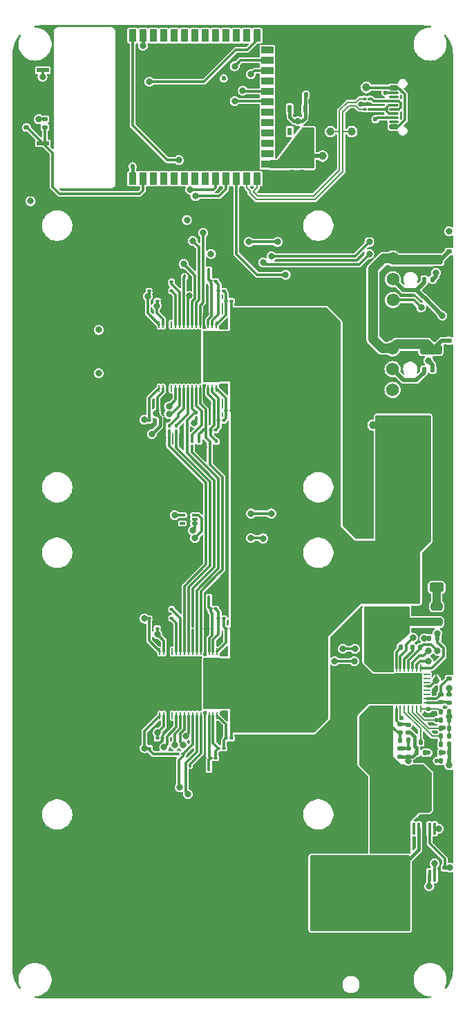
<source format=gbr>
%TF.GenerationSoftware,KiCad,Pcbnew,8.0.4*%
%TF.CreationDate,2024-11-05T20:38:05+01:00*%
%TF.ProjectId,BitForgeNano,42697446-6f72-4676-954e-616e6f2e6b69,rev?*%
%TF.SameCoordinates,Original*%
%TF.FileFunction,Copper,L1,Top*%
%TF.FilePolarity,Positive*%
%FSLAX46Y46*%
G04 Gerber Fmt 4.6, Leading zero omitted, Abs format (unit mm)*
G04 Created by KiCad (PCBNEW 8.0.4) date 2024-11-05 20:38:05*
%MOMM*%
%LPD*%
G01*
G04 APERTURE LIST*
G04 Aperture macros list*
%AMRoundRect*
0 Rectangle with rounded corners*
0 $1 Rounding radius*
0 $2 $3 $4 $5 $6 $7 $8 $9 X,Y pos of 4 corners*
0 Add a 4 corners polygon primitive as box body*
4,1,4,$2,$3,$4,$5,$6,$7,$8,$9,$2,$3,0*
0 Add four circle primitives for the rounded corners*
1,1,$1+$1,$2,$3*
1,1,$1+$1,$4,$5*
1,1,$1+$1,$6,$7*
1,1,$1+$1,$8,$9*
0 Add four rect primitives between the rounded corners*
20,1,$1+$1,$2,$3,$4,$5,0*
20,1,$1+$1,$4,$5,$6,$7,0*
20,1,$1+$1,$6,$7,$8,$9,0*
20,1,$1+$1,$8,$9,$2,$3,0*%
G04 Aperture macros list end*
%TA.AperFunction,EtchedComponent*%
%ADD10C,0.000100*%
%TD*%
%TA.AperFunction,SMDPad,CuDef*%
%ADD11RoundRect,0.140000X-0.170000X0.140000X-0.170000X-0.140000X0.170000X-0.140000X0.170000X0.140000X0*%
%TD*%
%TA.AperFunction,SMDPad,CuDef*%
%ADD12RoundRect,0.100000X-0.100000X0.637500X-0.100000X-0.637500X0.100000X-0.637500X0.100000X0.637500X0*%
%TD*%
%TA.AperFunction,SMDPad,CuDef*%
%ADD13RoundRect,0.140000X-0.140000X-0.170000X0.140000X-0.170000X0.140000X0.170000X-0.140000X0.170000X0*%
%TD*%
%TA.AperFunction,SMDPad,CuDef*%
%ADD14RoundRect,0.100000X-0.100000X0.130000X-0.100000X-0.130000X0.100000X-0.130000X0.100000X0.130000X0*%
%TD*%
%TA.AperFunction,SMDPad,CuDef*%
%ADD15RoundRect,0.100000X-0.130000X-0.100000X0.130000X-0.100000X0.130000X0.100000X-0.130000X0.100000X0*%
%TD*%
%TA.AperFunction,SMDPad,CuDef*%
%ADD16RoundRect,0.100000X0.130000X0.100000X-0.130000X0.100000X-0.130000X-0.100000X0.130000X-0.100000X0*%
%TD*%
%TA.AperFunction,SMDPad,CuDef*%
%ADD17RoundRect,0.135000X0.135000X0.185000X-0.135000X0.185000X-0.135000X-0.185000X0.135000X-0.185000X0*%
%TD*%
%TA.AperFunction,SMDPad,CuDef*%
%ADD18RoundRect,0.150000X0.425000X-0.150000X0.425000X0.150000X-0.425000X0.150000X-0.425000X-0.150000X0*%
%TD*%
%TA.AperFunction,SMDPad,CuDef*%
%ADD19RoundRect,0.075000X0.500000X-0.075000X0.500000X0.075000X-0.500000X0.075000X-0.500000X-0.075000X0*%
%TD*%
%TA.AperFunction,ComponentPad*%
%ADD20O,2.100000X1.000000*%
%TD*%
%TA.AperFunction,ComponentPad*%
%ADD21O,1.800000X1.000000*%
%TD*%
%TA.AperFunction,SMDPad,CuDef*%
%ADD22RoundRect,0.135000X0.185000X-0.135000X0.185000X0.135000X-0.185000X0.135000X-0.185000X-0.135000X0*%
%TD*%
%TA.AperFunction,SMDPad,CuDef*%
%ADD23RoundRect,0.250000X0.250000X0.475000X-0.250000X0.475000X-0.250000X-0.475000X0.250000X-0.475000X0*%
%TD*%
%TA.AperFunction,ComponentPad*%
%ADD24R,4.000000X2.000000*%
%TD*%
%TA.AperFunction,ComponentPad*%
%ADD25O,2.000000X3.500000*%
%TD*%
%TA.AperFunction,ComponentPad*%
%ADD26O,3.300000X2.000000*%
%TD*%
%TA.AperFunction,ComponentPad*%
%ADD27C,1.574800*%
%TD*%
%TA.AperFunction,SMDPad,CuDef*%
%ADD28RoundRect,0.250000X-0.325000X-0.650000X0.325000X-0.650000X0.325000X0.650000X-0.325000X0.650000X0*%
%TD*%
%TA.AperFunction,SMDPad,CuDef*%
%ADD29RoundRect,0.135000X-0.185000X0.135000X-0.185000X-0.135000X0.185000X-0.135000X0.185000X0.135000X0*%
%TD*%
%TA.AperFunction,SMDPad,CuDef*%
%ADD30RoundRect,0.135000X-0.135000X-0.185000X0.135000X-0.185000X0.135000X0.185000X-0.135000X0.185000X0*%
%TD*%
%TA.AperFunction,SMDPad,CuDef*%
%ADD31R,1.524000X0.508000*%
%TD*%
%TA.AperFunction,SMDPad,CuDef*%
%ADD32RoundRect,0.085000X-0.265000X-0.085000X0.265000X-0.085000X0.265000X0.085000X-0.265000X0.085000X0*%
%TD*%
%TA.AperFunction,SMDPad,CuDef*%
%ADD33RoundRect,0.062500X-0.062500X0.337500X-0.062500X-0.337500X0.062500X-0.337500X0.062500X0.337500X0*%
%TD*%
%TA.AperFunction,SMDPad,CuDef*%
%ADD34RoundRect,0.062500X-0.337500X0.062500X-0.337500X-0.062500X0.337500X-0.062500X0.337500X0.062500X0*%
%TD*%
%TA.AperFunction,ComponentPad*%
%ADD35C,0.400000*%
%TD*%
%TA.AperFunction,SMDPad,CuDef*%
%ADD36R,5.300000X3.300000*%
%TD*%
%TA.AperFunction,SMDPad,CuDef*%
%ADD37C,1.000000*%
%TD*%
%TA.AperFunction,SMDPad,CuDef*%
%ADD38R,0.558800X0.952500*%
%TD*%
%TA.AperFunction,SMDPad,CuDef*%
%ADD39RoundRect,0.140000X0.170000X-0.140000X0.170000X0.140000X-0.170000X0.140000X-0.170000X-0.140000X0*%
%TD*%
%TA.AperFunction,SMDPad,CuDef*%
%ADD40RoundRect,0.250000X-0.250000X-0.475000X0.250000X-0.475000X0.250000X0.475000X-0.250000X0.475000X0*%
%TD*%
%TA.AperFunction,SMDPad,CuDef*%
%ADD41RoundRect,0.250000X-0.475000X0.250000X-0.475000X-0.250000X0.475000X-0.250000X0.475000X0.250000X0*%
%TD*%
%TA.AperFunction,SMDPad,CuDef*%
%ADD42RoundRect,0.250000X0.325000X1.100000X-0.325000X1.100000X-0.325000X-1.100000X0.325000X-1.100000X0*%
%TD*%
%TA.AperFunction,SMDPad,CuDef*%
%ADD43R,0.900000X1.500000*%
%TD*%
%TA.AperFunction,SMDPad,CuDef*%
%ADD44R,1.500000X0.900000*%
%TD*%
%TA.AperFunction,SMDPad,CuDef*%
%ADD45R,0.900000X0.900000*%
%TD*%
%TA.AperFunction,SMDPad,CuDef*%
%ADD46R,0.250000X0.250000*%
%TD*%
%TA.AperFunction,SMDPad,CuDef*%
%ADD47C,1.500000*%
%TD*%
%TA.AperFunction,SMDPad,CuDef*%
%ADD48R,3.050000X2.000000*%
%TD*%
%TA.AperFunction,SMDPad,CuDef*%
%ADD49RoundRect,0.250000X0.325000X0.650000X-0.325000X0.650000X-0.325000X-0.650000X0.325000X-0.650000X0*%
%TD*%
%TA.AperFunction,SMDPad,CuDef*%
%ADD50RoundRect,0.250000X1.100000X-0.325000X1.100000X0.325000X-1.100000X0.325000X-1.100000X-0.325000X0*%
%TD*%
%TA.AperFunction,SMDPad,CuDef*%
%ADD51RoundRect,0.140000X0.140000X0.170000X-0.140000X0.170000X-0.140000X-0.170000X0.140000X-0.170000X0*%
%TD*%
%TA.AperFunction,SMDPad,CuDef*%
%ADD52RoundRect,0.055250X-0.055250X0.340750X-0.055250X-0.340750X0.055250X-0.340750X0.055250X0.340750X0*%
%TD*%
%TA.AperFunction,SMDPad,CuDef*%
%ADD53R,2.000000X6.330000*%
%TD*%
%TA.AperFunction,SMDPad,CuDef*%
%ADD54R,5.300000X6.330000*%
%TD*%
%TA.AperFunction,SMDPad,CuDef*%
%ADD55RoundRect,0.250000X-0.625000X0.312500X-0.625000X-0.312500X0.625000X-0.312500X0.625000X0.312500X0*%
%TD*%
%TA.AperFunction,ViaPad*%
%ADD56C,0.800000*%
%TD*%
%TA.AperFunction,ViaPad*%
%ADD57C,0.600000*%
%TD*%
%TA.AperFunction,Conductor*%
%ADD58C,0.300000*%
%TD*%
%TA.AperFunction,Conductor*%
%ADD59C,1.200000*%
%TD*%
%TA.AperFunction,Conductor*%
%ADD60C,0.500000*%
%TD*%
%TA.AperFunction,Conductor*%
%ADD61C,0.750000*%
%TD*%
%TA.AperFunction,Conductor*%
%ADD62C,0.400000*%
%TD*%
%TA.AperFunction,Conductor*%
%ADD63C,0.200000*%
%TD*%
%TA.AperFunction,Conductor*%
%ADD64C,1.000000*%
%TD*%
%TA.AperFunction,Conductor*%
%ADD65C,0.350000*%
%TD*%
G04 APERTURE END LIST*
%TO.C,T1*%
D10*
X97325000Y-126170500D02*
X97575000Y-126170500D01*
X97575000Y-126100500D01*
X97325000Y-126100500D01*
X97325000Y-126170500D01*
%TA.AperFunction,EtchedComponent*%
G36*
X97325000Y-126170500D02*
G01*
X97575000Y-126170500D01*
X97575000Y-126100500D01*
X97325000Y-126100500D01*
X97325000Y-126170500D01*
G37*
%TD.AperFunction*%
%TD*%
D11*
%TO.P,C48,1*%
%TO.N,3V3*%
X81000000Y-63500000D03*
%TO.P,C48,2*%
%TO.N,GND*%
X81000000Y-64460000D03*
%TD*%
D12*
%TO.P,U4,1,IN+*%
%TO.N,VIN*%
X92725000Y-150482500D03*
%TO.P,U4,2,IN+*%
X93375000Y-150482500D03*
%TO.P,U4,3,IN+*%
X94025000Y-150482500D03*
%TO.P,U4,4,A1*%
%TO.N,GND*%
X94675000Y-150482500D03*
%TO.P,U4,5,A0*%
X95325000Y-150482500D03*
%TO.P,U4,6,GND*%
X95975000Y-150482500D03*
%TO.P,U4,7,ALERT*%
%TO.N,/ESP32/INA_ALRT*%
X96625000Y-150482500D03*
%TO.P,U4,8,SDA*%
%TO.N,/SDA*%
X97275000Y-150482500D03*
%TO.P,U4,9,SCL*%
%TO.N,/SCL*%
X97275000Y-144757500D03*
%TO.P,U4,10,VS*%
%TO.N,3V3*%
X96625000Y-144757500D03*
%TO.P,U4,11,GND*%
%TO.N,GND*%
X95975000Y-144757500D03*
%TO.P,U4,12,VBUS*%
%TO.N,VIN*%
X95325000Y-144757500D03*
%TO.P,U4,13,NC*%
%TO.N,unconnected-(U4-NC-Pad13)*%
X94675000Y-144757500D03*
%TO.P,U4,14,IN-*%
%TO.N,+5V*%
X94025000Y-144757500D03*
%TO.P,U4,15,IN-*%
X93375000Y-144757500D03*
%TO.P,U4,16,IN-*%
X92725000Y-144757500D03*
%TD*%
D13*
%TO.P,C6,1*%
%TO.N,+5V*%
X96520000Y-141250000D03*
%TO.P,C6,2*%
%TO.N,GND*%
X97480000Y-141250000D03*
%TD*%
%TO.P,C7,1*%
%TO.N,+5V*%
X96520000Y-140250000D03*
%TO.P,C7,2*%
%TO.N,GND*%
X97480000Y-140250000D03*
%TD*%
D14*
%TO.P,R23,1*%
%TO.N,GND*%
X66600000Y-76592500D03*
%TO.P,R23,2*%
%TO.N,/Domain/I_BI*%
X66600000Y-77232500D03*
%TD*%
D15*
%TO.P,R38,1*%
%TO.N,/ESP32/USB_D+*%
X88680000Y-55500000D03*
%TO.P,R38,2*%
%TO.N,Net-(J5-D+-PadA6)*%
X89320000Y-55500000D03*
%TD*%
D16*
%TO.P,C36,1*%
%TO.N,VDD*%
X72320000Y-133700000D03*
%TO.P,C36,2*%
%TO.N,Net-(U3-VDD3_1)*%
X71680000Y-133700000D03*
%TD*%
D17*
%TO.P,R3,1*%
%TO.N,Net-(U12-BP1V5)*%
X99050000Y-131450000D03*
%TO.P,R3,2*%
%TO.N,Net-(U12-ADRSEL)*%
X98030000Y-131450000D03*
%TD*%
D18*
%TO.P,J5,A1,GND*%
%TO.N,GND*%
X92255000Y-59725000D03*
%TO.P,J5,A4,VBUS*%
%TO.N,Net-(J5-VBUS-PadA4)*%
X92255000Y-58925000D03*
D19*
%TO.P,J5,A5,CC1*%
%TO.N,Net-(J5-CC1)*%
X92255000Y-57775000D03*
%TO.P,J5,A6,D+*%
%TO.N,Net-(J5-D+-PadA6)*%
X92255000Y-56775000D03*
%TO.P,J5,A7,D-*%
%TO.N,Net-(J5-D--PadA7)*%
X92255000Y-56275000D03*
%TO.P,J5,A8,SBU1*%
%TO.N,unconnected-(J5-SBU1-PadA8)*%
X92255000Y-55275000D03*
D18*
%TO.P,J5,A9,VBUS*%
%TO.N,Net-(J5-VBUS-PadA4)*%
X92255000Y-54125000D03*
%TO.P,J5,A12,GND*%
%TO.N,GND*%
X92255000Y-53325000D03*
%TO.P,J5,B1,GND*%
X92255000Y-53325000D03*
%TO.P,J5,B4,VBUS*%
%TO.N,Net-(J5-VBUS-PadA4)*%
X92255000Y-54125000D03*
D19*
%TO.P,J5,B5,CC2*%
%TO.N,Net-(J5-CC2)*%
X92255000Y-54775000D03*
%TO.P,J5,B6,D+*%
%TO.N,Net-(J5-D+-PadA6)*%
X92255000Y-55775000D03*
%TO.P,J5,B7,D-*%
%TO.N,Net-(J5-D--PadA7)*%
X92255000Y-57275000D03*
%TO.P,J5,B8,SBU2*%
%TO.N,unconnected-(J5-SBU2-PadB8)*%
X92255000Y-58275000D03*
D18*
%TO.P,J5,B9,VBUS*%
%TO.N,Net-(J5-VBUS-PadA4)*%
X92255000Y-58925000D03*
%TO.P,J5,B12,GND*%
%TO.N,GND*%
X92255000Y-59725000D03*
D20*
%TO.P,J5,S1,SHIELD*%
X92830000Y-60845000D03*
D21*
X97010000Y-60845000D03*
D20*
X92830000Y-52205000D03*
D21*
X97010000Y-52205000D03*
%TD*%
D22*
%TO.P,R30,1*%
%TO.N,+5V*%
X93000000Y-133020000D03*
%TO.P,R30,2*%
%TO.N,Net-(U12-AVIN)*%
X93000000Y-132000000D03*
%TD*%
D23*
%TO.P,C77,1*%
%TO.N,VDD*%
X90950000Y-98850000D03*
%TO.P,C77,2*%
%TO.N,GND*%
X89050000Y-98850000D03*
%TD*%
D24*
%TO.P,J1,1*%
%TO.N,VIN*%
X87000000Y-154800000D03*
D25*
%TO.P,J1,2*%
%TO.N,GND*%
X82500000Y-161800000D03*
D26*
X87000000Y-160800000D03*
D25*
X91500000Y-161800000D03*
%TD*%
D14*
%TO.P,C16,1*%
%TO.N,GND*%
X69600000Y-115835000D03*
%TO.P,C16,2*%
%TO.N,Net-(U3-VDD1_0)*%
X69600000Y-116475000D03*
%TD*%
D15*
%TO.P,C18,1*%
%TO.N,Net-(U3-VDD1_0)*%
X69780000Y-117855000D03*
%TO.P,C18,2*%
%TO.N,Net-(U3-VDD2_0)*%
X70420000Y-117855000D03*
%TD*%
D27*
%TO.P,J8,1,Pin_1*%
%TO.N,GND*%
X92100000Y-83460000D03*
%TO.P,J8,2,Pin_2*%
%TO.N,+5V*%
X92100000Y-86000000D03*
%TO.P,J8,3,Pin_3*%
%TO.N,/Fan/FAN2_TACH*%
X92100000Y-88540000D03*
%TO.P,J8,4,Pin_4*%
%TO.N,/Fan/FAN2_PWM*%
X92100000Y-91080000D03*
%TD*%
D17*
%TO.P,R36,1*%
%TO.N,/Power/PGOOD*%
X97610000Y-121450000D03*
%TO.P,R36,2*%
%TO.N,3V3*%
X96590000Y-121450000D03*
%TD*%
D28*
%TO.P,C80,1*%
%TO.N,VDD*%
X95050000Y-108350000D03*
%TO.P,C80,2*%
%TO.N,GND*%
X98000000Y-108350000D03*
%TD*%
D15*
%TO.P,C62,1*%
%TO.N,Net-(U9-VDD2_0)*%
X70780000Y-79012500D03*
%TO.P,C62,2*%
%TO.N,Net-(U9-VDD3_0)*%
X71420000Y-79012500D03*
%TD*%
D16*
%TO.P,C66,1*%
%TO.N,Net-(U9-VDD3_1)*%
X71420000Y-94800000D03*
%TO.P,C66,2*%
%TO.N,Net-(U9-VDD2_1)*%
X70780000Y-94800000D03*
%TD*%
%TO.P,C51,1*%
%TO.N,Net-(U3-VDD2_1)*%
X70420000Y-136100000D03*
%TO.P,C51,2*%
%TO.N,Net-(U3-VDD1_1)*%
X69780000Y-136100000D03*
%TD*%
D14*
%TO.P,C68,1*%
%TO.N,Net-(U9-VDD1_1)*%
X70500000Y-97380000D03*
%TO.P,C68,2*%
%TO.N,GND*%
X70500000Y-98020000D03*
%TD*%
D15*
%TO.P,C63,1*%
%TO.N,Net-(U9-VDD3_0)*%
X71680000Y-80212500D03*
%TO.P,C63,2*%
%TO.N,VDD*%
X72320000Y-80212500D03*
%TD*%
D14*
%TO.P,C54,1*%
%TO.N,GND*%
X69600000Y-75792500D03*
%TO.P,C54,2*%
%TO.N,Net-(U9-VDD1_0)*%
X69600000Y-76432500D03*
%TD*%
D29*
%TO.P,R8,1*%
%TO.N,Net-(U12-EN{slash}UVLO)*%
X94000000Y-134930000D03*
%TO.P,R8,2*%
%TO.N,/Power/AGND*%
X94000000Y-135950000D03*
%TD*%
D30*
%TO.P,R7,1*%
%TO.N,Net-(U12-ADRSEL)*%
X98030000Y-136450000D03*
%TO.P,R7,2*%
%TO.N,/Power/AGND*%
X99050000Y-136450000D03*
%TD*%
D15*
%TO.P,C69,1*%
%TO.N,/Domain/0V8*%
X63260000Y-80212500D03*
%TO.P,C69,2*%
%TO.N,GND*%
X63900000Y-80212500D03*
%TD*%
%TO.P,C27,1*%
%TO.N,/Domain/1V2*%
X62260000Y-119055000D03*
%TO.P,C27,2*%
%TO.N,GND*%
X62900000Y-119055000D03*
%TD*%
D30*
%TO.P,R9,1*%
%TO.N,+5V*%
X92990000Y-133960000D03*
%TO.P,R9,2*%
%TO.N,Net-(U12-EN{slash}UVLO)*%
X94010000Y-133960000D03*
%TD*%
D14*
%TO.P,R11,1*%
%TO.N,Net-(U9-CO)*%
X67500000Y-97380000D03*
%TO.P,R11,2*%
%TO.N,Net-(U3-CI)*%
X67500000Y-98020000D03*
%TD*%
D28*
%TO.P,C79,1*%
%TO.N,VDD*%
X95025000Y-105850000D03*
%TO.P,C79,2*%
%TO.N,GND*%
X97975000Y-105850000D03*
%TD*%
D31*
%TO.P,SW2,1*%
%TO.N,GND*%
X49250000Y-65250000D03*
%TO.P,SW2,2*%
%TO.N,/ESP32/EN*%
X49250000Y-60932000D03*
%TD*%
D32*
%TO.P,U7,1,SCL*%
%TO.N,/SCL*%
X66350000Y-106400000D03*
%TO.P,U7,2,GND*%
%TO.N,GND*%
X66350000Y-106900000D03*
%TO.P,U7,3,ALERT*%
%TO.N,unconnected-(U7-ALERT-Pad3)*%
X66350000Y-107400000D03*
%TO.P,U7,4,A0*%
%TO.N,3V3*%
X67850000Y-107400000D03*
%TO.P,U7,5,V+*%
X67850000Y-106900000D03*
%TO.P,U7,6,SDA*%
%TO.N,/SDA*%
X67850000Y-106400000D03*
%TD*%
D14*
%TO.P,R19,1*%
%TO.N,Net-(U9-BO)*%
X64700000Y-95480000D03*
%TO.P,R19,2*%
%TO.N,Net-(U3-BI)*%
X64700000Y-96120000D03*
%TD*%
D30*
%TO.P,R6,1*%
%TO.N,Net-(U12-MSEL2)*%
X98030000Y-134450000D03*
%TO.P,R6,2*%
%TO.N,/Power/AGND*%
X99050000Y-134450000D03*
%TD*%
D13*
%TO.P,C1,1*%
%TO.N,Net-(U12-DRTN)*%
X94520000Y-122600000D03*
%TO.P,C1,2*%
%TO.N,Net-(U12-BP1V5)*%
X95480000Y-122600000D03*
%TD*%
D16*
%TO.P,R17,1*%
%TO.N,Net-(U3-RI)*%
X66420000Y-135600000D03*
%TO.P,R17,2*%
%TO.N,/Domain/1V2*%
X65780000Y-135600000D03*
%TD*%
%TO.P,C65,1*%
%TO.N,VDD*%
X72320000Y-93600000D03*
%TO.P,C65,2*%
%TO.N,Net-(U9-VDD3_1)*%
X71680000Y-93600000D03*
%TD*%
D14*
%TO.P,C52,1*%
%TO.N,Net-(U3-VDD1_1)*%
X69600000Y-137480000D03*
%TO.P,C52,2*%
%TO.N,GND*%
X69600000Y-138120000D03*
%TD*%
D15*
%TO.P,C44,1*%
%TO.N,/Domain/0V8*%
X63280000Y-133700000D03*
%TO.P,C44,2*%
%TO.N,GND*%
X63920000Y-133700000D03*
%TD*%
D23*
%TO.P,C78,1*%
%TO.N,VDD*%
X90950000Y-101100000D03*
%TO.P,C78,2*%
%TO.N,GND*%
X89050000Y-101100000D03*
%TD*%
D22*
%TO.P,R41,1*%
%TO.N,Net-(U12-GOSNS)*%
X99000000Y-126410000D03*
%TO.P,R41,2*%
%TO.N,GND*%
X99000000Y-125390000D03*
%TD*%
D29*
%TO.P,R21,1*%
%TO.N,3V3*%
X49500000Y-57990000D03*
%TO.P,R21,2*%
%TO.N,/ESP32/EN*%
X49500000Y-59010000D03*
%TD*%
D33*
%TO.P,U12,1,PGD*%
%TO.N,/Power/PGOOD*%
X95550000Y-125100000D03*
%TO.P,U12,2,PMB_DATA*%
%TO.N,/SDA*%
X95050000Y-125100000D03*
%TO.P,U12,3,PMB_CLK*%
%TO.N,/SCL*%
X94550000Y-125100000D03*
%TO.P,U12,4,BP1V5*%
%TO.N,Net-(U12-BP1V5)*%
X94050000Y-125100000D03*
%TO.P,U12,5,DRTN*%
%TO.N,Net-(U12-DRTN)*%
X93550000Y-125100000D03*
%TO.P,U12,6,SMB_ALRT*%
%TO.N,/Power/SMB_ALRT*%
X93050000Y-125100000D03*
%TO.P,U12,7,BOOT*%
%TO.N,Net-(U12-BOOT)*%
X92550000Y-125100000D03*
%TO.P,U12,8,SW*%
%TO.N,/Power/SW*%
X92050000Y-125100000D03*
%TO.P,U12,9,SW*%
X91550000Y-125100000D03*
%TO.P,U12,10,SW*%
X91050000Y-125100000D03*
%TO.P,U12,11,SW*%
X90550000Y-125100000D03*
%TO.P,U12,12,SW*%
X90050000Y-125100000D03*
D34*
%TO.P,U12,13,PGND*%
%TO.N,GND*%
X89300000Y-125850000D03*
%TO.P,U12,14,PGND*%
X89300000Y-126350000D03*
%TO.P,U12,15,PGND*%
X89300000Y-126850000D03*
%TO.P,U12,16,PGND*%
X89300000Y-127350000D03*
%TO.P,U12,17,PGND*%
X89300000Y-127850000D03*
%TO.P,U12,18,PGND*%
X89300000Y-128350000D03*
%TO.P,U12,19,PGND*%
X89300000Y-128850000D03*
%TO.P,U12,20,PGND*%
X89300000Y-129350000D03*
D33*
%TO.P,U12,21,PVIN*%
%TO.N,+5V*%
X90050000Y-130100000D03*
%TO.P,U12,22,PVIN*%
X90550000Y-130100000D03*
%TO.P,U12,23,PVIN*%
X91050000Y-130100000D03*
%TO.P,U12,24,PVIN*%
X91550000Y-130100000D03*
%TO.P,U12,25,PVIN*%
X92050000Y-130100000D03*
%TO.P,U12,26,AVIN*%
%TO.N,Net-(U12-AVIN)*%
X92550000Y-130100000D03*
%TO.P,U12,27,EN/UVLO*%
%TO.N,Net-(U12-EN{slash}UVLO)*%
X93050000Y-130100000D03*
%TO.P,U12,28,VDD5*%
%TO.N,Net-(U12-VDD5)*%
X93550000Y-130100000D03*
%TO.P,U12,29,MSEL2*%
%TO.N,Net-(U12-MSEL2)*%
X94050000Y-130100000D03*
%TO.P,U12,30,VSEL*%
%TO.N,Net-(U12-VSEL)*%
X94550000Y-130100000D03*
%TO.P,U12,31,ADRSEL*%
%TO.N,Net-(U12-ADRSEL)*%
X95050000Y-130100000D03*
%TO.P,U12,32,MSEL1*%
%TO.N,Net-(U12-MSEL1)*%
X95550000Y-130100000D03*
D34*
%TO.P,U12,33,VOSNS*%
%TO.N,Net-(U12-VOSNS)*%
X96300000Y-129350000D03*
%TO.P,U12,34,GOSNS*%
%TO.N,Net-(U12-GOSNS)*%
X96300000Y-128850000D03*
%TO.P,U12,35,VSHARE*%
%TO.N,unconnected-(U12-VSHARE-Pad35)*%
X96300000Y-128350000D03*
%TO.P,U12,36,NC*%
%TO.N,unconnected-(U12-NC-Pad36)*%
X96300000Y-127850000D03*
%TO.P,U12,37,AGND*%
%TO.N,/Power/AGND*%
X96300000Y-127350000D03*
%TO.P,U12,38,SYNC*%
%TO.N,unconnected-(U12-SYNC-Pad38)*%
X96300000Y-126850000D03*
%TO.P,U12,39,BCX_CLK*%
%TO.N,unconnected-(U12-BCX_CLK-Pad39)*%
X96300000Y-126350000D03*
%TO.P,U12,40,BCX_DAT*%
%TO.N,unconnected-(U12-BCX_DAT-Pad40)*%
X96300000Y-125850000D03*
D35*
%TO.P,U12,41,PAD*%
%TO.N,GND*%
X94200000Y-126320000D03*
X92800000Y-126320000D03*
X91400000Y-126320000D03*
X95200000Y-127600000D03*
X94200000Y-127600000D03*
X92800000Y-127600000D03*
D36*
X92800000Y-127600000D03*
D35*
X91400000Y-127600000D03*
X90400000Y-127600000D03*
X94200000Y-128880000D03*
X92800000Y-128880000D03*
X91400000Y-128880000D03*
%TD*%
D13*
%TO.P,C10,1*%
%TO.N,Net-(U12-VDD5)*%
X95520000Y-134200000D03*
%TO.P,C10,2*%
%TO.N,GND*%
X96480000Y-134200000D03*
%TD*%
D37*
%TO.P,TP14,1,1*%
%TO.N,/ESP32/USB_D+*%
X84500000Y-59500000D03*
%TD*%
D30*
%TO.P,R10,1*%
%TO.N,Net-(U12-VSEL)*%
X98030000Y-135450000D03*
%TO.P,R10,2*%
%TO.N,/Power/AGND*%
X99050000Y-135450000D03*
%TD*%
D15*
%TO.P,R12,1*%
%TO.N,GND*%
X64380000Y-117905000D03*
%TO.P,R12,2*%
%TO.N,Net-(U3-ROSC_SEL)*%
X65020000Y-117905000D03*
%TD*%
D17*
%TO.P,R2,1*%
%TO.N,Net-(U12-BP1V5)*%
X99050000Y-133450000D03*
%TO.P,R2,2*%
%TO.N,Net-(U12-MSEL2)*%
X98030000Y-133450000D03*
%TD*%
D11*
%TO.P,C8,1*%
%TO.N,Net-(U12-EN{slash}UVLO)*%
X93000000Y-134960000D03*
%TO.P,C8,2*%
%TO.N,/Power/AGND*%
X93000000Y-135920000D03*
%TD*%
D38*
%TO.P,U10,1,VIN*%
%TO.N,+5V*%
X81379600Y-56744100D03*
%TO.P,U10,2,GND*%
%TO.N,GND*%
X80439800Y-56744100D03*
%TO.P,U10,3,EN*%
%TO.N,+5V*%
X79500000Y-56744100D03*
%TO.P,U10,4,NC*%
%TO.N,unconnected-(U10-NC-Pad4)*%
X79500000Y-59500000D03*
%TO.P,U10,5,VOUT*%
%TO.N,3V3*%
X81379600Y-59500000D03*
%TD*%
D11*
%TO.P,C57,1*%
%TO.N,3V3*%
X79750000Y-63500000D03*
%TO.P,C57,2*%
%TO.N,GND*%
X79750000Y-64460000D03*
%TD*%
D37*
%TO.P,TP1,1,1*%
%TO.N,+5V*%
X93750000Y-139500000D03*
%TD*%
D39*
%TO.P,C43,1*%
%TO.N,+5V*%
X99000000Y-74180000D03*
%TO.P,C43,2*%
%TO.N,GND*%
X99000000Y-73220000D03*
%TD*%
D40*
%TO.P,C30,1*%
%TO.N,VDD*%
X95800000Y-101100000D03*
%TO.P,C30,2*%
%TO.N,GND*%
X97700000Y-101100000D03*
%TD*%
D16*
%TO.P,C38,1*%
%TO.N,Net-(U3-VDD3_1)*%
X71420000Y-134900000D03*
%TO.P,C38,2*%
%TO.N,Net-(U3-VDD2_1)*%
X70780000Y-134900000D03*
%TD*%
D17*
%TO.P,R1,1*%
%TO.N,Net-(U12-BP1V5)*%
X99050000Y-130450000D03*
%TO.P,R1,2*%
%TO.N,Net-(U12-MSEL1)*%
X98030000Y-130450000D03*
%TD*%
D14*
%TO.P,R16,1*%
%TO.N,Net-(U3-NRSTI)*%
X68395000Y-97380000D03*
%TO.P,R16,2*%
%TO.N,GND*%
X68395000Y-98020000D03*
%TD*%
D41*
%TO.P,C12,1*%
%TO.N,Net-(C12-Pad1)*%
X97500000Y-117580000D03*
%TO.P,C12,2*%
%TO.N,/Power/SW*%
X97500000Y-119480000D03*
%TD*%
D42*
%TO.P,C4,1*%
%TO.N,+5V*%
X91225000Y-139500000D03*
%TO.P,C4,2*%
%TO.N,GND*%
X88275000Y-139500000D03*
%TD*%
D15*
%TO.P,C26,1*%
%TO.N,Net-(U3-VDD2_0)*%
X70780000Y-119055000D03*
%TO.P,C26,2*%
%TO.N,Net-(U3-VDD3_0)*%
X71420000Y-119055000D03*
%TD*%
D43*
%TO.P,U8,1,GND*%
%TO.N,GND*%
X58990000Y-65265000D03*
%TO.P,U8,2,3V3*%
%TO.N,3V3*%
X60260000Y-65265000D03*
%TO.P,U8,3,EN*%
%TO.N,/ESP32/EN*%
X61530000Y-65265000D03*
%TO.P,U8,4,GPIO4/TOUCH4/ADC1_CH3*%
%TO.N,unconnected-(U8-GPIO4{slash}TOUCH4{slash}ADC1_CH3-Pad4)*%
X62800000Y-65265000D03*
%TO.P,U8,5,GPIO5/TOUCH5/ADC1_CH4*%
%TO.N,unconnected-(U8-GPIO5{slash}TOUCH5{slash}ADC1_CH4-Pad5)*%
X64070000Y-65265000D03*
%TO.P,U8,6,GPIO6/TOUCH6/ADC1_CH5*%
%TO.N,unconnected-(U8-GPIO6{slash}TOUCH6{slash}ADC1_CH5-Pad6)*%
X65340000Y-65265000D03*
%TO.P,U8,7,GPIO7/TOUCH7/ADC1_CH6*%
%TO.N,unconnected-(U8-GPIO7{slash}TOUCH7{slash}ADC1_CH6-Pad7)*%
X66610000Y-65265000D03*
%TO.P,U8,8,GPIO15/U0RTS/ADC2_CH4/XTAL_32K_P*%
%TO.N,unconnected-(U8-GPIO15{slash}U0RTS{slash}ADC2_CH4{slash}XTAL_32K_P-Pad8)*%
X67880000Y-65265000D03*
%TO.P,U8,9,GPIO16/U0CTS/ADC2_CH5/XTAL_32K_NH5*%
%TO.N,/ESP32/PWR_EN*%
X69150000Y-65265000D03*
%TO.P,U8,10,GPIO17/U1TXD/ADC2_CH6*%
%TO.N,/TX*%
X70420000Y-65265000D03*
%TO.P,U8,11,GPIO18/U1RXD/ADC2_CH7/CLK_OUT3*%
%TO.N,/RX*%
X71690000Y-65265000D03*
%TO.P,U8,12,GPIO8/TOUCH8/ADC1_CH7/SUBSPICS1*%
%TO.N,/Power/PGOOD*%
X72960000Y-65265000D03*
%TO.P,U8,13,GPIO19/U1RTS/ADC2_CH8/CLK_OUT2/USB_D-*%
%TO.N,/ESP32/USB_D-*%
X74230000Y-65265000D03*
%TO.P,U8,14,GPIO20/U1CTS/ADC2_CH9/CLK_OUT1/USB_D+*%
%TO.N,/ESP32/USB_D+*%
X75500000Y-65265000D03*
D44*
%TO.P,U8,15,GPIO3/TOUCH3/ADC1_CH2\u002A*%
%TO.N,3V3*%
X76750000Y-63500000D03*
%TO.P,U8,16,\u002AGPIO46*%
%TO.N,unconnected-(U8-\u002AGPIO46-Pad16)*%
X76750000Y-62230000D03*
%TO.P,U8,17,GPIO9/TOUCH9/ADC1_CH8/FSPIHD/SUBSPIHD*%
%TO.N,unconnected-(U8-GPIO9{slash}TOUCH9{slash}ADC1_CH8{slash}FSPIHD{slash}SUBSPIHD-Pad17)*%
X76750000Y-60960000D03*
%TO.P,U8,18,GPIO10/TOUCH10/ADC1_CH9/FSPICS0/FSPIIO4/SUBSPICS0*%
%TO.N,unconnected-(U8-GPIO10{slash}TOUCH10{slash}ADC1_CH9{slash}FSPICS0{slash}FSPIIO4{slash}SUBSPICS0-Pad18)*%
X76750000Y-59690000D03*
%TO.P,U8,19,GPIO11/TOUCH11/ADC2_CH0/FSPID/FSPIIO5/SUBSPID*%
%TO.N,unconnected-(U8-GPIO11{slash}TOUCH11{slash}ADC2_CH0{slash}FSPID{slash}FSPIIO5{slash}SUBSPID-Pad19)*%
X76750000Y-58420000D03*
%TO.P,U8,20,GPIO12/TOUCH12/ADC2_CH1/FSPICLK/FSPIIO6/SUBSPICLK*%
%TO.N,unconnected-(U8-GPIO12{slash}TOUCH12{slash}ADC2_CH1{slash}FSPICLK{slash}FSPIIO6{slash}SUBSPICLK-Pad20)*%
X76750000Y-57150000D03*
%TO.P,U8,21,GPIO13/TOUCH13/ADC2_CH2/FSPIQ/FSPIIO7/SUBSPIQ*%
%TO.N,/Power/SMB_ALRT*%
X76750000Y-55880000D03*
%TO.P,U8,22,GPIO14/TOUCH14/ADC2_CH3/FSPIWP/FSPIDQS/SUBSPIWP*%
%TO.N,/ESP32/INA_ALRT*%
X76750000Y-54610000D03*
%TO.P,U8,23,GPIO21*%
%TO.N,unconnected-(U8-GPIO21-Pad23)*%
X76750000Y-53340000D03*
%TO.P,U8,24,GPIO47/SPICLK_P/SUBSPICLK_P_DIFF*%
%TO.N,/SDA*%
X76750000Y-52070000D03*
%TO.P,U8,25,GPIO48/SPICLK_N/SUBSPICLK_N_DIFF*%
%TO.N,/SCL*%
X76750000Y-50800000D03*
%TO.P,U8,26,\u002AGPIO45*%
%TO.N,unconnected-(U8-\u002AGPIO45-Pad26)*%
X76750000Y-49530000D03*
D43*
%TO.P,U8,27,GPIO0/BOOT\u002A*%
%TO.N,/ESP32/IO0*%
X75500000Y-47765000D03*
%TO.P,U8,28,SPIIO6/GPIO35/FSPID/SUBSPID*%
%TO.N,unconnected-(U8-SPIIO6{slash}GPIO35{slash}FSPID{slash}SUBSPID-Pad28)*%
X74230000Y-47765000D03*
%TO.P,U8,29,SPIIO7/GPIO36/FSPICLK/SUBSPICLK*%
%TO.N,unconnected-(U8-SPIIO7{slash}GPIO36{slash}FSPICLK{slash}SUBSPICLK-Pad29)*%
X72960000Y-47765000D03*
%TO.P,U8,30,SPIDQS/GPIO37/FSPIQ/SUBSPIQ*%
%TO.N,unconnected-(U8-SPIDQS{slash}GPIO37{slash}FSPIQ{slash}SUBSPIQ-Pad30)*%
X71690000Y-47765000D03*
%TO.P,U8,31,GPIO38/FSPIWP/SUBSPIWP*%
%TO.N,unconnected-(U8-GPIO38{slash}FSPIWP{slash}SUBSPIWP-Pad31)*%
X70420000Y-47765000D03*
%TO.P,U8,32,MTCK/GPIO39/CLK_OUT3/SUBSPICS1*%
%TO.N,unconnected-(U8-MTCK{slash}GPIO39{slash}CLK_OUT3{slash}SUBSPICS1-Pad32)*%
X69150000Y-47765000D03*
%TO.P,U8,33,MTDO/GPIO40/CLK_OUT2*%
%TO.N,unconnected-(U8-MTDO{slash}GPIO40{slash}CLK_OUT2-Pad33)*%
X67880000Y-47765000D03*
%TO.P,U8,34,MTDI/GPIO41/CLK_OUT1*%
%TO.N,unconnected-(U8-MTDI{slash}GPIO41{slash}CLK_OUT1-Pad34)*%
X66610000Y-47765000D03*
%TO.P,U8,35,MTMS/GPIO42*%
%TO.N,unconnected-(U8-MTMS{slash}GPIO42-Pad35)*%
X65340000Y-47765000D03*
%TO.P,U8,36,U0RXD/GPIO44/CLK_OUT2*%
%TO.N,unconnected-(U8-U0RXD{slash}GPIO44{slash}CLK_OUT2-Pad36)*%
X64070000Y-47765000D03*
%TO.P,U8,37,U0TXD/GPIO43/CLK_OUT1*%
%TO.N,unconnected-(U8-U0TXD{slash}GPIO43{slash}CLK_OUT1-Pad37)*%
X62800000Y-47765000D03*
%TO.P,U8,38,GPIO2/TOUCH2/ADC1_CH1*%
%TO.N,/ESP32/VDD_SAMPLE_0*%
X61530000Y-47765000D03*
%TO.P,U8,39,GPIO1/TOUCH1/ADC1_CH0*%
%TO.N,/RST*%
X60260000Y-47765000D03*
%TO.P,U8,40,GND*%
%TO.N,GND*%
X58990000Y-47765000D03*
D45*
%TO.P,U8,41,GND*%
X65310000Y-59415000D03*
X66710000Y-59415000D03*
X68110000Y-59415000D03*
X65310000Y-58015000D03*
X66710000Y-58015000D03*
X68110000Y-58015000D03*
X65310000Y-56615000D03*
X66710000Y-56615000D03*
X68110000Y-56615000D03*
%TD*%
D14*
%TO.P,R15,1*%
%TO.N,Net-(U9-RI)*%
X68000000Y-93885025D03*
%TO.P,R15,2*%
%TO.N,/Domain/1V2*%
X68000000Y-94525025D03*
%TD*%
D46*
%TO.P,T1,1*%
%TO.N,/Power/AGND*%
X97450000Y-126290000D03*
%TO.P,T1,2*%
%TO.N,GND*%
X97450000Y-125980000D03*
%TD*%
D30*
%TO.P,R18,1*%
%TO.N,/Fan/FAN1_TACH*%
X95990000Y-77600000D03*
%TO.P,R18,2*%
%TO.N,3V3*%
X97010000Y-77600000D03*
%TD*%
D37*
%TO.P,TP15,1,1*%
%TO.N,Net-(J5-VBUS-PadA4)*%
X88900000Y-54100000D03*
%TD*%
D47*
%TO.P,TP28,1,1*%
%TO.N,GND*%
X98250000Y-159750000D03*
%TD*%
D15*
%TO.P,C70,1*%
%TO.N,/Domain/1V2*%
X62260000Y-79012500D03*
%TO.P,C70,2*%
%TO.N,GND*%
X62900000Y-79012500D03*
%TD*%
D39*
%TO.P,C23,1*%
%TO.N,+5V*%
X99000000Y-85080000D03*
%TO.P,C23,2*%
%TO.N,GND*%
X99000000Y-84120000D03*
%TD*%
D15*
%TO.P,C55,1*%
%TO.N,Net-(U9-VDD1_0)*%
X69780000Y-77812500D03*
%TO.P,C55,2*%
%TO.N,Net-(U9-VDD2_0)*%
X70420000Y-77812500D03*
%TD*%
D30*
%TO.P,R20,1*%
%TO.N,/Fan/FAN2_TACH*%
X95980000Y-88600000D03*
%TO.P,R20,2*%
%TO.N,3V3*%
X97000000Y-88600000D03*
%TD*%
D15*
%TO.P,R33,1*%
%TO.N,GND*%
X64380000Y-78962500D03*
%TO.P,R33,2*%
%TO.N,Net-(U9-LITE_PAD)*%
X65020000Y-78962500D03*
%TD*%
%TO.P,C37,1*%
%TO.N,/Domain/1V2*%
X62280000Y-134900000D03*
%TO.P,C37,2*%
%TO.N,GND*%
X62920000Y-134900000D03*
%TD*%
D17*
%TO.P,R4,1*%
%TO.N,Net-(U12-BP1V5)*%
X99050000Y-132450000D03*
%TO.P,R4,2*%
%TO.N,Net-(U12-VSEL)*%
X98030000Y-132450000D03*
%TD*%
D40*
%TO.P,C20,1*%
%TO.N,VDD*%
X95800000Y-96600000D03*
%TO.P,C20,2*%
%TO.N,GND*%
X97700000Y-96600000D03*
%TD*%
D37*
%TO.P,TP3,1,1*%
%TO.N,VDD*%
X89700000Y-95400000D03*
%TD*%
D16*
%TO.P,C67,1*%
%TO.N,Net-(U9-VDD2_1)*%
X70420000Y-96000000D03*
%TO.P,C67,2*%
%TO.N,Net-(U9-VDD1_1)*%
X69780000Y-96000000D03*
%TD*%
D14*
%TO.P,R34,1*%
%TO.N,Net-(U9-RI)*%
X67600000Y-119935000D03*
%TO.P,R34,2*%
%TO.N,Net-(U3-RO)*%
X67600000Y-120575000D03*
%TD*%
%TO.P,R35,1*%
%TO.N,Net-(U9-CLKO)*%
X65600000Y-95480000D03*
%TO.P,R35,2*%
%TO.N,Net-(U3-CLKI)*%
X65600000Y-96120000D03*
%TD*%
D31*
%TO.P,SW1,1*%
%TO.N,GND*%
X49250000Y-56320500D03*
%TO.P,SW1,2*%
%TO.N,/ESP32/IO0*%
X49250000Y-52002500D03*
%TD*%
D15*
%TO.P,R24,1*%
%TO.N,GND*%
X64380000Y-77862500D03*
%TO.P,R24,2*%
%TO.N,Net-(U9-ROSC_SEL)*%
X65020000Y-77862500D03*
%TD*%
D48*
%TO.P,L1,1,1*%
%TO.N,/Power/SW*%
X91500000Y-120600000D03*
%TO.P,L1,2,2*%
%TO.N,VDD*%
X91500000Y-112250000D03*
%TD*%
D29*
%TO.P,R39,1*%
%TO.N,VDD*%
X99000000Y-128290000D03*
%TO.P,R39,2*%
%TO.N,Net-(U12-VOSNS)*%
X99000000Y-129310000D03*
%TD*%
D15*
%TO.P,C71,1*%
%TO.N,/Domain/1V2*%
X62280000Y-94800000D03*
%TO.P,C71,2*%
%TO.N,GND*%
X62920000Y-94800000D03*
%TD*%
D49*
%TO.P,C73,1*%
%TO.N,VDD*%
X91450000Y-105850000D03*
%TO.P,C73,2*%
%TO.N,GND*%
X88500000Y-105850000D03*
%TD*%
D39*
%TO.P,C13,1*%
%TO.N,Net-(U12-VOSNS)*%
X98000000Y-129280000D03*
%TO.P,C13,2*%
%TO.N,Net-(U12-GOSNS)*%
X98000000Y-128320000D03*
%TD*%
%TO.P,C5,1*%
%TO.N,/Power/AGND*%
X94000000Y-132980000D03*
%TO.P,C5,2*%
%TO.N,Net-(U12-AVIN)*%
X94000000Y-132020000D03*
%TD*%
D30*
%TO.P,R5,1*%
%TO.N,/Power/AGND*%
X95040000Y-135450000D03*
%TO.P,R5,2*%
%TO.N,Net-(U12-MSEL1)*%
X96060000Y-135450000D03*
%TD*%
D42*
%TO.P,C3,1*%
%TO.N,+5V*%
X91225000Y-146000000D03*
%TO.P,C3,2*%
%TO.N,GND*%
X88275000Y-146000000D03*
%TD*%
D50*
%TO.P,C22,1*%
%TO.N,+5V*%
X96800000Y-86175000D03*
%TO.P,C22,2*%
%TO.N,GND*%
X96800000Y-83225000D03*
%TD*%
D49*
%TO.P,C74,1*%
%TO.N,VDD*%
X91450000Y-103350000D03*
%TO.P,C74,2*%
%TO.N,GND*%
X88500000Y-103350000D03*
%TD*%
D27*
%TO.P,J6,1,Pin_1*%
%TO.N,GND*%
X92138851Y-72479400D03*
%TO.P,J6,2,Pin_2*%
%TO.N,+5V*%
X92138851Y-75019400D03*
%TO.P,J6,3,Pin_3*%
%TO.N,/Fan/FAN1_TACH*%
X92138851Y-77559400D03*
%TO.P,J6,4,Pin_4*%
%TO.N,/Fan/FAN1_PWM*%
X92138851Y-80099400D03*
%TD*%
D11*
%TO.P,C14,1*%
%TO.N,3V3*%
X98500000Y-149540000D03*
%TO.P,C14,2*%
%TO.N,GND*%
X98500000Y-150500000D03*
%TD*%
D15*
%TO.P,C28,1*%
%TO.N,Net-(U3-VDD3_0)*%
X71680000Y-120255000D03*
%TO.P,C28,2*%
%TO.N,VDD*%
X72320000Y-120255000D03*
%TD*%
D14*
%TO.P,R40,1*%
%TO.N,/Domain/NRSTO*%
X67250000Y-137030000D03*
%TO.P,R40,2*%
%TO.N,GND*%
X67250000Y-137670000D03*
%TD*%
D40*
%TO.P,C25,1*%
%TO.N,VDD*%
X95800000Y-98850000D03*
%TO.P,C25,2*%
%TO.N,GND*%
X97700000Y-98850000D03*
%TD*%
D50*
%TO.P,C24,1*%
%TO.N,+5V*%
X96900000Y-75175000D03*
%TO.P,C24,2*%
%TO.N,GND*%
X96900000Y-72225000D03*
%TD*%
D37*
%TO.P,TP4,1,1*%
%TO.N,3V3*%
X83500000Y-62500000D03*
%TD*%
D13*
%TO.P,C9,1*%
%TO.N,+5V*%
X96520000Y-142250000D03*
%TO.P,C9,2*%
%TO.N,GND*%
X97480000Y-142250000D03*
%TD*%
D49*
%TO.P,C53,1*%
%TO.N,VDD*%
X91450000Y-108350000D03*
%TO.P,C53,2*%
%TO.N,GND*%
X88500000Y-108350000D03*
%TD*%
D39*
%TO.P,C49,1*%
%TO.N,/ESP32/EN*%
X47250000Y-59000500D03*
%TO.P,C49,2*%
%TO.N,GND*%
X47250000Y-58040500D03*
%TD*%
D51*
%TO.P,C56,1*%
%TO.N,+5V*%
X81480000Y-55000000D03*
%TO.P,C56,2*%
%TO.N,GND*%
X80520000Y-55000000D03*
%TD*%
D40*
%TO.P,C2,1*%
%TO.N,+5V*%
X96050000Y-138750000D03*
%TO.P,C2,2*%
%TO.N,GND*%
X97950000Y-138750000D03*
%TD*%
D15*
%TO.P,C19,1*%
%TO.N,/Domain/0V8*%
X63260000Y-120255000D03*
%TO.P,C19,2*%
%TO.N,GND*%
X63900000Y-120255000D03*
%TD*%
D52*
%TO.P,U3,1,VDD3_0*%
%TO.N,Net-(U3-VDD3_0)*%
X70614000Y-123084000D03*
%TO.P,U3,2,VDD2_0*%
%TO.N,Net-(U3-VDD2_0)*%
X70112000Y-123084000D03*
%TO.P,U3,3,VDD1_0*%
%TO.N,Net-(U3-VDD1_0)*%
X69610000Y-123084000D03*
%TO.P,U3,4,VSS*%
%TO.N,GND*%
X69108000Y-123084000D03*
%TO.P,U3,5,NRSTI*%
%TO.N,Net-(U3-NRSTI)*%
X68606000Y-123084000D03*
%TO.P,U3,6,CI*%
%TO.N,Net-(U3-CI)*%
X68104000Y-123084000D03*
%TO.P,U3,7,RO*%
%TO.N,Net-(U3-RO)*%
X67602000Y-123084000D03*
%TO.P,U3,8,CLKI*%
%TO.N,Net-(U3-CLKI)*%
X67100000Y-123084000D03*
%TO.P,U3,9,BI*%
%TO.N,Net-(U3-BI)*%
X66598000Y-123084000D03*
%TO.P,U3,10,ROSC_SEL*%
%TO.N,Net-(U3-ROSC_SEL)*%
X66096000Y-123084000D03*
%TO.P,U3,11,LITE_PAD*%
%TO.N,Net-(U3-LITE_PAD)*%
X65594000Y-123084000D03*
%TO.P,U3,12,INV_CLKO*%
%TO.N,unconnected-(U3-INV_CLKO-Pad12)*%
X65092000Y-123084000D03*
%TO.P,U3,13,PLL_VSS*%
%TO.N,GND*%
X64590000Y-123084000D03*
%TO.P,U3,14,VDDIO_08_0*%
%TO.N,/Domain/0V8*%
X64088000Y-123084000D03*
%TO.P,U3,15,VDDIO_12_0*%
%TO.N,/Domain/1V2*%
X63586000Y-123084000D03*
%TO.P,U3,16,VDDIO_12_1*%
X63586000Y-130916000D03*
%TO.P,U3,17,VDDIO_08_1*%
%TO.N,/Domain/0V8*%
X64088000Y-130916000D03*
%TO.P,U3,18,VSS*%
%TO.N,GND*%
X64590000Y-130916000D03*
%TO.P,U3,19,PIN_MODE*%
%TO.N,unconnected-(U3-PIN_MODE-Pad19)*%
X65092000Y-130916000D03*
%TO.P,U3,20,TEMP_P*%
%TO.N,Net-(U3-TEMP_P)*%
X65594000Y-130916000D03*
%TO.P,U3,21,TEMP_N*%
%TO.N,Net-(U3-TEMP_N)*%
X66096000Y-130916000D03*
%TO.P,U3,22,BO*%
%TO.N,Net-(U3-BO)*%
X66598000Y-130916000D03*
%TO.P,U3,23,CLKO*%
%TO.N,Net-(U3-CLKO)*%
X67100000Y-130916000D03*
%TO.P,U3,24,RI*%
%TO.N,Net-(U3-RI)*%
X67602000Y-130916000D03*
%TO.P,U3,25,CO*%
%TO.N,Net-(U3-CO)*%
X68104000Y-130916000D03*
%TO.P,U3,26,NRSTO*%
%TO.N,/Domain/NRSTO*%
X68606000Y-130916000D03*
%TO.P,U3,27,VSS*%
%TO.N,GND*%
X69108000Y-130916000D03*
%TO.P,U3,28,VDD1_1*%
%TO.N,Net-(U3-VDD1_1)*%
X69610000Y-130916000D03*
%TO.P,U3,29,VDD2_1*%
%TO.N,Net-(U3-VDD2_1)*%
X70112000Y-130916000D03*
%TO.P,U3,30,VDD3_1*%
%TO.N,Net-(U3-VDD3_1)*%
X70614000Y-130916000D03*
D53*
%TO.P,U3,31,VDD*%
%TO.N,VDD*%
X69970000Y-127000000D03*
D54*
%TO.P,U3,32,VSS*%
%TO.N,GND*%
X65860000Y-127000000D03*
%TD*%
D15*
%TO.P,R13,1*%
%TO.N,GND*%
X64380000Y-119005000D03*
%TO.P,R13,2*%
%TO.N,Net-(U3-LITE_PAD)*%
X65020000Y-119005000D03*
%TD*%
D42*
%TO.P,C76,1*%
%TO.N,+5V*%
X91225000Y-142750000D03*
%TO.P,C76,2*%
%TO.N,GND*%
X88275000Y-142750000D03*
%TD*%
D52*
%TO.P,U9,1,VDD3_0*%
%TO.N,Net-(U9-VDD3_0)*%
X70514000Y-83084000D03*
%TO.P,U9,2,VDD2_0*%
%TO.N,Net-(U9-VDD2_0)*%
X70012000Y-83084000D03*
%TO.P,U9,3,VDD1_0*%
%TO.N,Net-(U9-VDD1_0)*%
X69510000Y-83084000D03*
%TO.P,U9,4,VSS*%
%TO.N,GND*%
X69008000Y-83084000D03*
%TO.P,U9,5,NRSTI*%
%TO.N,/Domain/I_NRSTI*%
X68506000Y-83084000D03*
%TO.P,U9,6,CI*%
%TO.N,/Domain/I_CI*%
X68004000Y-83084000D03*
%TO.P,U9,7,RO*%
%TO.N,/Domain/I_RO*%
X67502000Y-83084000D03*
%TO.P,U9,8,CLKI*%
%TO.N,/Domain/CLKI*%
X67000000Y-83084000D03*
%TO.P,U9,9,BI*%
%TO.N,/Domain/I_BI*%
X66498000Y-83084000D03*
%TO.P,U9,10,ROSC_SEL*%
%TO.N,Net-(U9-ROSC_SEL)*%
X65996000Y-83084000D03*
%TO.P,U9,11,LITE_PAD*%
%TO.N,Net-(U9-LITE_PAD)*%
X65494000Y-83084000D03*
%TO.P,U9,12,INV_CLKO*%
%TO.N,unconnected-(U9-INV_CLKO-Pad12)*%
X64992000Y-83084000D03*
%TO.P,U9,13,PLL_VSS*%
%TO.N,GND*%
X64490000Y-83084000D03*
%TO.P,U9,14,VDDIO_08_0*%
%TO.N,/Domain/0V8*%
X63988000Y-83084000D03*
%TO.P,U9,15,VDDIO_12_0*%
%TO.N,/Domain/1V2*%
X63486000Y-83084000D03*
%TO.P,U9,16,VDDIO_12_1*%
X63486000Y-90916000D03*
%TO.P,U9,17,VDDIO_08_1*%
%TO.N,/Domain/0V8*%
X63988000Y-90916000D03*
%TO.P,U9,18,VSS*%
%TO.N,GND*%
X64490000Y-90916000D03*
%TO.P,U9,19,PIN_MODE*%
%TO.N,unconnected-(U9-PIN_MODE-Pad19)*%
X64992000Y-90916000D03*
%TO.P,U9,20,TEMP_P*%
%TO.N,Net-(U9-TEMP_P)*%
X65494000Y-90916000D03*
%TO.P,U9,21,TEMP_N*%
%TO.N,Net-(U9-TEMP_N)*%
X65996000Y-90916000D03*
%TO.P,U9,22,BO*%
%TO.N,Net-(U9-BO)*%
X66498000Y-90916000D03*
%TO.P,U9,23,CLKO*%
%TO.N,Net-(U9-CLKO)*%
X67000000Y-90916000D03*
%TO.P,U9,24,RI*%
%TO.N,Net-(U9-RI)*%
X67502000Y-90916000D03*
%TO.P,U9,25,CO*%
%TO.N,Net-(U9-CO)*%
X68004000Y-90916000D03*
%TO.P,U9,26,NRSTO*%
%TO.N,Net-(U3-NRSTI)*%
X68506000Y-90916000D03*
%TO.P,U9,27,VSS*%
%TO.N,GND*%
X69008000Y-90916000D03*
%TO.P,U9,28,VDD1_1*%
%TO.N,Net-(U9-VDD1_1)*%
X69510000Y-90916000D03*
%TO.P,U9,29,VDD2_1*%
%TO.N,Net-(U9-VDD2_1)*%
X70012000Y-90916000D03*
%TO.P,U9,30,VDD3_1*%
%TO.N,Net-(U9-VDD3_1)*%
X70514000Y-90916000D03*
D53*
%TO.P,U9,31,VDD*%
%TO.N,VDD*%
X69870000Y-87000000D03*
D54*
%TO.P,U9,32,VSS*%
%TO.N,GND*%
X65760000Y-87000000D03*
%TD*%
D28*
%TO.P,C75,1*%
%TO.N,VDD*%
X95050000Y-103350000D03*
%TO.P,C75,2*%
%TO.N,GND*%
X98000000Y-103350000D03*
%TD*%
D15*
%TO.P,C72,1*%
%TO.N,/Domain/0V8*%
X63280000Y-93600000D03*
%TO.P,C72,2*%
%TO.N,GND*%
X63920000Y-93600000D03*
%TD*%
%TO.P,R37,1*%
%TO.N,/ESP32/USB_D-*%
X88680000Y-56750000D03*
%TO.P,R37,2*%
%TO.N,Net-(J5-D--PadA7)*%
X89320000Y-56750000D03*
%TD*%
D55*
%TO.P,R32,1*%
%TO.N,GND*%
X97500000Y-112317500D03*
%TO.P,R32,2*%
%TO.N,Net-(C12-Pad1)*%
X97500000Y-115242500D03*
%TD*%
D37*
%TO.P,TP13,1,1*%
%TO.N,/ESP32/USB_D-*%
X87100000Y-59500000D03*
%TD*%
D51*
%TO.P,C11,1*%
%TO.N,Net-(U12-BOOT)*%
X93080000Y-122600000D03*
%TO.P,C11,2*%
%TO.N,/Power/SW*%
X92120000Y-122600000D03*
%TD*%
D56*
%TO.N,GND*%
X49000000Y-152000000D03*
X64500000Y-120300000D03*
X54000000Y-77000000D03*
X64600000Y-58700000D03*
X66000000Y-60100000D03*
X69000000Y-147000000D03*
X54000000Y-162000000D03*
X84000000Y-137000000D03*
X63100000Y-124500000D03*
X65100000Y-84400000D03*
X67100000Y-125700000D03*
X57400000Y-89850000D03*
X65100000Y-89500000D03*
X67100000Y-88300000D03*
X65100000Y-127000000D03*
X89000000Y-100000000D03*
X65100000Y-129500000D03*
X64000000Y-157000000D03*
X89000000Y-104500000D03*
X87250000Y-140750000D03*
X69306000Y-120300000D03*
X99000000Y-142250000D03*
X54000000Y-97000000D03*
X65100000Y-128300000D03*
X64100000Y-127000000D03*
X64100000Y-88300000D03*
X49000000Y-147000000D03*
X54000000Y-157000000D03*
X63100000Y-125700000D03*
X59000000Y-162000000D03*
X87250000Y-130250000D03*
X87500000Y-105500000D03*
X87500000Y-96500000D03*
X74000000Y-157000000D03*
X49000000Y-132000000D03*
X87500000Y-107000000D03*
X71400000Y-97987500D03*
X67100000Y-124500000D03*
X66100000Y-88300000D03*
X79000000Y-52000000D03*
X87250000Y-146750000D03*
X49000000Y-77000000D03*
X89000000Y-96500000D03*
X67400000Y-55900000D03*
X65100000Y-124500000D03*
X59000000Y-107000000D03*
X87500000Y-102500000D03*
X94000000Y-162000000D03*
X59000000Y-152000000D03*
X97916431Y-125529246D03*
X64000000Y-97000000D03*
X59000000Y-97000000D03*
X66100000Y-87000000D03*
X59400000Y-60500000D03*
X65100000Y-125700000D03*
X67100000Y-89500000D03*
X59000000Y-117000000D03*
X68100000Y-87000000D03*
X68800000Y-60100000D03*
X59000000Y-112000000D03*
X59000000Y-102000000D03*
X94800000Y-87325000D03*
X65100000Y-85700000D03*
X64000000Y-147000000D03*
X63500000Y-118305000D03*
X54000000Y-107000000D03*
X87250000Y-136250000D03*
X74000000Y-162000000D03*
X59000000Y-64200000D03*
X49000000Y-97000000D03*
X67100000Y-128300000D03*
X84000000Y-77000000D03*
X87500000Y-98000000D03*
X59000000Y-142000000D03*
X59000000Y-49100000D03*
X87250000Y-145250000D03*
X90000000Y-60000000D03*
X64600000Y-57300000D03*
X69000000Y-162000000D03*
X71500000Y-68600000D03*
X67100000Y-85700000D03*
X59000000Y-127000000D03*
X64000000Y-107000000D03*
X57400000Y-84620000D03*
X54000000Y-152000000D03*
X46000000Y-67750000D03*
X66100000Y-89500000D03*
X97900000Y-73400000D03*
X64600000Y-55900000D03*
X89000000Y-47000000D03*
X63100000Y-85700000D03*
X87250000Y-125750000D03*
X68100000Y-128300000D03*
X87500000Y-108500000D03*
X64000000Y-162000000D03*
X79000000Y-162000000D03*
X84000000Y-47000000D03*
X64100000Y-89500000D03*
X99000000Y-145250000D03*
X87250000Y-128750000D03*
X54000000Y-127000000D03*
X63500000Y-76000000D03*
X87500000Y-99500000D03*
X49000000Y-157000000D03*
X66000000Y-58700000D03*
X65400000Y-75700000D03*
X68800000Y-58700000D03*
X68250000Y-136850000D03*
X64600000Y-81800000D03*
X81000000Y-65750000D03*
X59000000Y-72000000D03*
X89000000Y-52000000D03*
X59000000Y-77000000D03*
X64100000Y-124500000D03*
X99000000Y-139250000D03*
X66100000Y-129500000D03*
X59000000Y-137000000D03*
X70500000Y-138100000D03*
X59000000Y-132000000D03*
X54000000Y-122000000D03*
X64500000Y-92100000D03*
X68945000Y-98080000D03*
X59000000Y-147000000D03*
X89000000Y-107000000D03*
X54000000Y-117000000D03*
X63100000Y-88300000D03*
X70300000Y-75750000D03*
X99000000Y-143750000D03*
X87250000Y-143750000D03*
X99000000Y-67000000D03*
X63100000Y-129500000D03*
X68100000Y-125700000D03*
X54800000Y-82300000D03*
X84000000Y-57000000D03*
X49000000Y-82000000D03*
X74000000Y-152000000D03*
X69500000Y-92800000D03*
X87500000Y-104000000D03*
X99000000Y-140750000D03*
X64600000Y-60100000D03*
X63100000Y-89500000D03*
X54000000Y-147000000D03*
X63100000Y-128300000D03*
X66100000Y-128300000D03*
X69000000Y-142000000D03*
X54750000Y-87550000D03*
X69206000Y-81800000D03*
X69000000Y-152000000D03*
X64100000Y-84400000D03*
X80439800Y-55800000D03*
X69000000Y-157000000D03*
X87500000Y-101000000D03*
X89000000Y-98000000D03*
X59000000Y-157000000D03*
X54000000Y-132000000D03*
X65100000Y-87000000D03*
X67400000Y-58700000D03*
X66000000Y-57300000D03*
X49000000Y-107000000D03*
X66100000Y-84400000D03*
X68800000Y-57300000D03*
X66100000Y-127000000D03*
X94000000Y-67000000D03*
X64000000Y-112000000D03*
X61200000Y-50900000D03*
X49000000Y-117000000D03*
X64100000Y-85700000D03*
X63100000Y-84400000D03*
X68100000Y-85700000D03*
X66100000Y-125700000D03*
X49000000Y-137000000D03*
X63100000Y-127000000D03*
X66000000Y-55900000D03*
X67400000Y-60100000D03*
X70500000Y-115855000D03*
X49000000Y-127000000D03*
X65375000Y-67300000D03*
X64100000Y-129500000D03*
X64000000Y-102000000D03*
X87250000Y-142250000D03*
X64100000Y-87000000D03*
X66400000Y-108300000D03*
X87250000Y-134750000D03*
X67100000Y-84400000D03*
X68100000Y-127000000D03*
X74000000Y-137000000D03*
X49000000Y-92000000D03*
X66100000Y-124500000D03*
X64000000Y-117000000D03*
X64000000Y-152000000D03*
X87250000Y-127250000D03*
X67400000Y-57300000D03*
X65100000Y-88300000D03*
X89000000Y-102250000D03*
X49000000Y-87000000D03*
X90000000Y-53200000D03*
X79000000Y-152000000D03*
X74000000Y-147000000D03*
X59000000Y-122000000D03*
X87250000Y-139250000D03*
X84000000Y-52000000D03*
X79000000Y-157000000D03*
X74000000Y-142000000D03*
X64100000Y-125700000D03*
X66100000Y-85700000D03*
X68100000Y-88300000D03*
X87250000Y-137750000D03*
X67100000Y-129500000D03*
X54000000Y-137000000D03*
X97100000Y-69900000D03*
X49000000Y-122000000D03*
X79000000Y-47000000D03*
X63100000Y-87000000D03*
X64100000Y-128300000D03*
%TO.N,VDD*%
X79750000Y-84500000D03*
X92500000Y-110000000D03*
X72600000Y-84500000D03*
X91000000Y-110000000D03*
X70600000Y-128300000D03*
X96000000Y-104000000D03*
X95500000Y-110000000D03*
X90500000Y-105500000D03*
X90500000Y-108500000D03*
X74250000Y-123250000D03*
X82000000Y-127750000D03*
X91000000Y-96500000D03*
X71600000Y-128300000D03*
X79750000Y-107000000D03*
X69600000Y-128300000D03*
X71600000Y-85680000D03*
X79750000Y-125500000D03*
X74250000Y-93500000D03*
X92500000Y-116000000D03*
X94000000Y-110000000D03*
X94000000Y-108500000D03*
X71600000Y-87000000D03*
X77500000Y-132250000D03*
X70600000Y-124500000D03*
X74250000Y-98000000D03*
X74250000Y-114250000D03*
X82000000Y-84500000D03*
X70600000Y-89500000D03*
X69600000Y-127000000D03*
X82000000Y-130000000D03*
X90500000Y-107000000D03*
X94000000Y-104000000D03*
X69600000Y-85680000D03*
X96000000Y-102500000D03*
X72600000Y-128300000D03*
X72600000Y-87000000D03*
X77500000Y-125500000D03*
X74250000Y-130000000D03*
X94000000Y-99500000D03*
X70600000Y-88300000D03*
X94000000Y-113000000D03*
X92500000Y-108500000D03*
X79750000Y-100250000D03*
X84250000Y-89000000D03*
X70600000Y-84400000D03*
X82000000Y-98000000D03*
X92500000Y-102500000D03*
X74250000Y-86750000D03*
X70600000Y-85680000D03*
X79750000Y-93500000D03*
X84250000Y-86750000D03*
X74250000Y-91250000D03*
X92500000Y-95000000D03*
X72600000Y-88300000D03*
X79750000Y-132250000D03*
X72600000Y-85700000D03*
X82000000Y-82250000D03*
X94000000Y-96500000D03*
X92500000Y-104000000D03*
X96000000Y-107000000D03*
X79750000Y-89000000D03*
X74250000Y-112000000D03*
X84250000Y-93500000D03*
X82000000Y-123250000D03*
X71600000Y-124500000D03*
X92500000Y-105500000D03*
X74250000Y-89000000D03*
X74250000Y-121000000D03*
X92500000Y-114500000D03*
X82000000Y-95750000D03*
X94000000Y-116000000D03*
X84250000Y-91250000D03*
X82000000Y-107000000D03*
X70600000Y-127000000D03*
X72600000Y-89500000D03*
X84250000Y-107000000D03*
X84250000Y-116000000D03*
X74250000Y-127750000D03*
X91000000Y-114500000D03*
X74250000Y-125500000D03*
X92500000Y-99500000D03*
X91000000Y-95000000D03*
X71600000Y-89500000D03*
X79750000Y-86750000D03*
X79750000Y-127750000D03*
X74250000Y-116500000D03*
X91000000Y-116000000D03*
X82000000Y-132250000D03*
X74250000Y-102500000D03*
X94000000Y-95000000D03*
X82000000Y-89000000D03*
X94000000Y-105500000D03*
X94000000Y-107000000D03*
X72600000Y-129500000D03*
X94000000Y-111500000D03*
X69600000Y-88300000D03*
X70600000Y-129500000D03*
X94000000Y-98000000D03*
X71600000Y-127000000D03*
X72600000Y-125700000D03*
X79750000Y-130000000D03*
X92500000Y-107000000D03*
X74250000Y-84500000D03*
X74250000Y-82250000D03*
X82000000Y-93500000D03*
X90500000Y-102500000D03*
X92500000Y-101000000D03*
X82000000Y-125500000D03*
X94000000Y-101000000D03*
X72600000Y-124500000D03*
X71600000Y-125700000D03*
X69600000Y-125700000D03*
X79750000Y-82250000D03*
X69600000Y-87000000D03*
X96000000Y-105500000D03*
X84250000Y-82250000D03*
X71600000Y-129500000D03*
X74250000Y-132250000D03*
X94000000Y-114500000D03*
X92500000Y-98000000D03*
X82000000Y-91250000D03*
X70600000Y-87000000D03*
X79750000Y-91250000D03*
X74250000Y-118750000D03*
X94000000Y-102500000D03*
X74250000Y-95750000D03*
X79750000Y-98000000D03*
X96000000Y-108500000D03*
X92500000Y-96500000D03*
X84250000Y-84500000D03*
X74250000Y-100250000D03*
X79750000Y-95750000D03*
X77500000Y-130000000D03*
X84250000Y-95750000D03*
X82000000Y-86750000D03*
X72600000Y-127000000D03*
X99000000Y-127600000D03*
X71600000Y-84400000D03*
X79750000Y-123250000D03*
X90500000Y-104000000D03*
X77500000Y-123250000D03*
X77500000Y-127750000D03*
X95500000Y-95000000D03*
X84250000Y-98000000D03*
X71600000Y-88300000D03*
X70600000Y-125700000D03*
%TO.N,/Domain/0V8*%
X63280000Y-133000000D03*
X62600000Y-96487500D03*
X63260000Y-120955000D03*
X63100000Y-93987500D03*
X63200000Y-80800000D03*
D57*
%TO.N,Net-(J5-CC1)*%
X90000000Y-58000000D03*
%TO.N,Net-(J5-CC2)*%
X91250000Y-54750000D03*
D56*
%TO.N,/ESP32/IO0*%
X49200000Y-52800000D03*
X62300000Y-53400000D03*
%TO.N,/Domain/1V2*%
X61700000Y-134900000D03*
X62100000Y-79650000D03*
X61670000Y-94737500D03*
X67797488Y-95102512D03*
X61700000Y-119055000D03*
%TO.N,/Power/AGND*%
X99050000Y-137000000D03*
X97457193Y-126607193D03*
X94000000Y-136450000D03*
%TO.N,Net-(U3-RI)*%
X66000000Y-139700000D03*
%TO.N,Net-(U12-BP1V5)*%
X97600000Y-123000000D03*
X99050000Y-131000000D03*
D57*
%TO.N,Net-(U12-EN{slash}UVLO)*%
X93150000Y-131200000D03*
X93450000Y-134900000D03*
D56*
%TO.N,/Domain/I_RO*%
X66500000Y-75700000D03*
%TO.N,/Domain/CLKI*%
X67198000Y-79600000D03*
%TO.N,/TX*%
X67300000Y-66600000D03*
%TO.N,/RX*%
X67917500Y-67400000D03*
%TO.N,/RST*%
X65900000Y-63000000D03*
%TO.N,/Domain/I_CI*%
X67600000Y-72850000D03*
%TO.N,/Domain/I_NRSTI*%
X68900000Y-71900000D03*
D57*
%TO.N,Net-(U12-MSEL1)*%
X96500000Y-135450000D03*
X96500000Y-130100000D03*
D56*
%TO.N,/Power/SMB_ALRT*%
X72750000Y-55750000D03*
X74500000Y-73000000D03*
X78000000Y-73000000D03*
X94600000Y-121400000D03*
%TO.N,/ESP32/VDD_SAMPLE_0*%
X61500000Y-49000000D03*
%TO.N,/Fan/FAN1_TACH*%
X98200000Y-82000000D03*
%TO.N,/Fan/FAN1_PWM*%
X95600000Y-81000000D03*
D57*
%TO.N,Net-(U12-ADRSEL)*%
X97540000Y-136450000D03*
X97540000Y-131450000D03*
%TO.N,Net-(U12-VSEL)*%
X98330000Y-132432407D03*
X98330000Y-135450000D03*
D56*
%TO.N,/SCL*%
X89250000Y-73000000D03*
X74750000Y-106200000D03*
X96500000Y-123000000D03*
X77250000Y-106200000D03*
X65400000Y-106400000D03*
X97750000Y-144750000D03*
X77250000Y-74750000D03*
X87500000Y-122750000D03*
X86000000Y-122750000D03*
X72750000Y-51500000D03*
%TO.N,/SDA*%
X76250000Y-109250000D03*
X76250000Y-75500000D03*
X85000000Y-124250000D03*
X89250000Y-74500000D03*
X67875000Y-109212500D03*
X74750000Y-52500000D03*
X96500000Y-124250000D03*
X97250000Y-149000000D03*
X87400000Y-124250000D03*
X74750000Y-109212500D03*
%TO.N,VIN*%
X93750000Y-152500000D03*
X93750000Y-154250000D03*
X90250000Y-152500000D03*
X92000000Y-152500000D03*
X92000000Y-154250000D03*
X90250000Y-156000000D03*
X90250000Y-154250000D03*
X92000000Y-156000000D03*
X93750000Y-156000000D03*
%TO.N,Net-(U3-CO)*%
X67000000Y-140500000D03*
%TO.N,Net-(U3-CLKO)*%
X66800000Y-133400000D03*
%TO.N,Net-(U3-BO)*%
X66400000Y-134500000D03*
%TO.N,Net-(U3-TEMP_N)*%
X65400000Y-134500000D03*
%TO.N,3V3*%
X67600000Y-108300000D03*
X66900000Y-70300000D03*
D57*
X71400000Y-53000000D03*
D56*
X82000000Y-62500000D03*
X48750000Y-58000000D03*
X96500000Y-87500000D03*
X97400000Y-76750000D03*
D57*
X60250000Y-63750000D03*
D56*
X99100000Y-149500000D03*
X80500000Y-61000000D03*
X47750000Y-68000000D03*
X96000000Y-121450000D03*
X69850000Y-74450000D03*
X82000000Y-59500000D03*
X80500000Y-62500000D03*
X82000000Y-61000000D03*
X99000000Y-71700000D03*
%TO.N,Net-(U3-TEMP_P)*%
X64100000Y-134800000D03*
%TO.N,+5V*%
X90250000Y-134750000D03*
X80500000Y-58250000D03*
X91500000Y-136250000D03*
X90250000Y-136250000D03*
X89000000Y-133250000D03*
X56075000Y-83750000D03*
X89000000Y-131750000D03*
X90250000Y-131750000D03*
X56075000Y-89050000D03*
X90250000Y-133250000D03*
X89000000Y-134750000D03*
X91500000Y-133250000D03*
X91500000Y-134750000D03*
X89000000Y-136250000D03*
%TO.N,/Power/PGOOD*%
X79000000Y-77000000D03*
X97600000Y-120850000D03*
%TO.N,Net-(U9-TEMP_N)*%
X64700000Y-94037500D03*
%TO.N,Net-(U9-TEMP_P)*%
X64700000Y-93087497D03*
%TO.N,/ESP32/INA_ALRT*%
X96600000Y-151800000D03*
X73750000Y-54500000D03*
%TD*%
D58*
%TO.N,GND*%
X46000000Y-57500000D02*
X46000000Y-58000000D01*
X67250000Y-137670000D02*
X67430000Y-137670000D01*
X66350000Y-106900000D02*
X66746828Y-106900000D01*
X70480000Y-138120000D02*
X70500000Y-138100000D01*
X64590000Y-128270000D02*
X65860000Y-127000000D01*
X65400000Y-76100000D02*
X65900000Y-76600000D01*
X69108000Y-120498000D02*
X69306000Y-120300000D01*
D59*
X97000000Y-83225000D02*
X92335000Y-83225000D01*
X97000000Y-72225000D02*
X92393251Y-72225000D01*
D58*
X65860000Y-127000000D02*
X65860000Y-127000000D01*
X64490000Y-81910000D02*
X64600000Y-81800000D01*
X70257500Y-75792500D02*
X69600000Y-75792500D01*
X65400000Y-75700000D02*
X65400000Y-76100000D01*
D60*
X58990000Y-49090000D02*
X59000000Y-49100000D01*
D58*
X65100000Y-128500000D02*
X64590000Y-128270000D01*
X98055677Y-125390000D02*
X97916431Y-125529246D01*
D60*
X99000000Y-73220000D02*
X97895000Y-73220000D01*
X80439800Y-56744100D02*
X80439800Y-55080200D01*
X92255000Y-52780000D02*
X92830000Y-52205000D01*
D58*
X46040500Y-58040500D02*
X46000000Y-58000000D01*
X64590000Y-123084000D02*
X64590000Y-120390000D01*
D60*
X92255000Y-60270000D02*
X92830000Y-60845000D01*
X58990000Y-47765000D02*
X58990000Y-49090000D01*
D58*
X71367500Y-98020000D02*
X71400000Y-97987500D01*
X65100000Y-126240000D02*
X65100000Y-127000000D01*
X64200000Y-119005000D02*
X63500000Y-118305000D01*
X64590000Y-125730000D02*
X65860000Y-127000000D01*
X63900000Y-117905000D02*
X63500000Y-118305000D01*
D60*
X92255000Y-59725000D02*
X92255000Y-60270000D01*
D58*
X67005025Y-107158197D02*
X67005025Y-107694975D01*
X66400001Y-76592500D02*
X66600000Y-76592500D01*
D60*
X81000000Y-65750000D02*
X81000000Y-64460000D01*
D58*
X67430000Y-137670000D02*
X68250000Y-136850000D01*
X69008000Y-81998000D02*
X69206000Y-81800000D01*
X69600000Y-115835000D02*
X70480000Y-115835000D01*
X70500000Y-98020000D02*
X71367500Y-98020000D01*
D61*
X92393251Y-72225000D02*
X92138851Y-72479400D01*
D58*
X49250000Y-65250000D02*
X46750000Y-67750000D01*
X64500000Y-92100000D02*
X64490000Y-92090000D01*
X68945000Y-98080000D02*
X68455000Y-98080000D01*
X65900000Y-76600000D02*
X66392501Y-76600000D01*
X70480000Y-115835000D02*
X70500000Y-115855000D01*
X69108000Y-123084000D02*
X69108000Y-120498000D01*
X63920000Y-133700000D02*
X63920000Y-133900000D01*
D60*
X80439800Y-55080200D02*
X80520000Y-55000000D01*
D58*
X64380000Y-117905000D02*
X63900000Y-117905000D01*
X46000000Y-58000000D02*
X46000000Y-67750000D01*
D60*
X80439800Y-55800000D02*
X80439800Y-55080200D01*
D58*
X69500000Y-92800000D02*
X69008000Y-92308000D01*
X64455000Y-120255000D02*
X64500000Y-120300000D01*
X47179500Y-56320500D02*
X46000000Y-57500000D01*
X69600000Y-138120000D02*
X70480000Y-138120000D01*
D59*
X92335000Y-83225000D02*
X92100000Y-83460000D01*
D58*
X49250000Y-56320500D02*
X47179500Y-56320500D01*
X63900000Y-120055000D02*
X62900000Y-119055000D01*
X64380000Y-119005000D02*
X64200000Y-119005000D01*
D60*
X59000000Y-65255000D02*
X58990000Y-65265000D01*
D58*
X69008000Y-83084000D02*
X69008000Y-81998000D01*
X65100000Y-127000000D02*
X65860000Y-127000000D01*
X63900000Y-120255000D02*
X64455000Y-120255000D01*
D60*
X97895000Y-84120000D02*
X97000000Y-83225000D01*
D58*
X64490000Y-92090000D02*
X64490000Y-90916000D01*
X63900000Y-120255000D02*
X63900000Y-120055000D01*
X63920000Y-133900000D02*
X62920000Y-134900000D01*
D60*
X79750000Y-64460000D02*
X81000000Y-64460000D01*
X97895000Y-73220000D02*
X96900000Y-72225000D01*
D58*
X66392501Y-76600000D02*
X66400001Y-76592500D01*
X47250000Y-58040500D02*
X46040500Y-58040500D01*
X46750000Y-67750000D02*
X46000000Y-67750000D01*
X99000000Y-125390000D02*
X98055677Y-125390000D01*
X65100000Y-125500000D02*
X64590000Y-125730000D01*
X64490000Y-83084000D02*
X64490000Y-81910000D01*
X68455000Y-98080000D02*
X68395000Y-98020000D01*
D60*
X59000000Y-64200000D02*
X59000000Y-65255000D01*
D58*
X64590000Y-125730000D02*
X65100000Y-126240000D01*
X67005025Y-107694975D02*
X66400000Y-108300000D01*
X69008000Y-92308000D02*
X69008000Y-90916000D01*
X70300000Y-75750000D02*
X70257500Y-75792500D01*
X64590000Y-120390000D02*
X64500000Y-120300000D01*
D60*
X99000000Y-84120000D02*
X97895000Y-84120000D01*
X92255000Y-53325000D02*
X92255000Y-52780000D01*
D58*
X66746828Y-106900000D02*
X67005025Y-107158197D01*
%TO.N,VDD*%
X72320000Y-128720000D02*
X70600000Y-127000000D01*
X72320000Y-120255000D02*
X72320000Y-125280000D01*
D62*
X91000000Y-96800000D02*
X91000000Y-98800000D01*
D58*
X72320000Y-80212500D02*
X72320000Y-83780000D01*
X72320000Y-133700000D02*
X72320000Y-128720000D01*
X72320000Y-88720000D02*
X72320000Y-93600000D01*
X72320000Y-125280000D02*
X70600000Y-127000000D01*
D62*
X91000000Y-98800000D02*
X90950000Y-98850000D01*
D58*
X99000000Y-128290000D02*
X99000000Y-127600000D01*
X70600000Y-87000000D02*
X72320000Y-88720000D01*
X72320000Y-83780000D02*
X70600000Y-85500000D01*
%TO.N,/Domain/0V8*%
X63988000Y-91313932D02*
X63988000Y-90916000D01*
X64088000Y-130916000D02*
X64088000Y-132192000D01*
X63260000Y-120955000D02*
X64088000Y-121783000D01*
X63200000Y-81694975D02*
X63200000Y-80800000D01*
X63260000Y-80740000D02*
X63200000Y-80800000D01*
X63280000Y-133200000D02*
X63280000Y-133700000D01*
X63280000Y-133200000D02*
X63280000Y-133000000D01*
X63988000Y-82482975D02*
X63200000Y-81694975D01*
X63260000Y-121055000D02*
X63260000Y-120255000D01*
X63280000Y-92021932D02*
X63988000Y-91313932D01*
X63988000Y-83084000D02*
X63988000Y-82482975D01*
D62*
X63600000Y-95487500D02*
X63600000Y-94487500D01*
D58*
X63280000Y-93600000D02*
X63280000Y-92021932D01*
X63260000Y-80212500D02*
X63260000Y-80740000D01*
X63100000Y-93987500D02*
X63100000Y-93780000D01*
X63260000Y-121055000D02*
X63260000Y-120955000D01*
D62*
X63600000Y-94487500D02*
X63100000Y-93987500D01*
D58*
X63100000Y-93780000D02*
X63280000Y-93600000D01*
D62*
X62600000Y-96487500D02*
X63600000Y-95487500D01*
D58*
X64088000Y-132192000D02*
X63280000Y-133000000D01*
X64088000Y-121783000D02*
X64088000Y-123084000D01*
D63*
%TO.N,/ESP32/USB_D-*%
X74230000Y-66390001D02*
X74230000Y-65265000D01*
X82593200Y-67825000D02*
X75406800Y-67825000D01*
X86025000Y-59500000D02*
X86025000Y-64393200D01*
X74640000Y-67058200D02*
X74640000Y-66800001D01*
X75406800Y-67825000D02*
X74640000Y-67058200D01*
X86025000Y-57093200D02*
X86025000Y-59500000D01*
X87609999Y-56350000D02*
X86768200Y-56350000D01*
X86025000Y-59500000D02*
X87100000Y-59500000D01*
X86768200Y-56350000D02*
X86025000Y-57093200D01*
X88490000Y-56750000D02*
X88009999Y-56750000D01*
X75406800Y-67825000D02*
X74640000Y-67058200D01*
X88009999Y-56750000D02*
X87609999Y-56350000D01*
X74640000Y-67058200D02*
X74640000Y-66800001D01*
X74640000Y-66800001D02*
X74230000Y-66390001D01*
X86025000Y-64393200D02*
X82593200Y-67825000D01*
X82593200Y-67825000D02*
X75406800Y-67825000D01*
%TO.N,/ESP32/USB_D+*%
X82406800Y-67375000D02*
X75593200Y-67375000D01*
X85575000Y-59500000D02*
X85575000Y-64206800D01*
X75090000Y-66871800D02*
X75090000Y-66800001D01*
X75090000Y-66800001D02*
X75500000Y-66390001D01*
X85575000Y-59500000D02*
X84500000Y-59500000D01*
X75593200Y-67375000D02*
X75090000Y-66871800D01*
X87609999Y-55900000D02*
X86581800Y-55900000D01*
X82406800Y-67375000D02*
X75593200Y-67375000D01*
X86581800Y-55900000D02*
X85575000Y-56906800D01*
X88009999Y-55500000D02*
X87609999Y-55900000D01*
X85575000Y-56906800D02*
X85575000Y-59500000D01*
X75500000Y-66390001D02*
X75500000Y-65265000D01*
X75090000Y-66871800D02*
X75090000Y-66800001D01*
X88490000Y-55500000D02*
X88009999Y-55500000D01*
X75593200Y-67375000D02*
X75090000Y-66871800D01*
X85575000Y-64206800D02*
X82406800Y-67375000D01*
D58*
%TO.N,Net-(J5-D+-PadA6)*%
X92862410Y-55775000D02*
X92255000Y-55775000D01*
X92862410Y-56775000D02*
X93130000Y-56507410D01*
X92255000Y-56775000D02*
X92862410Y-56775000D01*
X92255000Y-55775000D02*
X89785000Y-55775000D01*
X89785000Y-55775000D02*
X89510000Y-55500000D01*
X93130000Y-56507410D02*
X93130000Y-56042590D01*
X93130000Y-56042590D02*
X92862410Y-55775000D01*
%TO.N,Net-(J5-D--PadA7)*%
X91380000Y-56542590D02*
X91380000Y-57007410D01*
X91380000Y-57007410D02*
X91647590Y-57275000D01*
X92255000Y-56275000D02*
X91647590Y-56275000D01*
X91172590Y-56750000D02*
X91380000Y-56542590D01*
X89510000Y-56750000D02*
X91172590Y-56750000D01*
X91647590Y-57275000D02*
X92255000Y-57275000D01*
X91647590Y-56275000D02*
X91380000Y-56542590D01*
%TO.N,Net-(J5-CC1)*%
X90000000Y-58000000D02*
X90225000Y-57775000D01*
X90225000Y-57775000D02*
X92255000Y-57775000D01*
%TO.N,Net-(J5-CC2)*%
X91250000Y-54750000D02*
X92230000Y-54750000D01*
X92230000Y-54750000D02*
X92255000Y-54775000D01*
%TO.N,/ESP32/IO0*%
X72900000Y-49500000D02*
X74295000Y-49500000D01*
X69000000Y-53400000D02*
X72900000Y-49500000D01*
X75500000Y-48295000D02*
X75500000Y-47765000D01*
X49200000Y-52800000D02*
X49200000Y-52052500D01*
X49200000Y-52052500D02*
X49250000Y-52002500D01*
X62300000Y-53400000D02*
X69000000Y-53400000D01*
X74295000Y-49500000D02*
X75500000Y-48295000D01*
%TO.N,/Domain/1V2*%
X62280000Y-94800000D02*
X61732500Y-94800000D01*
X62260000Y-79012500D02*
X62260000Y-79490000D01*
X63486000Y-83084000D02*
X62100000Y-81698000D01*
X62780001Y-135600000D02*
X62280000Y-135099999D01*
X63586000Y-123084000D02*
X62260000Y-121758000D01*
X61700000Y-134900000D02*
X62280000Y-134900000D01*
X62280000Y-94800000D02*
X62280000Y-92122000D01*
X65780000Y-135600000D02*
X65180000Y-135600000D01*
X62260000Y-121758000D02*
X62260000Y-119055000D01*
X62280000Y-92122000D02*
X63486000Y-90916000D01*
X63586000Y-130916000D02*
X61700000Y-132802000D01*
X61732500Y-94800000D02*
X61670000Y-94737500D01*
X67797488Y-95102512D02*
X68000000Y-94900000D01*
X62100000Y-81698000D02*
X62100000Y-79650000D01*
X65180000Y-135600000D02*
X62780001Y-135600000D01*
X61700000Y-119055000D02*
X62260000Y-119055000D01*
X62280000Y-135099999D02*
X62280000Y-134900000D01*
X68000000Y-94900000D02*
X68000000Y-94525025D01*
X62260000Y-79490000D02*
X62100000Y-79650000D01*
X61700000Y-132802000D02*
X61700000Y-134900000D01*
D62*
%TO.N,/Power/AGND*%
X94000000Y-132980000D02*
X94309999Y-132980000D01*
X93000000Y-135920000D02*
X94570000Y-135920000D01*
D58*
X97457193Y-126607193D02*
X97457193Y-126242807D01*
D62*
X94309999Y-132980000D02*
X94800000Y-133470001D01*
X94000000Y-135950000D02*
X94000000Y-136450000D01*
D58*
X96714386Y-127350000D02*
X96300000Y-127350000D01*
D62*
X95040000Y-134890000D02*
X95040000Y-135450000D01*
X94800000Y-134650000D02*
X95040000Y-134890000D01*
X94570000Y-135920000D02*
X95040000Y-135450000D01*
D58*
X97457193Y-126607193D02*
X96714386Y-127350000D01*
D62*
X99050000Y-136450000D02*
X99050000Y-134450000D01*
X99050000Y-136450000D02*
X99050000Y-137000000D01*
X94800000Y-133470001D02*
X94800000Y-134650000D01*
D58*
%TO.N,Net-(U3-LITE_PAD)*%
X65594000Y-119579000D02*
X65020000Y-119005000D01*
X65594000Y-123084000D02*
X65594000Y-119579000D01*
%TO.N,Net-(J5-VBUS-PadA4)*%
X92775000Y-58925000D02*
X92255000Y-58925000D01*
X93600000Y-54930305D02*
X93600000Y-58100000D01*
X92794695Y-54125000D02*
X93600000Y-54930305D01*
X92255000Y-54125000D02*
X88925000Y-54125000D01*
X93600000Y-58100000D02*
X92775000Y-58925000D01*
X92255000Y-54125000D02*
X92794695Y-54125000D01*
X88925000Y-54125000D02*
X88900000Y-54100000D01*
%TO.N,Net-(U3-CI)*%
X68104000Y-123084000D02*
X68104000Y-115596000D01*
X70750000Y-101950000D02*
X67500000Y-98700000D01*
X67500000Y-98700000D02*
X67500000Y-98020000D01*
X68104000Y-115596000D02*
X70250000Y-113450000D01*
X70250000Y-113450000D02*
X70250000Y-113413604D01*
X70750000Y-112913604D02*
X70750000Y-101950000D01*
X70250000Y-113413604D02*
X70750000Y-112913604D01*
%TO.N,Net-(U12-DRTN)*%
X93550000Y-124050000D02*
X94520000Y-123080000D01*
X93550000Y-125100000D02*
X93550000Y-124050000D01*
X94520000Y-123080000D02*
X94520000Y-122600000D01*
%TO.N,Net-(U3-RI)*%
X65900000Y-139600000D02*
X65900000Y-136400000D01*
X66420000Y-135880000D02*
X66420000Y-135600000D01*
X65900000Y-136400000D02*
X66420000Y-135880000D01*
X67602000Y-134418000D02*
X66420000Y-135600000D01*
X67602000Y-130916000D02*
X67602000Y-134418000D01*
X66000000Y-139700000D02*
X65900000Y-139600000D01*
%TO.N,Net-(U3-BI)*%
X64700000Y-97896688D02*
X64700000Y-96120000D01*
X66598000Y-115102000D02*
X69250000Y-112450000D01*
X69250000Y-102446688D02*
X64700000Y-97896688D01*
X69250000Y-112450000D02*
X69250000Y-102446688D01*
X66598000Y-123084000D02*
X66598000Y-115102000D01*
%TO.N,Net-(U3-ROSC_SEL)*%
X66096000Y-118981000D02*
X65020000Y-117905000D01*
X66096000Y-123084000D02*
X66096000Y-118981000D01*
%TO.N,Net-(U12-BP1V5)*%
X95480000Y-122756396D02*
X95480000Y-122600000D01*
X97600000Y-123000000D02*
X96800000Y-122200000D01*
X95880000Y-122200000D02*
X95480000Y-122600000D01*
X96800000Y-122200000D02*
X95880000Y-122200000D01*
D63*
X99050000Y-131000000D02*
X99050000Y-133450000D01*
X99050000Y-130450000D02*
X99050000Y-131000000D01*
D58*
X94050000Y-124186396D02*
X95480000Y-122756396D01*
X94050000Y-125100000D02*
X94050000Y-124186396D01*
%TO.N,Net-(U12-AVIN)*%
X92550000Y-131550000D02*
X93000000Y-132000000D01*
X93000000Y-132000000D02*
X93980000Y-132000000D01*
X92550000Y-130100000D02*
X92550000Y-131550000D01*
X93980000Y-132000000D02*
X94000000Y-132020000D01*
D63*
%TO.N,Net-(U12-EN{slash}UVLO)*%
X93450000Y-134900000D02*
X93060000Y-134900000D01*
X93060000Y-134900000D02*
X93000000Y-134960000D01*
X93150000Y-131200000D02*
X93050000Y-131100000D01*
X93050000Y-131100000D02*
X93050000Y-130100000D01*
D58*
X94010000Y-134920000D02*
X94000000Y-134930000D01*
D63*
X94000000Y-134930000D02*
X93480000Y-134930000D01*
X93480000Y-134930000D02*
X93450000Y-134900000D01*
D58*
X94010000Y-133960000D02*
X94010000Y-134920000D01*
D63*
%TO.N,Net-(U12-VDD5)*%
X95520000Y-132520000D02*
X95520000Y-134200000D01*
X93550000Y-130550000D02*
X95520000Y-132520000D01*
X93550000Y-130100000D02*
X93550000Y-130550000D01*
D58*
%TO.N,/Power/SW*%
X92050000Y-122670000D02*
X92120000Y-122600000D01*
D64*
X97500000Y-119480000D02*
X92620000Y-119480000D01*
D58*
X92050000Y-125100000D02*
X92050000Y-122670000D01*
D64*
X92620000Y-119480000D02*
X91500000Y-120600000D01*
%TO.N,Net-(C12-Pad1)*%
X97500000Y-117580000D02*
X97500000Y-115242500D01*
D58*
%TO.N,Net-(U12-BOOT)*%
X92970000Y-122710000D02*
X93080000Y-122600000D01*
X92970000Y-122786396D02*
X92970000Y-122710000D01*
X92550000Y-125100000D02*
X92550000Y-123206396D01*
X92550000Y-123206396D02*
X92970000Y-122786396D01*
%TO.N,/Domain/I_BI*%
X66498000Y-77334500D02*
X66600000Y-77232500D01*
X66498000Y-83084000D02*
X66498000Y-77334500D01*
%TO.N,Net-(U3-RO)*%
X67602000Y-120577000D02*
X67600000Y-120575000D01*
X67602000Y-123084000D02*
X67602000Y-120577000D01*
%TO.N,Net-(U3-CLKI)*%
X67100000Y-123084000D02*
X67100000Y-115236396D01*
X65600000Y-98160292D02*
X65600000Y-96120000D01*
X69750000Y-102310292D02*
X65600000Y-98160292D01*
X67100000Y-115236396D02*
X69750000Y-112586396D01*
X69750000Y-112586396D02*
X69750000Y-102310292D01*
%TO.N,Net-(U12-GOSNS)*%
X99000000Y-126410000D02*
X98940000Y-126410000D01*
X98000000Y-127350000D02*
X98000000Y-128320000D01*
X97470000Y-128850000D02*
X98000000Y-128320000D01*
X96300000Y-128850000D02*
X97470000Y-128850000D01*
X98940000Y-126410000D02*
X98000000Y-127350000D01*
%TO.N,/Domain/NRSTO*%
X68606000Y-135504050D02*
X67250000Y-136860050D01*
X68606000Y-130916000D02*
X68606000Y-135504050D01*
X67250000Y-136860050D02*
X67250000Y-137030000D01*
%TO.N,/Domain/I_RO*%
X67502000Y-80285950D02*
X67898000Y-79889950D01*
X67898000Y-79889950D02*
X67898000Y-77092044D01*
X66505956Y-75700000D02*
X66500000Y-75700000D01*
X67898000Y-77092044D02*
X66505956Y-75700000D01*
X67502000Y-83084000D02*
X67502000Y-80285950D01*
%TO.N,Net-(U12-VOSNS)*%
X99000000Y-129310000D02*
X98970000Y-129280000D01*
X97930000Y-129350000D02*
X98000000Y-129280000D01*
X98970000Y-129280000D02*
X98000000Y-129280000D01*
X96300000Y-129350000D02*
X97930000Y-129350000D01*
%TO.N,/Domain/CLKI*%
X67000000Y-79798000D02*
X67000000Y-83084000D01*
X67198000Y-79600000D02*
X67000000Y-79798000D01*
%TO.N,Net-(U9-VDD1_0)*%
X69510000Y-82485950D02*
X69906000Y-82089950D01*
X69906000Y-82089950D02*
X69906000Y-78138499D01*
X69600000Y-77632500D02*
X69780000Y-77812500D01*
X69600000Y-76432500D02*
X69600000Y-77632500D01*
X69780000Y-78012499D02*
X69780000Y-77812500D01*
X69510000Y-83084000D02*
X69510000Y-82485950D01*
X69906000Y-78138499D02*
X69780000Y-78012499D01*
%TO.N,Net-(U9-VDD2_0)*%
X70780000Y-78172500D02*
X70420000Y-77812500D01*
X70780000Y-79012500D02*
X70780000Y-78172500D01*
X70012000Y-82620346D02*
X70780000Y-81852346D01*
X70012000Y-83084000D02*
X70012000Y-82620346D01*
X70780000Y-81852346D02*
X70780000Y-79012500D01*
%TO.N,/TX*%
X67300000Y-66600000D02*
X70135000Y-66600000D01*
X70420000Y-66315000D02*
X70420000Y-65265000D01*
X70135000Y-66600000D02*
X70420000Y-66315000D01*
%TO.N,/RX*%
X71690000Y-66560000D02*
X71690000Y-65265000D01*
X67917500Y-67400000D02*
X70850000Y-67400000D01*
X70850000Y-67400000D02*
X71690000Y-66560000D01*
%TO.N,/RST*%
X60260000Y-58760000D02*
X60260000Y-47765000D01*
X64500000Y-63000000D02*
X60260000Y-58760000D01*
X65900000Y-63000000D02*
X64500000Y-63000000D01*
%TO.N,Net-(U9-VDD3_0)*%
X71680000Y-81918000D02*
X71680000Y-80212500D01*
X71680000Y-80212500D02*
X71680000Y-79272500D01*
X70514000Y-83084000D02*
X71680000Y-81918000D01*
X71680000Y-79272500D02*
X71420000Y-79012500D01*
%TO.N,Net-(U9-VDD3_1)*%
X71680000Y-93600000D02*
X71680000Y-92082000D01*
X71680000Y-92082000D02*
X70514000Y-90916000D01*
X71680000Y-94540000D02*
X71420000Y-94800000D01*
X71680000Y-93600000D02*
X71680000Y-94540000D01*
%TO.N,Net-(U9-VDD2_1)*%
X70780000Y-92081932D02*
X70012000Y-91313932D01*
X70780000Y-95640000D02*
X70420000Y-96000000D01*
X70012000Y-91313932D02*
X70012000Y-90916000D01*
X70780000Y-94800000D02*
X70780000Y-92081932D01*
X70780000Y-94800000D02*
X70780000Y-95640000D01*
%TO.N,Net-(U9-VDD1_1)*%
X70200000Y-92310050D02*
X70200000Y-95421544D01*
X70500000Y-97380000D02*
X69780000Y-96660000D01*
X69510000Y-91620050D02*
X70200000Y-92310050D01*
X69510000Y-90916000D02*
X69510000Y-91620050D01*
X69780000Y-95841544D02*
X69780000Y-96000000D01*
X69780000Y-96660000D02*
X69780000Y-96000000D01*
X70200000Y-95421544D02*
X69780000Y-95841544D01*
%TO.N,/Domain/I_CI*%
X68348000Y-80076346D02*
X68004000Y-80420346D01*
X67600000Y-72850000D02*
X68348000Y-73598000D01*
X68348000Y-73598000D02*
X68348000Y-80076346D01*
X68004000Y-80420346D02*
X68004000Y-83084000D01*
%TO.N,/Domain/I_NRSTI*%
X68506000Y-80794000D02*
X68900000Y-80400000D01*
X68506000Y-83084000D02*
X68506000Y-80794000D01*
X68900000Y-80400000D02*
X68900000Y-71900000D01*
D63*
%TO.N,Net-(U12-MSEL1)*%
X96060000Y-135450000D02*
X96500000Y-135450000D01*
X96500000Y-130100000D02*
X97680000Y-130100000D01*
X97680000Y-130100000D02*
X98030000Y-130450000D01*
X95550000Y-130100000D02*
X96500000Y-130100000D01*
D58*
%TO.N,/Power/SMB_ALRT*%
X72750000Y-55750000D02*
X76620000Y-55750000D01*
X93800000Y-122200000D02*
X93800000Y-122908067D01*
X93050000Y-123658067D02*
X93050000Y-125100000D01*
X78000000Y-73000000D02*
X74500000Y-73000000D01*
X94600000Y-121400000D02*
X93800000Y-122200000D01*
X76620000Y-55750000D02*
X76750000Y-55880000D01*
X93800000Y-122908067D02*
X93050000Y-123658067D01*
%TO.N,Net-(U3-VDD1_0)*%
X69600000Y-116635000D02*
X69600000Y-117675000D01*
X70006000Y-118406000D02*
X69780000Y-118180000D01*
X69610000Y-123084000D02*
X69610000Y-121490000D01*
X69600000Y-117675000D02*
X69780000Y-117855000D01*
X69610000Y-121490000D02*
X70006000Y-121094000D01*
X69780000Y-118180000D02*
X69780000Y-117855000D01*
X70006000Y-121094000D02*
X70006000Y-118406000D01*
%TO.N,Net-(U3-VDD2_0)*%
X70112000Y-121624396D02*
X70780000Y-120956396D01*
X70780000Y-120956396D02*
X70780000Y-119055000D01*
X70112000Y-123084000D02*
X70112000Y-121624396D01*
X70780000Y-118215000D02*
X70780000Y-119055000D01*
X70420000Y-117855000D02*
X70780000Y-118215000D01*
D62*
%TO.N,/ESP32/VDD_SAMPLE_0*%
X61530000Y-47765000D02*
X61530000Y-48970000D01*
X61530000Y-48970000D02*
X61500000Y-49000000D01*
D58*
%TO.N,Net-(U3-VDD3_0)*%
X71420000Y-119055000D02*
X71420000Y-119995000D01*
X71420000Y-119995000D02*
X71680000Y-120255000D01*
X71680000Y-122018000D02*
X71680000Y-120255000D01*
X70614000Y-123084000D02*
X71680000Y-122018000D01*
%TO.N,Net-(U3-VDD3_1)*%
X71680000Y-133700000D02*
X71680000Y-131982000D01*
X71680000Y-131982000D02*
X70614000Y-130916000D01*
X71420000Y-134900000D02*
X71420000Y-133960000D01*
X71420000Y-133960000D02*
X71680000Y-133700000D01*
%TO.N,Net-(U3-VDD2_1)*%
X70112000Y-130916000D02*
X70112000Y-134232000D01*
X70420000Y-136100000D02*
X70420000Y-135260000D01*
X70420000Y-135260000D02*
X70780000Y-134900000D01*
X70112000Y-134232000D02*
X70780000Y-134900000D01*
D60*
%TO.N,/Fan/FAN1_TACH*%
X95870000Y-79750000D02*
X95020000Y-78900000D01*
X96000000Y-77600000D02*
X96000000Y-77920000D01*
X96000000Y-77920000D02*
X95020000Y-78900000D01*
X95950000Y-79750000D02*
X95870000Y-79750000D01*
X93480000Y-78900000D02*
X92120000Y-77540000D01*
X95020000Y-78900000D02*
X93480000Y-78900000D01*
X98200000Y-82000000D02*
X95950000Y-79750000D01*
D65*
%TO.N,/Fan/FAN1_PWM*%
X94699400Y-80099400D02*
X92138851Y-80099400D01*
X95600000Y-81000000D02*
X94699400Y-80099400D01*
D60*
%TO.N,/Fan/FAN2_TACH*%
X95000000Y-89900000D02*
X93460000Y-89900000D01*
X95980000Y-88920000D02*
X95000000Y-89900000D01*
X95980000Y-88600000D02*
X95980000Y-88920000D01*
X93460000Y-89900000D02*
X92100000Y-88540000D01*
D58*
%TO.N,Net-(U3-VDD1_1)*%
X69610000Y-135930000D02*
X69780000Y-136100000D01*
X69600000Y-136280000D02*
X69780000Y-136100000D01*
X69600000Y-137480000D02*
X69600000Y-136280000D01*
X69610000Y-130916000D02*
X69610000Y-135930000D01*
D63*
%TO.N,Net-(U12-MSEL2)*%
X98030000Y-134450000D02*
X98030000Y-133450000D01*
X94050000Y-130504334D02*
X96995666Y-133450000D01*
X94050000Y-130100000D02*
X94050000Y-130504334D01*
X96995666Y-133450000D02*
X98030000Y-133450000D01*
%TO.N,Net-(U12-ADRSEL)*%
X97540000Y-131450000D02*
X98030000Y-131450000D01*
X95050000Y-130514386D02*
X95050000Y-130100000D01*
X95985614Y-131450000D02*
X95050000Y-130514386D01*
X97540000Y-131450000D02*
X95985614Y-131450000D01*
X98030000Y-136450000D02*
X97540000Y-136450000D01*
%TO.N,Net-(U12-VSEL)*%
X94550000Y-130100000D02*
X94550000Y-130509360D01*
X96490640Y-132450000D02*
X98030000Y-132450000D01*
X98030000Y-135450000D02*
X98330000Y-135450000D01*
X94550000Y-130509360D02*
X96490640Y-132450000D01*
D58*
%TO.N,Net-(U9-CO)*%
X68700000Y-95400000D02*
X67500000Y-96600000D01*
X68700000Y-93700000D02*
X68700000Y-95400000D01*
X68004000Y-90916000D02*
X68004000Y-93004000D01*
X67500000Y-96600000D02*
X67500000Y-97380000D01*
X68004000Y-93004000D02*
X68700000Y-93700000D01*
%TO.N,Net-(U9-RI)*%
X67502000Y-90916000D02*
X67502000Y-93387025D01*
X67600000Y-119935000D02*
X67600000Y-115372792D01*
X66900000Y-94826569D02*
X67841544Y-93885025D01*
X67841544Y-93885025D02*
X68000000Y-93885025D01*
X70250000Y-102173896D02*
X66900000Y-98823896D01*
X67600000Y-115372792D02*
X70250000Y-112722792D01*
X66900000Y-98823896D02*
X66900000Y-94826569D01*
X68002000Y-93883025D02*
X68000000Y-93885025D01*
X70250000Y-112722792D02*
X70250000Y-102173896D01*
X67502000Y-93387025D02*
X68000000Y-93885025D01*
%TO.N,Net-(U3-NRSTI)*%
X71250000Y-113050000D02*
X70700000Y-113600000D01*
X68395000Y-97380000D02*
X68395000Y-96505000D01*
X68395000Y-96505000D02*
X69200000Y-95700000D01*
X68506000Y-92795950D02*
X68506000Y-90916000D01*
X69200000Y-95700000D02*
X69200000Y-96900000D01*
X69200000Y-93489950D02*
X68506000Y-92795950D01*
X70700000Y-113636396D02*
X68606000Y-115730396D01*
X70700000Y-113600000D02*
X70700000Y-113636396D01*
X69200000Y-95700000D02*
X69200000Y-93489950D01*
X71250000Y-101750000D02*
X71250000Y-113050000D01*
X69200000Y-96900000D02*
X69700000Y-97400000D01*
X69700000Y-100200000D02*
X71250000Y-101750000D01*
X68606000Y-115730396D02*
X68606000Y-123084000D01*
X69700000Y-97400000D02*
X69700000Y-100200000D01*
%TO.N,/SCL*%
X87500000Y-74750000D02*
X89250000Y-73000000D01*
X66350000Y-106400000D02*
X65400000Y-106400000D01*
X77250000Y-74750000D02*
X87500000Y-74750000D01*
X95408067Y-123600000D02*
X94550000Y-124458067D01*
X76750000Y-50800000D02*
X73450000Y-50800000D01*
X97750000Y-144750000D02*
X97282500Y-144750000D01*
X74750000Y-106200000D02*
X77250000Y-106200000D01*
X95900000Y-123600000D02*
X95408067Y-123600000D01*
X73450000Y-50800000D02*
X72750000Y-51500000D01*
X96500000Y-123000000D02*
X95900000Y-123600000D01*
X87500000Y-122750000D02*
X86000000Y-122750000D01*
X94550000Y-124458067D02*
X94550000Y-125100000D01*
X97282500Y-144750000D02*
X97275000Y-144757500D01*
%TO.N,/SDA*%
X97250000Y-150457500D02*
X97275000Y-150482500D01*
X76500000Y-75750000D02*
X88000000Y-75750000D01*
X74750000Y-109212500D02*
X76212500Y-109212500D01*
X67875000Y-109212500D02*
X68725000Y-108362500D01*
X68725000Y-108362500D02*
X68725000Y-106825000D01*
X68725000Y-106825000D02*
X68300000Y-106400000D01*
X88000000Y-75750000D02*
X89250000Y-74500000D01*
X87400000Y-124250000D02*
X85000000Y-124250000D01*
X97250000Y-149000000D02*
X97250000Y-150457500D01*
X96500000Y-124250000D02*
X95485614Y-124250000D01*
X76250000Y-75500000D02*
X76500000Y-75750000D01*
X74750000Y-52500000D02*
X75180000Y-52070000D01*
X76212500Y-109212500D02*
X76250000Y-109250000D01*
X95485614Y-124250000D02*
X95050000Y-124685614D01*
X75180000Y-52070000D02*
X76750000Y-52070000D01*
X95050000Y-124685614D02*
X95050000Y-125100000D01*
X68300000Y-106400000D02*
X67850000Y-106400000D01*
%TO.N,Net-(U9-BO)*%
X65800000Y-94380000D02*
X64700000Y-95480000D01*
X66498000Y-93383544D02*
X65800000Y-94081544D01*
X65800000Y-94081544D02*
X65800000Y-94380000D01*
X66498000Y-90916000D02*
X66498000Y-93383544D01*
%TO.N,Net-(U9-ROSC_SEL)*%
X65996000Y-83084000D02*
X65996000Y-79140044D01*
X65996000Y-79140044D02*
X65020000Y-78164044D01*
X65020000Y-78164044D02*
X65020000Y-77862500D01*
D62*
%TO.N,VIN*%
X94025000Y-148595000D02*
X95325000Y-147295000D01*
X94025000Y-150482500D02*
X94025000Y-148595000D01*
X95325000Y-147295000D02*
X95325000Y-144757500D01*
D58*
%TO.N,/ESP32/EN*%
X50450000Y-62132000D02*
X50450000Y-66250000D01*
X47250000Y-59000500D02*
X47318500Y-59000500D01*
X61530000Y-66670000D02*
X61530000Y-65265000D01*
X50450000Y-66250000D02*
X51300000Y-67100000D01*
X61100000Y-67100000D02*
X61530000Y-66670000D01*
X61100000Y-67100000D02*
X61530000Y-66670000D01*
X49500000Y-60682000D02*
X49250000Y-60932000D01*
X49500000Y-59010000D02*
X49500000Y-60682000D01*
X49250000Y-60932000D02*
X50450000Y-62132000D01*
X51300000Y-67100000D02*
X61100000Y-67100000D01*
X47318500Y-59000500D02*
X49250000Y-60932000D01*
%TO.N,Net-(U3-CO)*%
X66750000Y-140250000D02*
X67000000Y-140500000D01*
X66750000Y-136723654D02*
X66750000Y-140250000D01*
X68104000Y-135369654D02*
X66750000Y-136723654D01*
X68104000Y-130916000D02*
X68104000Y-135369654D01*
%TO.N,Net-(U3-CLKO)*%
X67100000Y-130916000D02*
X67100000Y-133100000D01*
X67100000Y-133100000D02*
X66800000Y-133400000D01*
%TO.N,Net-(U3-BO)*%
X66100000Y-133110050D02*
X66100000Y-134200000D01*
X66598000Y-130916000D02*
X66598000Y-132612050D01*
X66100000Y-134200000D02*
X66400000Y-134500000D01*
X66598000Y-132612050D02*
X66100000Y-133110050D01*
%TO.N,Net-(U3-TEMP_N)*%
X66096000Y-132477654D02*
X65400000Y-133173654D01*
X65400000Y-133173654D02*
X65400000Y-134500000D01*
X66096000Y-130916000D02*
X66096000Y-132477654D01*
%TO.N,3V3*%
X99060000Y-149540000D02*
X99100000Y-149500000D01*
X98500000Y-148420000D02*
X98500000Y-149540000D01*
X67850000Y-108050000D02*
X67600000Y-108300000D01*
D60*
X97000000Y-88600000D02*
X97000000Y-88000000D01*
D58*
X67850000Y-106900000D02*
X67850000Y-107400000D01*
X49500000Y-57990000D02*
X48760000Y-57990000D01*
D62*
X60260000Y-63760000D02*
X60250000Y-63750000D01*
D60*
X97400000Y-76750000D02*
X97400000Y-77210000D01*
X97400000Y-77210000D02*
X97010000Y-77600000D01*
X97000000Y-88000000D02*
X96500000Y-87500000D01*
D58*
X96590000Y-121450000D02*
X96000000Y-121450000D01*
X96625000Y-144757500D02*
X96625000Y-146545000D01*
X96625000Y-146545000D02*
X98500000Y-148420000D01*
X98500000Y-149540000D02*
X99060000Y-149540000D01*
X67850000Y-107400000D02*
X67850000Y-108050000D01*
D60*
X82000000Y-62500000D02*
X83500000Y-62500000D01*
D58*
X48760000Y-57990000D02*
X48750000Y-58000000D01*
D62*
X60260000Y-65265000D02*
X60260000Y-63760000D01*
D58*
%TO.N,Net-(U3-TEMP_P)*%
X65594000Y-132343258D02*
X64450000Y-133487258D01*
X64450000Y-133487258D02*
X64450000Y-134450000D01*
X64450000Y-134450000D02*
X64100000Y-134800000D01*
X65594000Y-130916000D02*
X65594000Y-132343258D01*
%TO.N,Net-(U9-LITE_PAD)*%
X65494000Y-83084000D02*
X65494000Y-79436500D01*
X65494000Y-79436500D02*
X65020000Y-78962500D01*
%TO.N,Net-(U9-CLKO)*%
X67000000Y-94080000D02*
X65600000Y-95480000D01*
X67000000Y-90916000D02*
X67000000Y-94080000D01*
%TO.N,+5V*%
X93000000Y-133020000D02*
X92720000Y-133020000D01*
D62*
X81379600Y-56744100D02*
X81379600Y-55100400D01*
X80500000Y-58250000D02*
X81000000Y-58250000D01*
D60*
X98095000Y-85080000D02*
X97000000Y-86175000D01*
D59*
X97000000Y-75175000D02*
X92294451Y-75175000D01*
D58*
X92990000Y-132910000D02*
X92990000Y-133960000D01*
D59*
X97000000Y-86175000D02*
X96325000Y-85500000D01*
X89700000Y-76300000D02*
X89700000Y-84900000D01*
X92138851Y-75019400D02*
X90980600Y-75019400D01*
D58*
X92720000Y-133020000D02*
X91050000Y-131350000D01*
D59*
X90980600Y-75019400D02*
X89700000Y-76300000D01*
D60*
X99000000Y-85080000D02*
X98095000Y-85080000D01*
D59*
X92294451Y-75175000D02*
X92138851Y-75019400D01*
D62*
X81379600Y-57870400D02*
X81379600Y-56744100D01*
D59*
X89700000Y-84900000D02*
X90800000Y-86000000D01*
D58*
X91050000Y-131350000D02*
X91050000Y-130100000D01*
D59*
X92600000Y-85500000D02*
X92100000Y-86000000D01*
D60*
X99000000Y-74180000D02*
X98005000Y-75175000D01*
D62*
X81379600Y-55100400D02*
X81480000Y-55000000D01*
D59*
X90800000Y-86000000D02*
X92100000Y-86000000D01*
D62*
X79500000Y-56744100D02*
X79500000Y-57750000D01*
D60*
X98005000Y-75175000D02*
X96900000Y-75175000D01*
D62*
X81000000Y-58250000D02*
X81379600Y-57870400D01*
X79500000Y-57750000D02*
X80000000Y-58250000D01*
X80000000Y-58250000D02*
X80500000Y-58250000D01*
D59*
X96325000Y-85500000D02*
X92600000Y-85500000D01*
D58*
%TO.N,/Power/PGOOD*%
X97610000Y-121960000D02*
X97610000Y-121450000D01*
X97610000Y-121450000D02*
X97610000Y-120860000D01*
X98350000Y-123690000D02*
X98350000Y-122700000D01*
X97610000Y-120860000D02*
X97600000Y-120850000D01*
X95550000Y-125100000D02*
X96940000Y-125100000D01*
X72960000Y-74460000D02*
X72960000Y-65265000D01*
X75500000Y-77000000D02*
X72960000Y-74460000D01*
X79000000Y-77000000D02*
X75500000Y-77000000D01*
X98350000Y-122700000D02*
X97610000Y-121960000D01*
X96940000Y-125100000D02*
X98350000Y-123690000D01*
%TO.N,Net-(U9-TEMP_N)*%
X65996000Y-92993950D02*
X65996000Y-90916000D01*
X64700000Y-94037500D02*
X64952450Y-94037500D01*
X64952450Y-94037500D02*
X65996000Y-92993950D01*
%TO.N,Net-(U9-TEMP_P)*%
X65494000Y-92293497D02*
X65494000Y-90916000D01*
X64700000Y-93087497D02*
X65494000Y-92293497D01*
%TO.N,/ESP32/INA_ALRT*%
X96600000Y-150507500D02*
X96625000Y-150482500D01*
X73860000Y-54610000D02*
X76750000Y-54610000D01*
X73750000Y-54500000D02*
X73860000Y-54610000D01*
X96600000Y-151800000D02*
X96600000Y-150507500D01*
%TD*%
%TA.AperFunction,Conductor*%
%TO.N,+5V*%
G36*
X92143039Y-129719685D02*
G01*
X92188794Y-129772489D01*
X92200000Y-129824000D01*
X92200000Y-130041933D01*
X92199500Y-130049563D01*
X92199500Y-131600438D01*
X92200000Y-131608068D01*
X92200000Y-135900000D01*
X92521231Y-136221231D01*
X92545929Y-136256501D01*
X92546774Y-136258314D01*
X92546775Y-136258315D01*
X92546776Y-136258316D01*
X92631684Y-136343224D01*
X92633488Y-136344065D01*
X92668767Y-136368767D01*
X93200000Y-136900000D01*
X93557929Y-136900000D01*
X93624968Y-136919685D01*
X93633415Y-136925624D01*
X93697159Y-136974536D01*
X93697161Y-136974536D01*
X93697163Y-136974538D01*
X93770198Y-137004790D01*
X93843238Y-137035044D01*
X93921619Y-137045363D01*
X93999999Y-137055682D01*
X94000000Y-137055682D01*
X94000001Y-137055682D01*
X94052254Y-137048802D01*
X94156762Y-137035044D01*
X94302841Y-136974536D01*
X94366585Y-136925624D01*
X94431754Y-136900430D01*
X94442071Y-136900000D01*
X95848638Y-136900000D01*
X95915677Y-136919685D01*
X95936319Y-136936319D01*
X96863681Y-137863681D01*
X96897166Y-137925004D01*
X96900000Y-137951362D01*
X96900000Y-142448638D01*
X96880315Y-142515677D01*
X96863681Y-142536319D01*
X96636319Y-142763681D01*
X96574996Y-142797166D01*
X96548638Y-142800000D01*
X95299999Y-142800000D01*
X94300000Y-143799999D01*
X94300000Y-143972700D01*
X94289435Y-144022785D01*
X94277415Y-144050006D01*
X94277415Y-144050008D01*
X94274500Y-144075131D01*
X94274500Y-145439856D01*
X94274502Y-145439882D01*
X94277413Y-145464986D01*
X94277414Y-145464990D01*
X94277415Y-145464991D01*
X94289435Y-145492213D01*
X94300000Y-145542297D01*
X94300000Y-147676000D01*
X94280315Y-147743039D01*
X94227511Y-147788794D01*
X94176000Y-147800000D01*
X89424000Y-147800000D01*
X89356961Y-147780315D01*
X89311206Y-147727511D01*
X89300000Y-147676000D01*
X89300000Y-138200000D01*
X88036319Y-136936319D01*
X88002834Y-136874996D01*
X88000000Y-136848638D01*
X88000000Y-131001362D01*
X88019685Y-130934323D01*
X88036319Y-130913681D01*
X89213681Y-129736319D01*
X89275004Y-129702834D01*
X89301362Y-129700000D01*
X92076000Y-129700000D01*
X92143039Y-129719685D01*
G37*
%TD.AperFunction*%
%TD*%
%TA.AperFunction,Conductor*%
%TO.N,3V3*%
G36*
X82459191Y-59018907D02*
G01*
X82495155Y-59068407D01*
X82500000Y-59099000D01*
X82500000Y-63901000D01*
X82481093Y-63959191D01*
X82431593Y-63995155D01*
X82401000Y-64000000D01*
X81311397Y-64000000D01*
X81269558Y-63990724D01*
X81259487Y-63986028D01*
X81259488Y-63986028D01*
X81242958Y-63983852D01*
X81209901Y-63979500D01*
X81209899Y-63979500D01*
X80790103Y-63979500D01*
X80790092Y-63979501D01*
X80740513Y-63986027D01*
X80730442Y-63990724D01*
X80688602Y-64000000D01*
X80061397Y-64000000D01*
X80019558Y-63990724D01*
X80009487Y-63986028D01*
X80009488Y-63986028D01*
X79992958Y-63983852D01*
X79959901Y-63979500D01*
X79959899Y-63979500D01*
X79540103Y-63979500D01*
X79540092Y-63979501D01*
X79490513Y-63986027D01*
X79480442Y-63990724D01*
X79438602Y-64000000D01*
X77099000Y-64000000D01*
X77040809Y-63981093D01*
X77004845Y-63931593D01*
X77000000Y-63901000D01*
X77000000Y-63099000D01*
X77018907Y-63040809D01*
X77068407Y-63004845D01*
X77099000Y-63000000D01*
X78000000Y-63000000D01*
X80970300Y-59039600D01*
X81020340Y-59004392D01*
X81049500Y-59000000D01*
X82401000Y-59000000D01*
X82459191Y-59018907D01*
G37*
%TD.AperFunction*%
%TD*%
%TA.AperFunction,Conductor*%
%TO.N,VDD*%
G36*
X84015677Y-81019685D02*
G01*
X84036319Y-81036319D01*
X85713681Y-82713681D01*
X85747166Y-82775004D01*
X85750000Y-82801362D01*
X85750000Y-107750000D01*
X87500000Y-109500000D01*
X95500000Y-109500000D01*
X95500000Y-110899999D01*
X95500000Y-117126000D01*
X95480315Y-117193039D01*
X95427511Y-117238794D01*
X95376000Y-117250000D01*
X88249999Y-117250000D01*
X84250000Y-121249999D01*
X84250000Y-131198638D01*
X84230315Y-131265677D01*
X84213681Y-131286319D01*
X82536319Y-132963681D01*
X82474996Y-132997166D01*
X82448638Y-133000000D01*
X72374000Y-133000000D01*
X72306961Y-132980315D01*
X72261206Y-132927511D01*
X72250000Y-132876000D01*
X72250000Y-130100000D01*
X73200000Y-130100000D01*
X73200000Y-123900000D01*
X72250000Y-123900000D01*
X72250000Y-110878711D01*
X81149500Y-110878711D01*
X81149500Y-111121288D01*
X81181161Y-111361785D01*
X81243947Y-111596104D01*
X81336773Y-111820205D01*
X81336776Y-111820212D01*
X81458064Y-112030289D01*
X81458066Y-112030292D01*
X81458067Y-112030293D01*
X81605733Y-112222736D01*
X81605739Y-112222743D01*
X81777256Y-112394260D01*
X81777262Y-112394265D01*
X81969711Y-112541936D01*
X82179788Y-112663224D01*
X82403900Y-112756054D01*
X82638211Y-112818838D01*
X82818586Y-112842584D01*
X82878711Y-112850500D01*
X82878712Y-112850500D01*
X83121289Y-112850500D01*
X83169388Y-112844167D01*
X83361789Y-112818838D01*
X83596100Y-112756054D01*
X83820212Y-112663224D01*
X84030289Y-112541936D01*
X84222738Y-112394265D01*
X84394265Y-112222738D01*
X84541936Y-112030289D01*
X84663224Y-111820212D01*
X84756054Y-111596100D01*
X84818838Y-111361789D01*
X84850500Y-111121288D01*
X84850500Y-110878712D01*
X84818838Y-110638211D01*
X84756054Y-110403900D01*
X84663224Y-110179788D01*
X84541936Y-109969711D01*
X84394265Y-109777262D01*
X84394260Y-109777256D01*
X84222743Y-109605739D01*
X84222736Y-109605733D01*
X84030293Y-109458067D01*
X84030292Y-109458066D01*
X84030289Y-109458064D01*
X83820212Y-109336776D01*
X83784902Y-109322150D01*
X83596104Y-109243947D01*
X83361785Y-109181161D01*
X83121289Y-109149500D01*
X83121288Y-109149500D01*
X82878712Y-109149500D01*
X82878711Y-109149500D01*
X82638214Y-109181161D01*
X82403895Y-109243947D01*
X82179794Y-109336773D01*
X82179785Y-109336777D01*
X81969706Y-109458067D01*
X81777263Y-109605733D01*
X81777256Y-109605739D01*
X81605739Y-109777256D01*
X81605733Y-109777263D01*
X81458067Y-109969706D01*
X81336777Y-110179785D01*
X81336773Y-110179794D01*
X81243947Y-110403895D01*
X81181161Y-110638214D01*
X81149500Y-110878711D01*
X72250000Y-110878711D01*
X72250000Y-109212498D01*
X74144318Y-109212498D01*
X74144318Y-109212501D01*
X74164955Y-109369260D01*
X74164956Y-109369262D01*
X74219109Y-109500000D01*
X74225464Y-109515341D01*
X74321718Y-109640782D01*
X74447159Y-109737036D01*
X74593238Y-109797544D01*
X74671619Y-109807863D01*
X74749999Y-109818182D01*
X74750000Y-109818182D01*
X74750001Y-109818182D01*
X74802254Y-109811302D01*
X74906762Y-109797544D01*
X75052841Y-109737036D01*
X75178282Y-109640782D01*
X75200741Y-109611511D01*
X75257168Y-109570311D01*
X75299116Y-109563000D01*
X75672109Y-109563000D01*
X75739148Y-109582685D01*
X75770482Y-109611510D01*
X75821718Y-109678282D01*
X75947159Y-109774536D01*
X76093238Y-109835044D01*
X76171619Y-109845363D01*
X76249999Y-109855682D01*
X76250000Y-109855682D01*
X76250001Y-109855682D01*
X76302254Y-109848802D01*
X76406762Y-109835044D01*
X76552841Y-109774536D01*
X76678282Y-109678282D01*
X76774536Y-109552841D01*
X76835044Y-109406762D01*
X76855682Y-109250000D01*
X76850795Y-109212882D01*
X76835044Y-109093239D01*
X76835044Y-109093238D01*
X76774536Y-108947159D01*
X76678282Y-108821718D01*
X76552841Y-108725464D01*
X76406762Y-108664956D01*
X76406760Y-108664955D01*
X76250001Y-108644318D01*
X76249999Y-108644318D01*
X76093239Y-108664955D01*
X76093237Y-108664956D01*
X75947160Y-108725463D01*
X75947159Y-108725464D01*
X75821718Y-108821718D01*
X75821716Y-108821719D01*
X75821715Y-108821721D01*
X75817750Y-108825686D01*
X75756425Y-108859168D01*
X75730073Y-108862000D01*
X75299116Y-108862000D01*
X75232077Y-108842315D01*
X75200742Y-108813489D01*
X75178282Y-108784218D01*
X75052841Y-108687964D01*
X74997292Y-108664955D01*
X74906762Y-108627456D01*
X74906760Y-108627455D01*
X74750001Y-108606818D01*
X74749999Y-108606818D01*
X74593239Y-108627455D01*
X74593237Y-108627456D01*
X74447160Y-108687963D01*
X74321718Y-108784218D01*
X74225463Y-108909660D01*
X74164956Y-109055737D01*
X74164955Y-109055739D01*
X74144318Y-109212498D01*
X72250000Y-109212498D01*
X72250000Y-106199998D01*
X74144318Y-106199998D01*
X74144318Y-106200001D01*
X74164955Y-106356760D01*
X74164956Y-106356762D01*
X74225464Y-106502841D01*
X74321718Y-106628282D01*
X74447159Y-106724536D01*
X74593238Y-106785044D01*
X74671619Y-106795363D01*
X74749999Y-106805682D01*
X74750000Y-106805682D01*
X74750001Y-106805682D01*
X74802254Y-106798802D01*
X74906762Y-106785044D01*
X75052841Y-106724536D01*
X75178282Y-106628282D01*
X75200741Y-106599011D01*
X75257168Y-106557811D01*
X75299116Y-106550500D01*
X76700884Y-106550500D01*
X76767923Y-106570185D01*
X76799257Y-106599010D01*
X76821718Y-106628282D01*
X76947159Y-106724536D01*
X77093238Y-106785044D01*
X77171619Y-106795363D01*
X77249999Y-106805682D01*
X77250000Y-106805682D01*
X77250001Y-106805682D01*
X77302254Y-106798802D01*
X77406762Y-106785044D01*
X77552841Y-106724536D01*
X77678282Y-106628282D01*
X77774536Y-106502841D01*
X77835044Y-106356762D01*
X77855682Y-106200000D01*
X77835044Y-106043238D01*
X77774536Y-105897159D01*
X77678282Y-105771718D01*
X77552841Y-105675464D01*
X77507690Y-105656762D01*
X77406762Y-105614956D01*
X77406760Y-105614955D01*
X77250001Y-105594318D01*
X77249999Y-105594318D01*
X77093239Y-105614955D01*
X77093237Y-105614956D01*
X76947160Y-105675463D01*
X76947159Y-105675464D01*
X76821718Y-105771718D01*
X76799258Y-105800988D01*
X76742832Y-105842189D01*
X76700884Y-105849500D01*
X75299116Y-105849500D01*
X75232077Y-105829815D01*
X75200742Y-105800989D01*
X75178282Y-105771718D01*
X75052841Y-105675464D01*
X75007690Y-105656762D01*
X74906762Y-105614956D01*
X74906760Y-105614955D01*
X74750001Y-105594318D01*
X74749999Y-105594318D01*
X74593239Y-105614955D01*
X74593237Y-105614956D01*
X74447160Y-105675463D01*
X74321718Y-105771718D01*
X74225463Y-105897160D01*
X74164956Y-106043237D01*
X74164955Y-106043239D01*
X74144318Y-106199998D01*
X72250000Y-106199998D01*
X72250000Y-102878711D01*
X81149500Y-102878711D01*
X81149500Y-103121288D01*
X81181161Y-103361785D01*
X81243947Y-103596104D01*
X81336773Y-103820205D01*
X81336776Y-103820212D01*
X81458064Y-104030289D01*
X81458066Y-104030292D01*
X81458067Y-104030293D01*
X81605733Y-104222736D01*
X81605739Y-104222743D01*
X81777256Y-104394260D01*
X81777262Y-104394265D01*
X81969711Y-104541936D01*
X82179788Y-104663224D01*
X82403900Y-104756054D01*
X82638211Y-104818838D01*
X82818586Y-104842584D01*
X82878711Y-104850500D01*
X82878712Y-104850500D01*
X83121289Y-104850500D01*
X83169388Y-104844167D01*
X83361789Y-104818838D01*
X83596100Y-104756054D01*
X83820212Y-104663224D01*
X84030289Y-104541936D01*
X84222738Y-104394265D01*
X84394265Y-104222738D01*
X84541936Y-104030289D01*
X84663224Y-103820212D01*
X84756054Y-103596100D01*
X84818838Y-103361789D01*
X84850500Y-103121288D01*
X84850500Y-102878712D01*
X84818838Y-102638211D01*
X84756054Y-102403900D01*
X84663224Y-102179788D01*
X84541936Y-101969711D01*
X84394265Y-101777262D01*
X84394260Y-101777256D01*
X84222743Y-101605739D01*
X84222736Y-101605733D01*
X84030293Y-101458067D01*
X84030292Y-101458066D01*
X84030289Y-101458064D01*
X83820212Y-101336776D01*
X83820205Y-101336773D01*
X83596104Y-101243947D01*
X83361785Y-101181161D01*
X83121289Y-101149500D01*
X83121288Y-101149500D01*
X82878712Y-101149500D01*
X82878711Y-101149500D01*
X82638214Y-101181161D01*
X82403895Y-101243947D01*
X82179794Y-101336773D01*
X82179785Y-101336777D01*
X81969706Y-101458067D01*
X81777263Y-101605733D01*
X81777256Y-101605739D01*
X81605739Y-101777256D01*
X81605733Y-101777263D01*
X81458067Y-101969706D01*
X81336777Y-102179785D01*
X81336773Y-102179794D01*
X81243947Y-102403895D01*
X81181161Y-102638214D01*
X81149500Y-102878711D01*
X72250000Y-102878711D01*
X72250000Y-90100000D01*
X73100000Y-90100000D01*
X73100000Y-83900000D01*
X72250000Y-83900000D01*
X72250000Y-81124000D01*
X72269685Y-81056961D01*
X72322489Y-81011206D01*
X72374000Y-81000000D01*
X83948638Y-81000000D01*
X84015677Y-81019685D01*
G37*
%TD.AperFunction*%
%TD*%
%TA.AperFunction,Conductor*%
%TO.N,GND*%
G36*
X64500000Y-120305000D02*
G01*
X63690500Y-120305000D01*
X63690499Y-120110136D01*
X63689699Y-120103237D01*
X63687586Y-120085012D01*
X63687585Y-120085010D01*
X63687585Y-120085009D01*
X63642206Y-119982235D01*
X63562765Y-119902794D01*
X63562763Y-119902793D01*
X63459992Y-119857415D01*
X63434865Y-119854500D01*
X63085143Y-119854500D01*
X63085117Y-119854502D01*
X63060012Y-119857413D01*
X63060008Y-119857415D01*
X62957235Y-119902793D01*
X62877794Y-119982234D01*
X62847934Y-120049861D01*
X62802848Y-120103237D01*
X62750000Y-120119480D01*
X62750000Y-117805000D01*
X64500000Y-117805000D01*
X64500000Y-120305000D01*
G37*
%TD.AperFunction*%
%TD*%
%TA.AperFunction,Conductor*%
%TO.N,GND*%
G36*
X95914419Y-46500519D02*
G01*
X95914423Y-46500521D01*
X95934111Y-46500521D01*
X95997567Y-46500521D01*
X96002424Y-46500640D01*
X96031046Y-46502046D01*
X96338175Y-46517134D01*
X96347817Y-46518084D01*
X96677915Y-46567050D01*
X96687417Y-46568939D01*
X96732894Y-46580331D01*
X96784747Y-46612812D01*
X96807604Y-46669567D01*
X96792737Y-46728919D01*
X96745823Y-46768196D01*
X96703382Y-46774927D01*
X96703382Y-46774991D01*
X96702981Y-46774991D01*
X96702086Y-46775133D01*
X96700009Y-46774991D01*
X96699997Y-46774991D01*
X96424266Y-46793851D01*
X96424257Y-46793853D01*
X96153666Y-46850082D01*
X96153664Y-46850082D01*
X96153662Y-46850083D01*
X96076991Y-46877332D01*
X95893239Y-46942637D01*
X95647844Y-47069790D01*
X95422054Y-47229170D01*
X95422048Y-47229175D01*
X95220053Y-47417825D01*
X95220052Y-47417826D01*
X95045640Y-47632207D01*
X95045630Y-47632221D01*
X94902035Y-47868352D01*
X94902029Y-47868363D01*
X94791924Y-48121854D01*
X94791922Y-48121857D01*
X94791922Y-48121860D01*
X94758219Y-48242148D01*
X94729067Y-48346194D01*
X94717355Y-48387993D01*
X94679721Y-48661800D01*
X94679721Y-48799991D01*
X94679721Y-48938182D01*
X94717355Y-49211989D01*
X94791922Y-49478122D01*
X94791923Y-49478125D01*
X94791924Y-49478127D01*
X94902029Y-49731618D01*
X94902035Y-49731629D01*
X95045630Y-49967760D01*
X95045640Y-49967774D01*
X95173188Y-50124552D01*
X95220057Y-50182161D01*
X95422047Y-50370806D01*
X95422053Y-50370810D01*
X95422054Y-50370811D01*
X95647844Y-50530191D01*
X95697779Y-50556065D01*
X95893238Y-50657344D01*
X96153662Y-50749899D01*
X96424263Y-50806130D01*
X96562131Y-50815560D01*
X96699997Y-50824991D01*
X96700000Y-50824991D01*
X96700003Y-50824991D01*
X96818173Y-50816907D01*
X96975737Y-50806130D01*
X97246338Y-50749899D01*
X97506762Y-50657344D01*
X97752157Y-50530190D01*
X97977953Y-50370806D01*
X98179943Y-50182161D01*
X98354364Y-49967769D01*
X98497968Y-49731623D01*
X98608078Y-49478122D01*
X98682645Y-49211989D01*
X98720279Y-48938182D01*
X98720279Y-48661800D01*
X98682645Y-48387993D01*
X98608078Y-48121860D01*
X98520364Y-47919920D01*
X98497970Y-47868363D01*
X98497963Y-47868352D01*
X98452147Y-47793011D01*
X98438068Y-47733469D01*
X98461676Y-47677021D01*
X98513954Y-47645230D01*
X98574934Y-47650239D01*
X98610087Y-47675086D01*
X98701880Y-47776365D01*
X98708034Y-47783864D01*
X98906822Y-48051901D01*
X98912219Y-48059979D01*
X98949321Y-48121880D01*
X99041766Y-48276117D01*
X99083769Y-48346194D01*
X99088346Y-48354757D01*
X99231013Y-48656402D01*
X99231023Y-48656423D01*
X99234741Y-48665399D01*
X99347159Y-48979592D01*
X99349979Y-48988889D01*
X99431057Y-49312578D01*
X99432953Y-49322107D01*
X99481916Y-49652199D01*
X99482868Y-49661868D01*
X99489826Y-49803504D01*
X99499381Y-49998033D01*
X99499500Y-50002869D01*
X99499500Y-71125613D01*
X99480593Y-71183804D01*
X99431093Y-71219768D01*
X99369907Y-71219768D01*
X99340234Y-71204156D01*
X99302838Y-71175462D01*
X99156766Y-71114957D01*
X99156758Y-71114955D01*
X99000001Y-71094318D01*
X98999999Y-71094318D01*
X98843241Y-71114955D01*
X98843233Y-71114957D01*
X98697161Y-71175462D01*
X98697160Y-71175462D01*
X98571723Y-71271713D01*
X98571713Y-71271723D01*
X98475462Y-71397160D01*
X98475462Y-71397161D01*
X98414957Y-71543233D01*
X98414955Y-71543241D01*
X98394318Y-71699999D01*
X98394318Y-71700000D01*
X98414955Y-71856758D01*
X98414957Y-71856766D01*
X98475462Y-72002838D01*
X98475462Y-72002839D01*
X98516842Y-72056766D01*
X98571718Y-72128282D01*
X98697159Y-72224536D01*
X98843238Y-72285044D01*
X98960809Y-72300522D01*
X98999999Y-72305682D01*
X99000000Y-72305682D01*
X99000001Y-72305682D01*
X99031352Y-72301554D01*
X99156762Y-72285044D01*
X99302841Y-72224536D01*
X99340233Y-72195843D01*
X99397909Y-72175420D01*
X99456574Y-72192798D01*
X99493822Y-72241339D01*
X99499500Y-72274386D01*
X99499500Y-73662549D01*
X99480593Y-73720740D01*
X99431093Y-73756704D01*
X99369907Y-73756704D01*
X99358661Y-73752274D01*
X99259487Y-73706028D01*
X99209901Y-73699500D01*
X99209899Y-73699500D01*
X98790103Y-73699500D01*
X98790092Y-73699501D01*
X98740513Y-73706027D01*
X98740511Y-73706027D01*
X98631686Y-73756774D01*
X98546774Y-73841686D01*
X98496029Y-73950510D01*
X98496028Y-73950511D01*
X98489500Y-74000100D01*
X98489500Y-74012388D01*
X98470593Y-74070579D01*
X98460503Y-74082392D01*
X98168662Y-74374232D01*
X98114146Y-74402009D01*
X98089416Y-74402796D01*
X98054266Y-74399500D01*
X97214277Y-74399500D01*
X97194963Y-74397598D01*
X97078844Y-74374500D01*
X97078842Y-74374500D01*
X92934410Y-74374500D01*
X92876219Y-74355593D01*
X92857881Y-74338304D01*
X92840783Y-74317470D01*
X92840782Y-74317469D01*
X92690356Y-74194018D01*
X92518733Y-74102283D01*
X92332513Y-74045793D01*
X92332507Y-74045792D01*
X92138855Y-74026720D01*
X92138847Y-74026720D01*
X91945194Y-74045792D01*
X91945188Y-74045793D01*
X91758968Y-74102283D01*
X91587349Y-74194016D01*
X91586833Y-74194438D01*
X91584408Y-74196429D01*
X91527433Y-74218728D01*
X91521606Y-74218900D01*
X90901755Y-74218900D01*
X90747103Y-74249663D01*
X90747101Y-74249663D01*
X90601425Y-74310003D01*
X90601414Y-74310009D01*
X90470311Y-74397611D01*
X90470307Y-74397614D01*
X89884404Y-74983517D01*
X89829887Y-75011294D01*
X89769455Y-75001723D01*
X89726190Y-74958458D01*
X89716619Y-74898026D01*
X89735855Y-74853250D01*
X89774536Y-74802841D01*
X89835044Y-74656762D01*
X89855682Y-74500000D01*
X89855281Y-74496957D01*
X89848726Y-74447161D01*
X89835044Y-74343238D01*
X89786260Y-74225462D01*
X89774537Y-74197161D01*
X89774537Y-74197160D01*
X89678286Y-74071723D01*
X89678285Y-74071722D01*
X89678282Y-74071718D01*
X89678277Y-74071714D01*
X89678276Y-74071713D01*
X89584946Y-74000099D01*
X89552841Y-73975464D01*
X89552840Y-73975463D01*
X89552838Y-73975462D01*
X89406766Y-73914957D01*
X89406758Y-73914955D01*
X89250001Y-73894318D01*
X89249999Y-73894318D01*
X89093240Y-73914955D01*
X89091519Y-73915417D01*
X89090244Y-73915350D01*
X89086805Y-73915803D01*
X89086721Y-73915165D01*
X89030417Y-73912212D01*
X88982869Y-73873705D01*
X88967035Y-73814604D01*
X88988964Y-73757484D01*
X88995884Y-73749796D01*
X89118276Y-73627404D01*
X89172791Y-73599629D01*
X89201197Y-73599257D01*
X89250000Y-73605682D01*
X89406762Y-73585044D01*
X89552841Y-73524536D01*
X89678282Y-73428282D01*
X89774536Y-73302841D01*
X89835044Y-73156762D01*
X89855682Y-73000000D01*
X89835044Y-72843238D01*
X89774537Y-72697161D01*
X89774537Y-72697160D01*
X89678286Y-72571723D01*
X89678285Y-72571722D01*
X89678282Y-72571718D01*
X89678277Y-72571714D01*
X89678276Y-72571713D01*
X89552838Y-72475462D01*
X89406766Y-72414957D01*
X89406758Y-72414955D01*
X89250001Y-72394318D01*
X89249999Y-72394318D01*
X89093241Y-72414955D01*
X89093233Y-72414957D01*
X88947161Y-72475462D01*
X88947160Y-72475462D01*
X88821723Y-72571713D01*
X88821713Y-72571723D01*
X88725462Y-72697160D01*
X88725462Y-72697161D01*
X88664957Y-72843233D01*
X88664955Y-72843241D01*
X88644318Y-72999999D01*
X88644318Y-73000002D01*
X88650741Y-73048800D01*
X88639590Y-73108961D01*
X88622592Y-73131724D01*
X87383814Y-74370504D01*
X87329297Y-74398281D01*
X87313810Y-74399500D01*
X77786787Y-74399500D01*
X77728596Y-74380593D01*
X77708245Y-74360767D01*
X77678285Y-74321722D01*
X77678282Y-74321718D01*
X77678277Y-74321714D01*
X77678276Y-74321713D01*
X77579467Y-74245895D01*
X77552841Y-74225464D01*
X77552840Y-74225463D01*
X77552838Y-74225462D01*
X77406766Y-74164957D01*
X77406758Y-74164955D01*
X77250001Y-74144318D01*
X77249999Y-74144318D01*
X77093241Y-74164955D01*
X77093233Y-74164957D01*
X76947161Y-74225462D01*
X76947160Y-74225462D01*
X76821723Y-74321713D01*
X76821713Y-74321723D01*
X76725462Y-74447160D01*
X76725462Y-74447161D01*
X76664957Y-74593233D01*
X76664955Y-74593241D01*
X76644318Y-74749999D01*
X76644318Y-74750000D01*
X76658607Y-74858538D01*
X76647457Y-74918699D01*
X76603074Y-74960816D01*
X76542413Y-74968802D01*
X76522569Y-74962924D01*
X76406767Y-74914957D01*
X76406758Y-74914955D01*
X76250001Y-74894318D01*
X76249999Y-74894318D01*
X76093241Y-74914955D01*
X76093233Y-74914957D01*
X75947161Y-74975462D01*
X75947160Y-74975462D01*
X75821723Y-75071713D01*
X75821713Y-75071723D01*
X75725462Y-75197160D01*
X75725462Y-75197161D01*
X75664957Y-75343233D01*
X75664955Y-75343241D01*
X75644318Y-75499999D01*
X75644318Y-75500000D01*
X75664955Y-75656758D01*
X75664957Y-75656766D01*
X75725462Y-75802838D01*
X75725462Y-75802839D01*
X75815993Y-75920821D01*
X75821718Y-75928282D01*
X75947159Y-76024536D01*
X75947160Y-76024536D01*
X75947161Y-76024537D01*
X75961485Y-76030470D01*
X76093238Y-76085044D01*
X76250000Y-76105682D01*
X76380139Y-76088548D01*
X76418682Y-76091074D01*
X76453856Y-76100500D01*
X88046142Y-76100500D01*
X88046144Y-76100500D01*
X88135288Y-76076614D01*
X88215212Y-76030470D01*
X89118276Y-75127404D01*
X89172791Y-75099629D01*
X89201197Y-75099257D01*
X89250000Y-75105682D01*
X89406762Y-75085044D01*
X89552841Y-75024536D01*
X89603249Y-74985856D01*
X89660921Y-74965434D01*
X89719587Y-74982811D01*
X89756834Y-75031352D01*
X89758436Y-75092517D01*
X89733517Y-75134404D01*
X89189711Y-75678211D01*
X89078214Y-75789707D01*
X89078211Y-75789711D01*
X88990609Y-75920814D01*
X88990603Y-75920825D01*
X88930263Y-76066501D01*
X88930263Y-76066503D01*
X88899500Y-76221155D01*
X88899500Y-84978844D01*
X88930263Y-85133496D01*
X88930263Y-85133498D01*
X88990603Y-85279174D01*
X88990609Y-85279185D01*
X89017265Y-85319077D01*
X89078211Y-85410289D01*
X90178211Y-86510289D01*
X90289711Y-86621789D01*
X90367876Y-86674017D01*
X90420814Y-86709390D01*
X90420825Y-86709396D01*
X90429244Y-86712883D01*
X90566503Y-86769737D01*
X90721158Y-86800500D01*
X91482755Y-86800500D01*
X91540946Y-86819407D01*
X91545541Y-86822957D01*
X91548497Y-86825383D01*
X91720118Y-86917117D01*
X91836438Y-86952402D01*
X91906337Y-86973606D01*
X91906343Y-86973607D01*
X92099996Y-86992680D01*
X92100000Y-86992680D01*
X92100004Y-86992680D01*
X92293656Y-86973607D01*
X92293662Y-86973606D01*
X92307504Y-86969407D01*
X92479882Y-86917117D01*
X92651503Y-86825383D01*
X92801931Y-86701931D01*
X92925383Y-86551503D01*
X93017117Y-86379882D01*
X93019883Y-86370761D01*
X93054866Y-86320566D01*
X93112674Y-86300519D01*
X93114620Y-86300500D01*
X95150500Y-86300500D01*
X95208691Y-86319407D01*
X95244655Y-86368907D01*
X95249500Y-86399500D01*
X95249500Y-86554274D01*
X95252353Y-86584694D01*
X95252355Y-86584703D01*
X95297207Y-86712883D01*
X95377845Y-86822144D01*
X95377847Y-86822146D01*
X95377850Y-86822150D01*
X95377853Y-86822152D01*
X95377855Y-86822154D01*
X95487116Y-86902792D01*
X95487117Y-86902792D01*
X95487118Y-86902793D01*
X95615301Y-86947646D01*
X95645725Y-86950499D01*
X95645727Y-86950500D01*
X95645734Y-86950500D01*
X95963980Y-86950500D01*
X96022171Y-86969407D01*
X96058135Y-87018907D01*
X96058135Y-87080093D01*
X96042522Y-87109767D01*
X95975462Y-87197160D01*
X95975462Y-87197161D01*
X95914957Y-87343233D01*
X95914955Y-87343241D01*
X95894318Y-87499999D01*
X95894318Y-87500000D01*
X95914955Y-87656758D01*
X95914957Y-87656766D01*
X95975462Y-87802838D01*
X95975462Y-87802839D01*
X96065542Y-87920233D01*
X96085966Y-87977909D01*
X96068588Y-88036574D01*
X96020047Y-88073822D01*
X95987000Y-88079500D01*
X95805684Y-88079500D01*
X95789398Y-88081644D01*
X95756825Y-88085932D01*
X95756824Y-88085932D01*
X95649598Y-88135933D01*
X95565933Y-88219598D01*
X95515932Y-88326824D01*
X95515932Y-88326825D01*
X95509500Y-88375685D01*
X95509500Y-88712389D01*
X95490593Y-88770580D01*
X95480503Y-88782393D01*
X95237166Y-89025729D01*
X95182650Y-89053506D01*
X95122218Y-89043935D01*
X95078953Y-89000670D01*
X95069382Y-88940238D01*
X95075696Y-88917846D01*
X95123684Y-88801995D01*
X95158201Y-88628465D01*
X95158201Y-88451535D01*
X95123684Y-88278005D01*
X95055977Y-88114545D01*
X95055977Y-88114544D01*
X94957678Y-87967431D01*
X94832569Y-87842322D01*
X94685455Y-87744023D01*
X94521996Y-87676317D01*
X94348468Y-87641800D01*
X94348466Y-87641800D01*
X94171536Y-87641800D01*
X94171533Y-87641800D01*
X93998006Y-87676317D01*
X93998004Y-87676317D01*
X93834546Y-87744023D01*
X93834545Y-87744023D01*
X93687432Y-87842322D01*
X93562323Y-87967431D01*
X93464024Y-88114544D01*
X93464024Y-88114545D01*
X93396318Y-88278003D01*
X93396318Y-88278005D01*
X93361801Y-88451532D01*
X93361801Y-88628467D01*
X93396318Y-88801994D01*
X93396318Y-88801996D01*
X93464024Y-88965454D01*
X93464024Y-88965455D01*
X93512639Y-89038211D01*
X93529248Y-89097100D01*
X93508070Y-89154503D01*
X93457197Y-89188496D01*
X93396059Y-89186094D01*
X93360320Y-89163217D01*
X93082318Y-88885215D01*
X93054541Y-88830698D01*
X93057584Y-88786476D01*
X93073606Y-88733662D01*
X93073607Y-88733655D01*
X93092680Y-88540004D01*
X93092680Y-88539995D01*
X93073607Y-88346343D01*
X93073606Y-88346337D01*
X93025151Y-88186603D01*
X93017117Y-88160118D01*
X92925383Y-87988497D01*
X92801931Y-87838069D01*
X92651505Y-87714618D01*
X92479882Y-87622883D01*
X92293662Y-87566393D01*
X92293656Y-87566392D01*
X92100004Y-87547320D01*
X92099996Y-87547320D01*
X91906343Y-87566392D01*
X91906337Y-87566393D01*
X91720117Y-87622883D01*
X91548494Y-87714618D01*
X91548494Y-87714619D01*
X91398074Y-87838064D01*
X91398064Y-87838074D01*
X91274619Y-87988494D01*
X91274618Y-87988494D01*
X91182883Y-88160117D01*
X91126393Y-88346337D01*
X91126392Y-88346343D01*
X91107320Y-88539995D01*
X91107320Y-88540004D01*
X91126392Y-88733656D01*
X91126393Y-88733662D01*
X91182883Y-88919882D01*
X91274618Y-89091505D01*
X91369207Y-89206762D01*
X91398069Y-89241931D01*
X91548494Y-89365380D01*
X91548494Y-89365381D01*
X91548495Y-89365381D01*
X91548497Y-89365383D01*
X91720118Y-89457117D01*
X91849848Y-89496470D01*
X91906337Y-89513606D01*
X91906343Y-89513607D01*
X92099996Y-89532680D01*
X92100000Y-89532680D01*
X92100004Y-89532680D01*
X92293655Y-89513607D01*
X92293656Y-89513606D01*
X92293662Y-89513606D01*
X92346474Y-89497585D01*
X92407645Y-89498786D01*
X92445215Y-89522318D01*
X93183386Y-90260489D01*
X93212833Y-90277490D01*
X93286114Y-90319799D01*
X93400691Y-90350500D01*
X93400693Y-90350500D01*
X95059307Y-90350500D01*
X95059309Y-90350500D01*
X95149904Y-90326225D01*
X95173887Y-90319799D01*
X95276614Y-90260489D01*
X96340489Y-89196614D01*
X96388147Y-89114068D01*
X96399767Y-89093942D01*
X96399776Y-89093924D01*
X96399798Y-89093887D01*
X96399799Y-89093886D01*
X96418736Y-89023211D01*
X96452057Y-88971900D01*
X96509179Y-88949973D01*
X96568279Y-88965808D01*
X96584365Y-88978833D01*
X96585934Y-88980402D01*
X96585935Y-88980404D01*
X96669596Y-89064065D01*
X96669597Y-89064065D01*
X96669598Y-89064066D01*
X96776824Y-89114067D01*
X96776825Y-89114067D01*
X96776827Y-89114068D01*
X96825684Y-89120500D01*
X96825685Y-89120500D01*
X97174314Y-89120500D01*
X97174316Y-89120500D01*
X97223173Y-89114068D01*
X97330404Y-89064065D01*
X97414065Y-88980404D01*
X97464068Y-88873173D01*
X97470500Y-88824316D01*
X97470500Y-88375684D01*
X97464068Y-88326827D01*
X97459774Y-88317618D01*
X97450500Y-88275781D01*
X97450500Y-87940691D01*
X97426072Y-87849527D01*
X97426065Y-87849500D01*
X97419799Y-87826113D01*
X97360490Y-87723386D01*
X97259987Y-87622883D01*
X97124680Y-87487575D01*
X97096903Y-87433059D01*
X97096531Y-87430494D01*
X97085044Y-87343240D01*
X97085044Y-87343238D01*
X97024537Y-87197161D01*
X97024537Y-87197160D01*
X96976661Y-87134767D01*
X96956237Y-87077091D01*
X96973615Y-87018426D01*
X97022156Y-86981178D01*
X97055203Y-86975500D01*
X97078841Y-86975500D01*
X97078842Y-86975500D01*
X97194963Y-86952401D01*
X97214277Y-86950500D01*
X97954273Y-86950500D01*
X97954273Y-86950499D01*
X97984699Y-86947646D01*
X98112882Y-86902793D01*
X98222150Y-86822150D01*
X98302793Y-86712882D01*
X98347646Y-86584699D01*
X98350499Y-86554273D01*
X98350500Y-86554273D01*
X98350500Y-85795727D01*
X98350499Y-85795725D01*
X98347646Y-85765305D01*
X98347646Y-85765301D01*
X98311569Y-85662198D01*
X98310196Y-85601028D01*
X98345040Y-85550733D01*
X98402792Y-85530525D01*
X98405013Y-85530500D01*
X98668228Y-85530500D01*
X98710067Y-85539776D01*
X98740506Y-85553970D01*
X98740509Y-85553971D01*
X98740511Y-85553971D01*
X98740513Y-85553972D01*
X98790099Y-85560500D01*
X99209900Y-85560499D01*
X99259487Y-85553972D01*
X99358661Y-85507725D01*
X99419389Y-85500269D01*
X99472903Y-85529931D01*
X99498762Y-85585384D01*
X99499500Y-85597450D01*
X99499500Y-125896071D01*
X99480593Y-125954262D01*
X99431093Y-125990226D01*
X99369907Y-125990226D01*
X99358661Y-125985796D01*
X99273173Y-125945932D01*
X99224316Y-125939500D01*
X98775684Y-125939500D01*
X98759398Y-125941644D01*
X98726825Y-125945932D01*
X98726824Y-125945932D01*
X98619598Y-125995933D01*
X98535933Y-126079598D01*
X98485932Y-126186824D01*
X98485932Y-126186825D01*
X98479500Y-126235685D01*
X98479500Y-126333810D01*
X98460593Y-126392001D01*
X98450503Y-126403814D01*
X98226262Y-126628054D01*
X98171746Y-126655831D01*
X98111314Y-126646260D01*
X98068049Y-126602995D01*
X98058106Y-126570972D01*
X98056054Y-126555389D01*
X98042237Y-126450431D01*
X98022928Y-126403814D01*
X97981730Y-126304354D01*
X97981730Y-126304353D01*
X97885479Y-126178916D01*
X97885478Y-126178915D01*
X97885475Y-126178911D01*
X97885470Y-126178907D01*
X97885469Y-126178906D01*
X97813081Y-126123361D01*
X97778425Y-126072937D01*
X97776249Y-126064129D01*
X97775550Y-126060618D01*
X97775550Y-126060608D01*
X97745018Y-125986898D01*
X97688602Y-125930482D01*
X97688600Y-125930481D01*
X97688599Y-125930480D01*
X97640951Y-125910744D01*
X97614892Y-125899950D01*
X97614891Y-125899950D01*
X97544895Y-125899950D01*
X97519273Y-125896577D01*
X97516853Y-125895928D01*
X97503337Y-125892307D01*
X97411049Y-125892307D01*
X97397532Y-125895928D01*
X97395113Y-125896577D01*
X97369491Y-125899950D01*
X97364892Y-125899950D01*
X97285108Y-125899950D01*
X97265855Y-125907924D01*
X97211400Y-125930480D01*
X97154980Y-125986900D01*
X97124449Y-126060609D01*
X97122547Y-126070173D01*
X97120246Y-126069715D01*
X97105543Y-126114970D01*
X97085718Y-126135320D01*
X97028910Y-126178910D01*
X97025689Y-126182132D01*
X96971171Y-126209906D01*
X96910739Y-126200331D01*
X96873375Y-126167125D01*
X96865274Y-126155001D01*
X96848665Y-126096113D01*
X96865274Y-126044998D01*
X96885238Y-126015120D01*
X96885238Y-126015119D01*
X96885240Y-126015117D01*
X96900500Y-125938401D01*
X96900499Y-125761600D01*
X96885240Y-125684883D01*
X96877875Y-125673861D01*
X96857642Y-125643580D01*
X96831530Y-125604501D01*
X96814922Y-125545614D01*
X96836099Y-125488210D01*
X96886973Y-125454217D01*
X96913846Y-125450500D01*
X96986142Y-125450500D01*
X96986144Y-125450500D01*
X97075288Y-125426614D01*
X97094902Y-125415289D01*
X97094904Y-125415289D01*
X97111063Y-125405959D01*
X97155212Y-125380470D01*
X98630470Y-123905212D01*
X98676614Y-123825288D01*
X98685170Y-123793355D01*
X98700500Y-123736144D01*
X98700500Y-122653856D01*
X98676614Y-122564712D01*
X98659337Y-122534788D01*
X98630470Y-122484788D01*
X98057824Y-121912142D01*
X98030047Y-121857625D01*
X98038103Y-121800299D01*
X98074068Y-121723173D01*
X98080500Y-121674316D01*
X98080500Y-121243836D01*
X98099407Y-121185645D01*
X98100958Y-121183568D01*
X98124536Y-121152841D01*
X98185044Y-121006762D01*
X98205682Y-120850000D01*
X98185044Y-120693238D01*
X98168029Y-120652160D01*
X98124537Y-120547161D01*
X98124537Y-120547160D01*
X98028286Y-120421723D01*
X98028285Y-120421722D01*
X98028282Y-120421718D01*
X98028277Y-120421714D01*
X98028276Y-120421713D01*
X97945298Y-120358042D01*
X97910642Y-120307618D01*
X97912243Y-120246453D01*
X97949491Y-120197912D01*
X98005565Y-120180500D01*
X98029273Y-120180500D01*
X98029273Y-120180499D01*
X98059699Y-120177646D01*
X98187882Y-120132793D01*
X98297150Y-120052150D01*
X98377793Y-119942882D01*
X98422646Y-119814699D01*
X98425499Y-119784273D01*
X98425500Y-119784273D01*
X98425500Y-119175727D01*
X98425499Y-119175725D01*
X98425430Y-119174990D01*
X98422646Y-119145301D01*
X98377793Y-119017118D01*
X98312111Y-118928122D01*
X98297154Y-118907855D01*
X98297152Y-118907853D01*
X98297150Y-118907850D01*
X98297146Y-118907847D01*
X98297144Y-118907845D01*
X98187883Y-118827207D01*
X98059703Y-118782355D01*
X98059694Y-118782353D01*
X98029274Y-118779500D01*
X98029266Y-118779500D01*
X97568993Y-118779500D01*
X94504500Y-118779500D01*
X94446309Y-118760593D01*
X94410345Y-118711093D01*
X94405500Y-118680500D01*
X94405500Y-117724005D01*
X94405500Y-117724000D01*
X94400803Y-117680316D01*
X94389597Y-117628805D01*
X94387110Y-117618627D01*
X94377747Y-117601056D01*
X94367068Y-117540810D01*
X94393841Y-117485793D01*
X94447838Y-117457020D01*
X94465117Y-117455500D01*
X95375995Y-117455500D01*
X95376000Y-117455500D01*
X95419684Y-117450803D01*
X95471195Y-117439597D01*
X95481373Y-117437110D01*
X95562085Y-117394100D01*
X95614889Y-117348345D01*
X95632843Y-117330754D01*
X95632844Y-117330751D01*
X95632846Y-117330750D01*
X95677488Y-117250941D01*
X95677490Y-117250937D01*
X95697173Y-117183904D01*
X95697175Y-117183898D01*
X95705500Y-117126000D01*
X95705500Y-114875725D01*
X96424500Y-114875725D01*
X96424500Y-115609274D01*
X96427353Y-115639694D01*
X96427355Y-115639703D01*
X96472207Y-115767883D01*
X96552845Y-115877144D01*
X96552847Y-115877146D01*
X96552850Y-115877150D01*
X96552853Y-115877152D01*
X96552855Y-115877154D01*
X96662116Y-115957792D01*
X96662117Y-115957792D01*
X96662118Y-115957793D01*
X96712013Y-115975252D01*
X96733198Y-115982665D01*
X96781878Y-116019730D01*
X96799500Y-116076109D01*
X96799500Y-116886541D01*
X96780593Y-116944732D01*
X96759288Y-116966196D01*
X96702852Y-117007847D01*
X96702850Y-117007849D01*
X96622207Y-117117116D01*
X96577355Y-117245296D01*
X96577353Y-117245305D01*
X96574500Y-117275725D01*
X96574500Y-117884274D01*
X96577353Y-117914694D01*
X96577355Y-117914703D01*
X96622207Y-118042883D01*
X96702845Y-118152144D01*
X96702847Y-118152146D01*
X96702850Y-118152150D01*
X96702853Y-118152152D01*
X96702855Y-118152154D01*
X96812116Y-118232792D01*
X96812117Y-118232792D01*
X96812118Y-118232793D01*
X96940301Y-118277646D01*
X96970725Y-118280499D01*
X96970727Y-118280500D01*
X96970734Y-118280500D01*
X98029273Y-118280500D01*
X98029273Y-118280499D01*
X98059699Y-118277646D01*
X98187882Y-118232793D01*
X98297150Y-118152150D01*
X98377793Y-118042882D01*
X98422646Y-117914699D01*
X98425499Y-117884273D01*
X98425500Y-117884273D01*
X98425500Y-117275727D01*
X98425499Y-117275725D01*
X98423175Y-117250941D01*
X98422646Y-117245301D01*
X98377793Y-117117118D01*
X98297150Y-117007850D01*
X98297149Y-117007849D01*
X98297147Y-117007847D01*
X98240712Y-116966196D01*
X98205119Y-116916429D01*
X98200500Y-116886541D01*
X98200500Y-116076109D01*
X98219407Y-116017918D01*
X98266802Y-115982665D01*
X98278452Y-115978588D01*
X98337882Y-115957793D01*
X98447150Y-115877150D01*
X98527793Y-115767882D01*
X98572646Y-115639699D01*
X98575499Y-115609273D01*
X98575500Y-115609273D01*
X98575500Y-114875727D01*
X98575499Y-114875725D01*
X98572646Y-114845305D01*
X98572646Y-114845301D01*
X98527793Y-114717118D01*
X98447150Y-114607850D01*
X98447146Y-114607847D01*
X98447144Y-114607845D01*
X98337883Y-114527207D01*
X98209703Y-114482355D01*
X98209694Y-114482353D01*
X98179274Y-114479500D01*
X98179266Y-114479500D01*
X96820734Y-114479500D01*
X96820725Y-114479500D01*
X96790305Y-114482353D01*
X96790296Y-114482355D01*
X96662116Y-114527207D01*
X96552855Y-114607845D01*
X96552845Y-114607855D01*
X96472207Y-114717116D01*
X96427355Y-114845296D01*
X96427353Y-114845305D01*
X96424500Y-114875725D01*
X95705500Y-114875725D01*
X95705500Y-111026128D01*
X95724407Y-110967937D01*
X95734496Y-110956124D01*
X96286726Y-110403894D01*
X96908991Y-109781630D01*
X96923693Y-109765262D01*
X96923706Y-109765246D01*
X96940324Y-109744625D01*
X96940325Y-109744621D01*
X96940327Y-109744620D01*
X96977490Y-109673575D01*
X96997175Y-109606536D01*
X97005500Y-109548638D01*
X97005500Y-94324000D01*
X97000803Y-94280316D01*
X96989597Y-94228805D01*
X96987110Y-94218627D01*
X96944100Y-94137915D01*
X96898345Y-94085111D01*
X96880754Y-94067157D01*
X96880753Y-94067156D01*
X96880752Y-94067155D01*
X96880750Y-94067153D01*
X96800941Y-94022511D01*
X96800937Y-94022509D01*
X96733904Y-94002826D01*
X96733895Y-94002824D01*
X96687684Y-93996180D01*
X96676000Y-93994500D01*
X90124000Y-93994500D01*
X90092797Y-93997855D01*
X90080314Y-93999197D01*
X90028800Y-94010404D01*
X90018628Y-94012889D01*
X89937914Y-94055900D01*
X89885113Y-94101653D01*
X89885098Y-94101667D01*
X89867155Y-94119247D01*
X89867153Y-94119249D01*
X89822511Y-94199058D01*
X89822509Y-94199062D01*
X89802826Y-94266095D01*
X89802824Y-94266104D01*
X89794500Y-94324000D01*
X89794500Y-94600500D01*
X89775593Y-94658691D01*
X89726093Y-94694655D01*
X89695500Y-94699500D01*
X89614941Y-94699500D01*
X89449776Y-94740209D01*
X89299146Y-94819267D01*
X89171818Y-94932069D01*
X89171816Y-94932072D01*
X89135238Y-94985064D01*
X89075182Y-95072070D01*
X89014860Y-95231128D01*
X88994355Y-95400000D01*
X89014860Y-95568872D01*
X89075182Y-95727930D01*
X89163039Y-95855212D01*
X89171816Y-95867927D01*
X89171818Y-95867930D01*
X89187114Y-95881481D01*
X89299148Y-95980734D01*
X89449775Y-96059790D01*
X89614944Y-96100500D01*
X89614947Y-96100500D01*
X89695500Y-96100500D01*
X89753691Y-96119407D01*
X89789655Y-96168907D01*
X89794500Y-96199500D01*
X89794500Y-109195500D01*
X89775593Y-109253691D01*
X89726093Y-109289655D01*
X89695500Y-109294500D01*
X87626128Y-109294500D01*
X87567937Y-109275593D01*
X87556124Y-109265504D01*
X85984496Y-107693876D01*
X85956719Y-107639359D01*
X85955500Y-107623872D01*
X85955500Y-91079995D01*
X91107320Y-91079995D01*
X91107320Y-91080004D01*
X91126392Y-91273656D01*
X91126393Y-91273662D01*
X91182883Y-91459882D01*
X91274618Y-91631505D01*
X91376245Y-91755338D01*
X91398069Y-91781931D01*
X91548494Y-91905380D01*
X91548494Y-91905381D01*
X91548495Y-91905381D01*
X91548497Y-91905383D01*
X91720118Y-91997117D01*
X91847600Y-92035788D01*
X91906337Y-92053606D01*
X91906343Y-92053607D01*
X92099996Y-92072680D01*
X92100000Y-92072680D01*
X92100004Y-92072680D01*
X92293656Y-92053607D01*
X92293662Y-92053606D01*
X92479882Y-91997117D01*
X92651503Y-91905383D01*
X92801931Y-91781931D01*
X92925383Y-91631503D01*
X93017117Y-91459882D01*
X93073606Y-91273662D01*
X93092680Y-91080000D01*
X93092680Y-91079995D01*
X93073607Y-90886343D01*
X93073606Y-90886337D01*
X93041565Y-90780712D01*
X93017117Y-90700118D01*
X92925383Y-90528497D01*
X92888711Y-90483812D01*
X92801935Y-90378074D01*
X92801931Y-90378069D01*
X92786615Y-90365500D01*
X92748644Y-90334338D01*
X92651505Y-90254618D01*
X92479882Y-90162883D01*
X92293662Y-90106393D01*
X92293656Y-90106392D01*
X92100004Y-90087320D01*
X92099996Y-90087320D01*
X91906343Y-90106392D01*
X91906337Y-90106393D01*
X91720117Y-90162883D01*
X91548494Y-90254618D01*
X91548494Y-90254619D01*
X91398074Y-90378064D01*
X91398064Y-90378074D01*
X91274619Y-90528494D01*
X91274618Y-90528494D01*
X91182883Y-90700117D01*
X91126393Y-90886337D01*
X91126392Y-90886343D01*
X91107320Y-91079995D01*
X85955500Y-91079995D01*
X85955500Y-82801380D01*
X85955499Y-82801343D01*
X85955465Y-82800720D01*
X85954322Y-82779393D01*
X85951488Y-82753035D01*
X85927529Y-82676518D01*
X85894044Y-82615195D01*
X85858991Y-82568371D01*
X84181629Y-80891009D01*
X84181623Y-80891003D01*
X84165277Y-80876320D01*
X84165270Y-80876314D01*
X84165262Y-80876307D01*
X84144620Y-80859673D01*
X84144619Y-80859672D01*
X84073576Y-80822510D01*
X84073571Y-80822508D01*
X84006542Y-80802826D01*
X84006533Y-80802824D01*
X83960322Y-80796180D01*
X83948638Y-80794500D01*
X83948637Y-80794500D01*
X72769500Y-80794500D01*
X72711309Y-80775593D01*
X72675345Y-80726093D01*
X72670500Y-80695500D01*
X72670500Y-80557978D01*
X72689407Y-80499787D01*
X72699490Y-80487980D01*
X72702206Y-80485265D01*
X72747585Y-80382491D01*
X72750500Y-80357365D01*
X72750499Y-80067636D01*
X72747585Y-80042509D01*
X72702206Y-79939735D01*
X72622765Y-79860294D01*
X72519991Y-79814915D01*
X72519990Y-79814914D01*
X72519988Y-79814914D01*
X72494868Y-79812000D01*
X72145140Y-79812000D01*
X72145137Y-79812000D01*
X72145136Y-79812001D01*
X72143942Y-79812139D01*
X72140891Y-79812493D01*
X72080911Y-79800406D01*
X72039491Y-79755373D01*
X72030500Y-79714150D01*
X72030500Y-79226357D01*
X72030500Y-79226356D01*
X72006614Y-79137212D01*
X71989009Y-79106720D01*
X71960470Y-79057288D01*
X71941273Y-79038091D01*
X71879495Y-78976312D01*
X71851718Y-78921795D01*
X71850499Y-78906309D01*
X71850499Y-78867639D01*
X71850499Y-78867636D01*
X71847585Y-78842509D01*
X71802206Y-78739735D01*
X71722765Y-78660294D01*
X71619991Y-78614915D01*
X71619990Y-78614914D01*
X71619988Y-78614914D01*
X71594868Y-78612000D01*
X71245140Y-78612000D01*
X71245137Y-78612000D01*
X71245136Y-78612001D01*
X71243942Y-78612139D01*
X71240891Y-78612493D01*
X71180911Y-78600406D01*
X71139491Y-78555373D01*
X71130500Y-78514150D01*
X71130500Y-78126357D01*
X71130500Y-78126356D01*
X71106614Y-78037212D01*
X71101129Y-78027712D01*
X71089378Y-78007359D01*
X71060470Y-77957288D01*
X70879495Y-77776312D01*
X70851718Y-77721796D01*
X70850499Y-77706309D01*
X70850499Y-77667639D01*
X70850499Y-77667636D01*
X70847585Y-77642509D01*
X70802206Y-77539735D01*
X70722765Y-77460294D01*
X70619991Y-77414915D01*
X70619990Y-77414914D01*
X70619988Y-77414914D01*
X70594868Y-77412000D01*
X70245140Y-77412000D01*
X70245135Y-77412001D01*
X70220009Y-77414914D01*
X70139987Y-77450248D01*
X70079117Y-77456456D01*
X70060012Y-77450247D01*
X70019797Y-77432491D01*
X70009511Y-77427949D01*
X69963916Y-77387148D01*
X69950500Y-77337385D01*
X69950500Y-76760011D01*
X69958934Y-76720027D01*
X69997585Y-76632491D01*
X70000500Y-76607365D01*
X70000499Y-76257636D01*
X69997585Y-76232509D01*
X69952206Y-76129735D01*
X69872765Y-76050294D01*
X69769991Y-76004915D01*
X69769990Y-76004914D01*
X69769988Y-76004914D01*
X69744868Y-76002000D01*
X69455140Y-76002000D01*
X69455135Y-76002001D01*
X69430009Y-76004914D01*
X69398631Y-76018769D01*
X69389487Y-76022807D01*
X69328619Y-76029015D01*
X69275725Y-75998259D01*
X69251011Y-75942287D01*
X69250500Y-75932242D01*
X69250500Y-74946071D01*
X69269407Y-74887880D01*
X69318907Y-74851916D01*
X69380093Y-74851916D01*
X69419504Y-74876067D01*
X69421713Y-74878276D01*
X69421718Y-74878282D01*
X69547159Y-74974536D01*
X69547160Y-74974536D01*
X69547161Y-74974537D01*
X69667869Y-75024536D01*
X69693238Y-75035044D01*
X69810809Y-75050522D01*
X69849999Y-75055682D01*
X69850000Y-75055682D01*
X69850001Y-75055682D01*
X69881352Y-75051554D01*
X70006762Y-75035044D01*
X70152841Y-74974536D01*
X70278282Y-74878282D01*
X70374536Y-74752841D01*
X70435044Y-74606762D01*
X70455682Y-74450000D01*
X70435044Y-74293238D01*
X70381908Y-74164956D01*
X70374537Y-74147161D01*
X70374537Y-74147160D01*
X70278286Y-74021723D01*
X70278285Y-74021722D01*
X70278282Y-74021718D01*
X70278277Y-74021714D01*
X70278276Y-74021713D01*
X70189937Y-73953929D01*
X70152841Y-73925464D01*
X70152840Y-73925463D01*
X70152838Y-73925462D01*
X70006766Y-73864957D01*
X70006758Y-73864955D01*
X69850001Y-73844318D01*
X69849999Y-73844318D01*
X69693241Y-73864955D01*
X69693233Y-73864957D01*
X69547161Y-73925462D01*
X69547160Y-73925462D01*
X69421723Y-74021713D01*
X69419504Y-74023933D01*
X69417501Y-74024953D01*
X69416570Y-74025668D01*
X69416437Y-74025495D01*
X69364987Y-74051710D01*
X69304555Y-74042139D01*
X69261290Y-73998874D01*
X69250500Y-73953929D01*
X69250500Y-72436787D01*
X69269407Y-72378596D01*
X69289233Y-72358245D01*
X69328282Y-72328282D01*
X69424536Y-72202841D01*
X69485044Y-72056762D01*
X69505682Y-71900000D01*
X69485044Y-71743238D01*
X69424537Y-71597161D01*
X69424537Y-71597160D01*
X69328286Y-71471723D01*
X69328285Y-71471722D01*
X69328282Y-71471718D01*
X69328277Y-71471714D01*
X69328276Y-71471713D01*
X69231116Y-71397160D01*
X69202841Y-71375464D01*
X69202840Y-71375463D01*
X69202838Y-71375462D01*
X69056766Y-71314957D01*
X69056758Y-71314955D01*
X68900001Y-71294318D01*
X68899999Y-71294318D01*
X68743241Y-71314955D01*
X68743233Y-71314957D01*
X68597161Y-71375462D01*
X68597160Y-71375462D01*
X68471723Y-71471713D01*
X68471713Y-71471723D01*
X68375462Y-71597160D01*
X68375462Y-71597161D01*
X68314957Y-71743233D01*
X68314955Y-71743241D01*
X68294318Y-71899999D01*
X68294318Y-71900000D01*
X68314955Y-72056758D01*
X68314957Y-72056766D01*
X68375462Y-72202838D01*
X68375462Y-72202839D01*
X68471713Y-72328276D01*
X68471718Y-72328282D01*
X68471722Y-72328285D01*
X68510767Y-72358245D01*
X68545423Y-72408669D01*
X68549500Y-72436787D01*
X68549500Y-73064810D01*
X68530593Y-73123001D01*
X68481093Y-73158965D01*
X68419907Y-73158965D01*
X68380496Y-73134814D01*
X68227406Y-72981724D01*
X68199629Y-72927207D01*
X68199257Y-72898802D01*
X68205682Y-72850000D01*
X68185044Y-72693238D01*
X68124537Y-72547161D01*
X68124537Y-72547160D01*
X68028286Y-72421723D01*
X68028285Y-72421722D01*
X68028282Y-72421718D01*
X68028277Y-72421714D01*
X68028276Y-72421713D01*
X67906513Y-72328282D01*
X67902841Y-72325464D01*
X67902840Y-72325463D01*
X67902838Y-72325462D01*
X67756766Y-72264957D01*
X67756758Y-72264955D01*
X67600001Y-72244318D01*
X67599999Y-72244318D01*
X67443241Y-72264955D01*
X67443233Y-72264957D01*
X67297161Y-72325462D01*
X67297160Y-72325462D01*
X67171723Y-72421713D01*
X67171713Y-72421723D01*
X67075462Y-72547160D01*
X67075462Y-72547161D01*
X67014957Y-72693233D01*
X67014955Y-72693241D01*
X66994318Y-72849999D01*
X66994318Y-72850000D01*
X67014955Y-73006758D01*
X67014957Y-73006766D01*
X67075462Y-73152838D01*
X67075462Y-73152839D01*
X67080163Y-73158965D01*
X67171718Y-73278282D01*
X67297159Y-73374536D01*
X67297160Y-73374536D01*
X67297161Y-73374537D01*
X67426901Y-73428277D01*
X67443238Y-73435044D01*
X67600000Y-73455682D01*
X67648799Y-73449257D01*
X67708958Y-73460407D01*
X67731724Y-73477406D01*
X67968504Y-73714186D01*
X67996281Y-73768703D01*
X67997500Y-73784190D01*
X67997500Y-76456854D01*
X67978593Y-76515045D01*
X67929093Y-76551009D01*
X67867907Y-76551009D01*
X67828496Y-76526858D01*
X67128099Y-75826461D01*
X67100322Y-75771944D01*
X67099950Y-75743534D01*
X67105682Y-75700000D01*
X67085044Y-75543238D01*
X67024537Y-75397161D01*
X67024537Y-75397160D01*
X66928286Y-75271723D01*
X66928285Y-75271722D01*
X66928282Y-75271718D01*
X66928277Y-75271714D01*
X66928276Y-75271713D01*
X66831116Y-75197160D01*
X66802841Y-75175464D01*
X66802840Y-75175463D01*
X66802838Y-75175462D01*
X66656766Y-75114957D01*
X66656758Y-75114955D01*
X66500001Y-75094318D01*
X66499999Y-75094318D01*
X66343241Y-75114955D01*
X66343233Y-75114957D01*
X66197161Y-75175462D01*
X66197160Y-75175462D01*
X66071723Y-75271713D01*
X66071713Y-75271723D01*
X65975462Y-75397160D01*
X65975462Y-75397161D01*
X65914957Y-75543233D01*
X65914955Y-75543241D01*
X65894318Y-75699999D01*
X65894318Y-75700000D01*
X65914955Y-75856758D01*
X65914957Y-75856766D01*
X65975462Y-76002838D01*
X65975462Y-76002839D01*
X66071713Y-76128276D01*
X66071718Y-76128282D01*
X66071722Y-76128285D01*
X66071723Y-76128286D01*
X66082618Y-76136646D01*
X66197159Y-76224536D01*
X66197160Y-76224536D01*
X66197161Y-76224537D01*
X66199399Y-76225464D01*
X66343238Y-76285044D01*
X66500000Y-76305682D01*
X66554062Y-76298564D01*
X66614221Y-76309713D01*
X66636987Y-76326713D01*
X67518504Y-77208230D01*
X67546281Y-77262747D01*
X67547500Y-77278234D01*
X67547500Y-78946626D01*
X67528593Y-79004817D01*
X67479093Y-79040781D01*
X67417907Y-79040781D01*
X67410615Y-79038091D01*
X67404215Y-79035440D01*
X67354762Y-79014956D01*
X67354759Y-79014955D01*
X67354758Y-79014955D01*
X67198001Y-78994318D01*
X67197999Y-78994318D01*
X67041241Y-79014955D01*
X67041239Y-79014955D01*
X67041238Y-79014956D01*
X66996867Y-79033334D01*
X66985385Y-79038091D01*
X66924388Y-79042890D01*
X66872219Y-79010920D01*
X66848805Y-78954392D01*
X66848500Y-78946626D01*
X66848500Y-77679978D01*
X66867407Y-77621787D01*
X66877490Y-77609980D01*
X66952206Y-77535265D01*
X66997585Y-77432491D01*
X67000500Y-77407365D01*
X67000499Y-77057636D01*
X66997585Y-77032509D01*
X66952206Y-76929735D01*
X66872765Y-76850294D01*
X66769991Y-76804915D01*
X66769990Y-76804914D01*
X66769988Y-76804914D01*
X66744868Y-76802000D01*
X66455140Y-76802000D01*
X66455135Y-76802001D01*
X66430009Y-76804914D01*
X66327235Y-76850294D01*
X66247794Y-76929735D01*
X66202414Y-77032511D01*
X66199500Y-77057630D01*
X66199500Y-77123991D01*
X66186236Y-77173489D01*
X66177811Y-77188084D01*
X66177810Y-77188083D01*
X66171389Y-77199205D01*
X66171387Y-77199210D01*
X66171386Y-77199212D01*
X66149614Y-77280469D01*
X66147500Y-77288357D01*
X66147500Y-78556854D01*
X66128593Y-78615045D01*
X66079093Y-78651009D01*
X66017907Y-78651009D01*
X65978496Y-78626858D01*
X65474608Y-78122970D01*
X65446831Y-78068453D01*
X65448380Y-78040078D01*
X65446727Y-78039887D01*
X65448140Y-78027708D01*
X65450500Y-78007365D01*
X65450499Y-77717636D01*
X65447585Y-77692509D01*
X65402206Y-77589735D01*
X65322765Y-77510294D01*
X65219991Y-77464915D01*
X65219990Y-77464914D01*
X65219988Y-77464914D01*
X65194868Y-77462000D01*
X64845140Y-77462000D01*
X64845135Y-77462001D01*
X64820009Y-77464914D01*
X64717235Y-77510294D01*
X64637794Y-77589735D01*
X64592414Y-77692511D01*
X64589500Y-77717630D01*
X64589500Y-78007359D01*
X64589501Y-78007364D01*
X64592414Y-78032490D01*
X64608294Y-78068453D01*
X64637794Y-78135265D01*
X64640505Y-78137976D01*
X64668281Y-78192491D01*
X64669500Y-78207978D01*
X64669500Y-78210187D01*
X64683204Y-78261335D01*
X64688337Y-78280489D01*
X64693386Y-78299332D01*
X64739530Y-78379256D01*
X64790781Y-78430507D01*
X64818557Y-78485022D01*
X64808986Y-78545454D01*
X64765721Y-78588719D01*
X64760765Y-78591073D01*
X64717236Y-78610293D01*
X64637794Y-78689735D01*
X64592414Y-78792511D01*
X64589500Y-78817630D01*
X64589500Y-79107359D01*
X64589501Y-79107364D01*
X64592414Y-79132490D01*
X64614400Y-79182283D01*
X64637794Y-79235265D01*
X64717235Y-79314706D01*
X64820009Y-79360085D01*
X64845135Y-79363000D01*
X64883808Y-79362999D01*
X64941998Y-79381905D01*
X64953813Y-79391995D01*
X65114504Y-79552686D01*
X65142281Y-79607203D01*
X65143500Y-79622690D01*
X65143500Y-82388500D01*
X65124593Y-82446691D01*
X65075093Y-82482655D01*
X65044501Y-82487500D01*
X64911566Y-82487500D01*
X64911556Y-82487501D01*
X64836962Y-82502338D01*
X64836959Y-82502339D01*
X64752368Y-82558862D01*
X64752362Y-82558868D01*
X64695838Y-82643460D01*
X64681000Y-82718060D01*
X64681000Y-83449932D01*
X64681001Y-83449942D01*
X64695838Y-83524537D01*
X64695839Y-83524540D01*
X64749269Y-83604502D01*
X64752365Y-83609135D01*
X64836961Y-83665661D01*
X64911563Y-83680500D01*
X65072436Y-83680499D01*
X65072439Y-83680498D01*
X65072443Y-83680498D01*
X65109478Y-83673131D01*
X65147039Y-83665661D01*
X65187997Y-83638292D01*
X65246885Y-83621683D01*
X65298001Y-83638292D01*
X65338961Y-83665661D01*
X65413563Y-83680500D01*
X65574436Y-83680499D01*
X65574439Y-83680498D01*
X65574443Y-83680498D01*
X65611478Y-83673131D01*
X65649039Y-83665661D01*
X65689997Y-83638292D01*
X65748885Y-83621683D01*
X65800001Y-83638292D01*
X65840961Y-83665661D01*
X65915563Y-83680500D01*
X66076436Y-83680499D01*
X66076439Y-83680498D01*
X66076443Y-83680498D01*
X66113478Y-83673131D01*
X66151039Y-83665661D01*
X66191997Y-83638292D01*
X66250885Y-83621683D01*
X66302001Y-83638292D01*
X66342961Y-83665661D01*
X66417563Y-83680500D01*
X66578436Y-83680499D01*
X66578439Y-83680498D01*
X66578443Y-83680498D01*
X66615478Y-83673131D01*
X66653039Y-83665661D01*
X66693997Y-83638292D01*
X66752885Y-83621683D01*
X66804001Y-83638292D01*
X66844961Y-83665661D01*
X66919563Y-83680500D01*
X67080436Y-83680499D01*
X67080439Y-83680498D01*
X67080443Y-83680498D01*
X67117478Y-83673131D01*
X67155039Y-83665661D01*
X67195997Y-83638292D01*
X67254885Y-83621683D01*
X67306001Y-83638292D01*
X67346961Y-83665661D01*
X67421563Y-83680500D01*
X67582436Y-83680499D01*
X67582439Y-83680498D01*
X67582443Y-83680498D01*
X67619478Y-83673131D01*
X67657039Y-83665661D01*
X67697997Y-83638292D01*
X67756885Y-83621683D01*
X67808001Y-83638292D01*
X67848961Y-83665661D01*
X67923563Y-83680500D01*
X68084436Y-83680499D01*
X68084439Y-83680498D01*
X68084443Y-83680498D01*
X68121478Y-83673131D01*
X68159039Y-83665661D01*
X68199997Y-83638292D01*
X68258885Y-83621683D01*
X68310001Y-83638292D01*
X68350961Y-83665661D01*
X68425563Y-83680500D01*
X68575671Y-83680499D01*
X68633862Y-83699406D01*
X68669826Y-83748906D01*
X68672770Y-83798814D01*
X68669500Y-83815251D01*
X68669500Y-90184756D01*
X68672769Y-90201188D01*
X68665576Y-90261949D01*
X68624042Y-90306878D01*
X68575672Y-90319500D01*
X68425566Y-90319500D01*
X68425556Y-90319501D01*
X68350962Y-90334338D01*
X68350959Y-90334339D01*
X68310002Y-90361707D01*
X68251114Y-90378316D01*
X68199998Y-90361707D01*
X68159038Y-90334338D01*
X68084438Y-90319500D01*
X67923566Y-90319500D01*
X67923556Y-90319501D01*
X67848962Y-90334338D01*
X67848959Y-90334339D01*
X67808002Y-90361707D01*
X67749114Y-90378316D01*
X67697998Y-90361707D01*
X67657038Y-90334338D01*
X67582438Y-90319500D01*
X67421566Y-90319500D01*
X67421556Y-90319501D01*
X67346962Y-90334338D01*
X67346959Y-90334339D01*
X67306002Y-90361707D01*
X67247114Y-90378316D01*
X67195998Y-90361707D01*
X67155038Y-90334338D01*
X67080438Y-90319500D01*
X66919566Y-90319500D01*
X66919556Y-90319501D01*
X66844962Y-90334338D01*
X66844959Y-90334339D01*
X66804002Y-90361707D01*
X66745114Y-90378316D01*
X66693998Y-90361707D01*
X66653038Y-90334338D01*
X66578438Y-90319500D01*
X66417566Y-90319500D01*
X66417556Y-90319501D01*
X66342962Y-90334338D01*
X66342959Y-90334339D01*
X66302002Y-90361707D01*
X66243114Y-90378316D01*
X66191998Y-90361707D01*
X66151038Y-90334338D01*
X66076438Y-90319500D01*
X65915566Y-90319500D01*
X65915556Y-90319501D01*
X65840962Y-90334338D01*
X65840959Y-90334339D01*
X65800002Y-90361707D01*
X65741114Y-90378316D01*
X65689998Y-90361707D01*
X65649038Y-90334338D01*
X65574438Y-90319500D01*
X65413566Y-90319500D01*
X65413556Y-90319501D01*
X65338962Y-90334338D01*
X65338959Y-90334339D01*
X65298002Y-90361707D01*
X65239114Y-90378316D01*
X65187998Y-90361707D01*
X65147038Y-90334338D01*
X65072438Y-90319500D01*
X64911566Y-90319500D01*
X64911556Y-90319501D01*
X64836962Y-90334338D01*
X64836959Y-90334339D01*
X64752368Y-90390862D01*
X64752362Y-90390868D01*
X64695838Y-90475460D01*
X64681000Y-90550060D01*
X64681000Y-91281932D01*
X64681001Y-91281942D01*
X64695838Y-91356537D01*
X64695839Y-91356540D01*
X64698202Y-91360076D01*
X64752365Y-91441135D01*
X64836961Y-91497661D01*
X64911563Y-91512500D01*
X65044499Y-91512499D01*
X65102690Y-91531406D01*
X65138654Y-91580906D01*
X65143500Y-91611499D01*
X65143500Y-92107307D01*
X65124593Y-92165498D01*
X65114504Y-92177310D01*
X64831723Y-92460090D01*
X64777208Y-92487867D01*
X64748800Y-92488239D01*
X64700001Y-92481815D01*
X64699999Y-92481815D01*
X64543241Y-92502452D01*
X64543233Y-92502454D01*
X64397161Y-92562959D01*
X64397160Y-92562959D01*
X64271723Y-92659210D01*
X64271713Y-92659220D01*
X64175462Y-92784657D01*
X64175462Y-92784658D01*
X64114957Y-92930730D01*
X64114955Y-92930738D01*
X64094318Y-93087496D01*
X64094318Y-93087497D01*
X64114955Y-93244255D01*
X64114957Y-93244263D01*
X64175462Y-93390335D01*
X64175462Y-93390336D01*
X64261322Y-93502231D01*
X64281746Y-93559907D01*
X64264368Y-93618573D01*
X64261322Y-93622765D01*
X64175462Y-93734660D01*
X64175462Y-93734661D01*
X64114957Y-93880733D01*
X64114955Y-93880741D01*
X64094318Y-94037499D01*
X64094318Y-94037500D01*
X64115508Y-94198458D01*
X64104358Y-94258619D01*
X64059975Y-94300736D01*
X63999313Y-94308722D01*
X63945543Y-94279527D01*
X63931619Y-94260880D01*
X63920481Y-94241589D01*
X63920480Y-94241587D01*
X63845913Y-94167020D01*
X63845910Y-94167018D01*
X63842455Y-94163562D01*
X63842449Y-94163557D01*
X63734678Y-94055785D01*
X63706901Y-94001269D01*
X63706018Y-93990052D01*
X63691627Y-93880741D01*
X63687683Y-93850784D01*
X63695272Y-93797874D01*
X63707585Y-93769991D01*
X63710500Y-93744865D01*
X63710499Y-93455136D01*
X63707585Y-93430009D01*
X63662206Y-93327235D01*
X63662203Y-93327232D01*
X63659493Y-93324521D01*
X63631718Y-93270003D01*
X63630500Y-93254521D01*
X63630500Y-92208121D01*
X63649407Y-92149930D01*
X63659490Y-92138123D01*
X64268470Y-91529144D01*
X64314614Y-91449220D01*
X64316780Y-91441135D01*
X64338500Y-91360076D01*
X64338500Y-90869856D01*
X64314614Y-90780712D01*
X64312262Y-90776638D01*
X64298999Y-90727139D01*
X64298999Y-90550067D01*
X64298998Y-90550057D01*
X64285822Y-90483812D01*
X64284161Y-90475461D01*
X64227635Y-90390865D01*
X64227631Y-90390862D01*
X64143038Y-90334338D01*
X64068438Y-90319500D01*
X63907566Y-90319500D01*
X63907556Y-90319501D01*
X63832962Y-90334338D01*
X63832959Y-90334339D01*
X63792002Y-90361707D01*
X63733114Y-90378316D01*
X63681998Y-90361707D01*
X63641038Y-90334338D01*
X63566438Y-90319500D01*
X63405566Y-90319500D01*
X63405556Y-90319501D01*
X63330962Y-90334338D01*
X63330959Y-90334339D01*
X63246368Y-90390862D01*
X63246362Y-90390868D01*
X63189838Y-90475460D01*
X63175000Y-90550060D01*
X63175000Y-90690309D01*
X63156093Y-90748500D01*
X63146003Y-90760313D01*
X61999530Y-91906788D01*
X61976508Y-91946664D01*
X61965692Y-91965398D01*
X61953386Y-91986711D01*
X61929500Y-92075857D01*
X61929500Y-94053093D01*
X61910593Y-94111284D01*
X61861093Y-94147248D01*
X61817578Y-94151246D01*
X61670001Y-94131818D01*
X61669999Y-94131818D01*
X61513241Y-94152455D01*
X61513233Y-94152457D01*
X61367161Y-94212962D01*
X61367160Y-94212962D01*
X61241723Y-94309213D01*
X61241713Y-94309223D01*
X61145462Y-94434660D01*
X61145462Y-94434661D01*
X61084957Y-94580733D01*
X61084955Y-94580741D01*
X61064318Y-94737499D01*
X61064318Y-94737500D01*
X61084955Y-94894258D01*
X61084957Y-94894266D01*
X61145462Y-95040338D01*
X61145462Y-95040339D01*
X61235795Y-95158063D01*
X61241718Y-95165782D01*
X61367159Y-95262036D01*
X61367160Y-95262036D01*
X61367161Y-95262037D01*
X61471197Y-95305130D01*
X61513238Y-95322544D01*
X61618136Y-95336354D01*
X61669999Y-95343182D01*
X61670000Y-95343182D01*
X61670001Y-95343182D01*
X61703368Y-95338789D01*
X61826762Y-95322544D01*
X61972841Y-95262036D01*
X62028052Y-95219670D01*
X62085727Y-95199247D01*
X62099730Y-95199872D01*
X62105135Y-95200500D01*
X62454864Y-95200499D01*
X62479991Y-95197585D01*
X62582765Y-95152206D01*
X62662206Y-95072765D01*
X62707585Y-94969991D01*
X62710500Y-94944865D01*
X62710499Y-94655136D01*
X62708098Y-94634440D01*
X62720175Y-94574463D01*
X62765201Y-94533035D01*
X62825978Y-94525984D01*
X62844324Y-94531573D01*
X62943233Y-94572542D01*
X62943238Y-94572544D01*
X63100000Y-94593182D01*
X63106433Y-94594029D01*
X63106205Y-94595756D01*
X63156474Y-94612089D01*
X63168276Y-94622169D01*
X63170505Y-94624397D01*
X63198281Y-94678912D01*
X63199500Y-94694399D01*
X63199500Y-95280598D01*
X63180593Y-95338789D01*
X63170504Y-95350602D01*
X62668284Y-95852822D01*
X62613767Y-95880599D01*
X62602555Y-95881481D01*
X62443241Y-95902455D01*
X62443233Y-95902457D01*
X62297161Y-95962962D01*
X62297160Y-95962962D01*
X62171723Y-96059213D01*
X62171713Y-96059223D01*
X62075462Y-96184660D01*
X62075462Y-96184661D01*
X62014957Y-96330733D01*
X62014955Y-96330741D01*
X61994318Y-96487499D01*
X61994318Y-96487500D01*
X62014955Y-96644258D01*
X62014957Y-96644266D01*
X62075462Y-96790338D01*
X62075462Y-96790339D01*
X62075464Y-96790341D01*
X62171718Y-96915782D01*
X62297159Y-97012036D01*
X62443238Y-97072544D01*
X62560809Y-97088022D01*
X62599999Y-97093182D01*
X62600000Y-97093182D01*
X62600001Y-97093182D01*
X62631352Y-97089054D01*
X62756762Y-97072544D01*
X62902841Y-97012036D01*
X63028282Y-96915782D01*
X63124536Y-96790341D01*
X63185044Y-96644262D01*
X63205682Y-96487500D01*
X63205682Y-96487499D01*
X63206529Y-96481067D01*
X63208256Y-96481294D01*
X63224589Y-96431026D01*
X63234672Y-96419219D01*
X63845910Y-95807981D01*
X63845913Y-95807980D01*
X63920480Y-95733413D01*
X63973207Y-95642087D01*
X63977237Y-95627048D01*
X64000501Y-95540227D01*
X64000501Y-95434773D01*
X64000501Y-95428711D01*
X64000500Y-95428693D01*
X64000500Y-94434774D01*
X64000500Y-94434773D01*
X63996387Y-94419423D01*
X63999588Y-94358323D01*
X64038092Y-94310773D01*
X64097192Y-94294936D01*
X64154314Y-94316861D01*
X64170584Y-94335906D01*
X64171514Y-94335193D01*
X64175463Y-94340340D01*
X64175464Y-94340341D01*
X64182998Y-94350160D01*
X64247836Y-94434659D01*
X64271718Y-94465782D01*
X64397159Y-94562036D01*
X64397160Y-94562036D01*
X64397161Y-94562037D01*
X64472352Y-94593182D01*
X64543238Y-94622544D01*
X64700000Y-94643182D01*
X64803707Y-94629528D01*
X64863865Y-94640678D01*
X64905983Y-94685060D01*
X64913969Y-94745721D01*
X64886631Y-94797685D01*
X64663812Y-95020504D01*
X64609295Y-95048281D01*
X64593810Y-95049500D01*
X64555139Y-95049500D01*
X64555135Y-95049501D01*
X64530009Y-95052414D01*
X64427235Y-95097794D01*
X64347794Y-95177235D01*
X64302414Y-95280011D01*
X64299500Y-95305130D01*
X64299500Y-95654859D01*
X64299501Y-95654864D01*
X64302414Y-95679990D01*
X64323070Y-95726770D01*
X64326003Y-95733414D01*
X64337748Y-95760012D01*
X64343956Y-95820881D01*
X64337749Y-95839984D01*
X64325410Y-95867930D01*
X64302414Y-95920011D01*
X64299500Y-95945130D01*
X64299500Y-96294859D01*
X64299501Y-96294864D01*
X64302414Y-96319990D01*
X64314731Y-96347884D01*
X64341065Y-96407526D01*
X64349500Y-96447512D01*
X64349500Y-97942832D01*
X64349499Y-97942832D01*
X64357812Y-97973856D01*
X64373384Y-98031972D01*
X64373385Y-98031974D01*
X64373386Y-98031976D01*
X64419530Y-98111900D01*
X68870505Y-102562875D01*
X68898281Y-102617390D01*
X68899500Y-102632877D01*
X68899500Y-106264810D01*
X68880593Y-106323001D01*
X68831093Y-106358965D01*
X68769907Y-106358965D01*
X68730497Y-106334814D01*
X68515211Y-106119529D01*
X68435291Y-106073387D01*
X68435288Y-106073386D01*
X68429272Y-106071774D01*
X68429268Y-106071772D01*
X68376568Y-106057652D01*
X68346144Y-106049500D01*
X68346142Y-106049500D01*
X68241404Y-106049500D01*
X68201417Y-106041065D01*
X68181498Y-106032270D01*
X68181497Y-106032269D01*
X68157626Y-106029500D01*
X67542380Y-106029500D01*
X67542377Y-106029501D01*
X67518499Y-106032270D01*
X67420860Y-106075383D01*
X67345383Y-106150860D01*
X67302269Y-106248501D01*
X67302269Y-106248502D01*
X67299500Y-106272372D01*
X67299500Y-106527619D01*
X67299501Y-106527622D01*
X67302270Y-106551499D01*
X67328106Y-106610011D01*
X67334315Y-106670880D01*
X67328106Y-106689988D01*
X67302270Y-106748499D01*
X67302269Y-106748502D01*
X67299500Y-106772372D01*
X67299500Y-107027619D01*
X67299501Y-107027622D01*
X67302270Y-107051499D01*
X67328106Y-107110011D01*
X67334315Y-107170880D01*
X67328106Y-107189988D01*
X67302270Y-107248499D01*
X67302269Y-107248502D01*
X67299500Y-107272372D01*
X67299500Y-107527619D01*
X67299501Y-107527622D01*
X67302270Y-107551500D01*
X67344157Y-107646363D01*
X67350366Y-107707233D01*
X67319610Y-107760127D01*
X67302150Y-107771122D01*
X67302782Y-107772217D01*
X67297160Y-107775462D01*
X67171723Y-107871713D01*
X67171713Y-107871723D01*
X67075462Y-107997160D01*
X67075462Y-107997161D01*
X67014957Y-108143233D01*
X67014955Y-108143241D01*
X66994318Y-108299999D01*
X66994318Y-108300000D01*
X67014955Y-108456758D01*
X67014957Y-108456766D01*
X67075462Y-108602838D01*
X67075462Y-108602839D01*
X67075464Y-108602841D01*
X67171718Y-108728282D01*
X67171722Y-108728285D01*
X67171723Y-108728286D01*
X67302307Y-108828486D01*
X67300753Y-108830510D01*
X67334381Y-108867855D01*
X67340780Y-108928705D01*
X67335406Y-108946012D01*
X67289957Y-109055735D01*
X67289955Y-109055741D01*
X67269318Y-109212499D01*
X67269318Y-109212500D01*
X67289955Y-109369258D01*
X67289957Y-109369266D01*
X67350462Y-109515338D01*
X67350462Y-109515339D01*
X67446713Y-109640776D01*
X67446718Y-109640782D01*
X67572159Y-109737036D01*
X67718238Y-109797544D01*
X67835809Y-109813022D01*
X67874999Y-109818182D01*
X67875000Y-109818182D01*
X67875001Y-109818182D01*
X67906352Y-109814054D01*
X68031762Y-109797544D01*
X68177841Y-109737036D01*
X68303282Y-109640782D01*
X68399536Y-109515341D01*
X68460044Y-109369262D01*
X68480682Y-109212500D01*
X68474257Y-109163698D01*
X68485407Y-109103539D01*
X68502403Y-109080777D01*
X68730498Y-108852683D01*
X68785013Y-108824907D01*
X68845445Y-108834478D01*
X68888710Y-108877743D01*
X68899500Y-108922688D01*
X68899500Y-112263810D01*
X68880593Y-112322001D01*
X68870504Y-112333814D01*
X66317525Y-114886793D01*
X66293575Y-114928279D01*
X66293574Y-114928282D01*
X66271387Y-114966709D01*
X66247500Y-115055857D01*
X66247500Y-118397810D01*
X66228593Y-118456001D01*
X66179093Y-118491965D01*
X66117907Y-118491965D01*
X66078496Y-118467814D01*
X65479495Y-117868813D01*
X65451718Y-117814296D01*
X65450499Y-117798809D01*
X65450499Y-117760134D01*
X65447585Y-117735009D01*
X65436604Y-117710139D01*
X65402206Y-117632235D01*
X65322765Y-117552794D01*
X65219991Y-117507415D01*
X65219990Y-117507414D01*
X65219988Y-117507414D01*
X65194868Y-117504500D01*
X64845140Y-117504500D01*
X64845135Y-117504501D01*
X64820009Y-117507414D01*
X64717235Y-117552794D01*
X64637794Y-117632235D01*
X64592414Y-117735011D01*
X64589500Y-117760130D01*
X64589500Y-118049859D01*
X64589501Y-118049863D01*
X64592414Y-118074990D01*
X64615716Y-118127764D01*
X64637794Y-118177765D01*
X64717235Y-118257206D01*
X64820009Y-118302585D01*
X64845135Y-118305500D01*
X64883808Y-118305499D01*
X64941998Y-118324405D01*
X64953813Y-118334495D01*
X65054814Y-118435496D01*
X65082591Y-118490013D01*
X65073020Y-118550445D01*
X65029755Y-118593710D01*
X64984811Y-118604500D01*
X64845140Y-118604500D01*
X64845135Y-118604501D01*
X64820009Y-118607414D01*
X64717235Y-118652794D01*
X64637794Y-118732235D01*
X64592414Y-118835011D01*
X64589500Y-118860130D01*
X64589500Y-119149859D01*
X64589501Y-119149864D01*
X64592414Y-119174990D01*
X64614491Y-119224988D01*
X64637794Y-119277765D01*
X64717235Y-119357206D01*
X64820009Y-119402585D01*
X64845135Y-119405500D01*
X64883808Y-119405499D01*
X64941998Y-119424405D01*
X64953813Y-119434495D01*
X65214504Y-119695186D01*
X65242281Y-119749703D01*
X65243500Y-119765190D01*
X65243500Y-122388500D01*
X65224593Y-122446691D01*
X65175093Y-122482655D01*
X65144501Y-122487500D01*
X65011566Y-122487500D01*
X65011556Y-122487501D01*
X64936962Y-122502338D01*
X64936959Y-122502339D01*
X64852368Y-122558862D01*
X64852362Y-122558868D01*
X64795838Y-122643460D01*
X64781000Y-122718060D01*
X64781000Y-123449932D01*
X64781001Y-123449942D01*
X64795838Y-123524537D01*
X64795839Y-123524540D01*
X64852362Y-123609131D01*
X64852365Y-123609135D01*
X64936961Y-123665661D01*
X65011563Y-123680500D01*
X65172436Y-123680499D01*
X65172439Y-123680498D01*
X65172443Y-123680498D01*
X65209478Y-123673131D01*
X65247039Y-123665661D01*
X65287997Y-123638292D01*
X65346885Y-123621683D01*
X65398001Y-123638292D01*
X65438961Y-123665661D01*
X65513563Y-123680500D01*
X65674436Y-123680499D01*
X65674439Y-123680498D01*
X65674443Y-123680498D01*
X65711478Y-123673131D01*
X65749039Y-123665661D01*
X65789997Y-123638292D01*
X65848885Y-123621683D01*
X65900001Y-123638292D01*
X65940961Y-123665661D01*
X66015563Y-123680500D01*
X66176436Y-123680499D01*
X66176439Y-123680498D01*
X66176443Y-123680498D01*
X66213478Y-123673131D01*
X66251039Y-123665661D01*
X66291997Y-123638292D01*
X66350885Y-123621683D01*
X66402001Y-123638292D01*
X66442961Y-123665661D01*
X66517563Y-123680500D01*
X66678436Y-123680499D01*
X66678439Y-123680498D01*
X66678443Y-123680498D01*
X66715478Y-123673131D01*
X66753039Y-123665661D01*
X66793997Y-123638292D01*
X66852885Y-123621683D01*
X66904001Y-123638292D01*
X66944961Y-123665661D01*
X67019563Y-123680500D01*
X67180436Y-123680499D01*
X67180439Y-123680498D01*
X67180443Y-123680498D01*
X67217478Y-123673131D01*
X67255039Y-123665661D01*
X67295997Y-123638292D01*
X67354885Y-123621683D01*
X67406001Y-123638292D01*
X67446961Y-123665661D01*
X67521563Y-123680500D01*
X67682436Y-123680499D01*
X67682439Y-123680498D01*
X67682443Y-123680498D01*
X67719478Y-123673131D01*
X67757039Y-123665661D01*
X67797997Y-123638292D01*
X67856885Y-123621683D01*
X67908001Y-123638292D01*
X67948961Y-123665661D01*
X68023563Y-123680500D01*
X68184436Y-123680499D01*
X68184439Y-123680498D01*
X68184443Y-123680498D01*
X68221478Y-123673131D01*
X68259039Y-123665661D01*
X68299997Y-123638292D01*
X68358885Y-123621683D01*
X68410001Y-123638292D01*
X68450961Y-123665661D01*
X68525563Y-123680500D01*
X68675671Y-123680499D01*
X68733862Y-123699406D01*
X68769826Y-123748906D01*
X68772759Y-123798867D01*
X68772603Y-123799649D01*
X68761918Y-123828611D01*
X68722509Y-123899064D01*
X68702826Y-123966095D01*
X68702824Y-123966104D01*
X68694500Y-124024000D01*
X68694500Y-129976000D01*
X68698526Y-130013443D01*
X68699197Y-130019685D01*
X68710404Y-130071199D01*
X68712889Y-130081371D01*
X68755901Y-130162087D01*
X68757176Y-130163943D01*
X68758248Y-130166492D01*
X68758515Y-130166992D01*
X68758469Y-130167016D01*
X68772700Y-130200835D01*
X68772800Y-130201342D01*
X68765510Y-130262092D01*
X68723905Y-130306955D01*
X68675672Y-130319500D01*
X68525566Y-130319500D01*
X68525556Y-130319501D01*
X68450962Y-130334338D01*
X68450959Y-130334339D01*
X68410002Y-130361707D01*
X68351114Y-130378316D01*
X68299998Y-130361707D01*
X68259038Y-130334338D01*
X68184438Y-130319500D01*
X68023566Y-130319500D01*
X68023556Y-130319501D01*
X67948962Y-130334338D01*
X67948959Y-130334339D01*
X67908002Y-130361707D01*
X67849114Y-130378316D01*
X67797998Y-130361707D01*
X67757038Y-130334338D01*
X67682438Y-130319500D01*
X67521566Y-130319500D01*
X67521556Y-130319501D01*
X67446962Y-130334338D01*
X67446959Y-130334339D01*
X67406002Y-130361707D01*
X67347114Y-130378316D01*
X67295998Y-130361707D01*
X67255038Y-130334338D01*
X67180438Y-130319500D01*
X67019566Y-130319500D01*
X67019556Y-130319501D01*
X66944962Y-130334338D01*
X66944959Y-130334339D01*
X66904002Y-130361707D01*
X66845114Y-130378316D01*
X66793998Y-130361707D01*
X66753038Y-130334338D01*
X66678438Y-130319500D01*
X66517566Y-130319500D01*
X66517556Y-130319501D01*
X66442962Y-130334338D01*
X66442959Y-130334339D01*
X66402002Y-130361707D01*
X66343114Y-130378316D01*
X66291998Y-130361707D01*
X66251038Y-130334338D01*
X66176438Y-130319500D01*
X66015566Y-130319500D01*
X66015556Y-130319501D01*
X65940962Y-130334338D01*
X65940959Y-130334339D01*
X65900002Y-130361707D01*
X65841114Y-130378316D01*
X65789998Y-130361707D01*
X65749038Y-130334338D01*
X65674438Y-130319500D01*
X65513566Y-130319500D01*
X65513556Y-130319501D01*
X65438962Y-130334338D01*
X65438959Y-130334339D01*
X65398002Y-130361707D01*
X65339114Y-130378316D01*
X65287998Y-130361707D01*
X65247038Y-130334338D01*
X65172438Y-130319500D01*
X65011566Y-130319500D01*
X65011556Y-130319501D01*
X64936962Y-130334338D01*
X64936959Y-130334339D01*
X64852368Y-130390862D01*
X64852362Y-130390868D01*
X64795838Y-130475460D01*
X64781000Y-130550060D01*
X64781000Y-131281932D01*
X64781001Y-131281942D01*
X64795838Y-131356537D01*
X64795839Y-131356540D01*
X64835077Y-131415262D01*
X64852365Y-131441135D01*
X64936961Y-131497661D01*
X65011563Y-131512500D01*
X65144499Y-131512499D01*
X65202690Y-131531406D01*
X65238654Y-131580906D01*
X65243500Y-131611499D01*
X65243500Y-132157068D01*
X65224593Y-132215259D01*
X65214504Y-132227072D01*
X64169530Y-133272046D01*
X64128007Y-133343967D01*
X64128006Y-133343969D01*
X64123387Y-133351967D01*
X64123386Y-133351970D01*
X64102939Y-133428282D01*
X64099500Y-133441115D01*
X64099500Y-134107562D01*
X64080593Y-134165753D01*
X64031093Y-134201717D01*
X64013423Y-134205715D01*
X63943237Y-134214956D01*
X63797161Y-134275462D01*
X63797160Y-134275462D01*
X63671723Y-134371713D01*
X63671713Y-134371723D01*
X63575462Y-134497160D01*
X63575462Y-134497161D01*
X63514957Y-134643233D01*
X63514955Y-134643241D01*
X63494318Y-134799999D01*
X63494318Y-134800000D01*
X63514955Y-134956758D01*
X63514957Y-134956766D01*
X63577947Y-135108837D01*
X63576219Y-135109552D01*
X63587121Y-135160853D01*
X63562232Y-135216747D01*
X63509243Y-135247338D01*
X63488664Y-135249500D01*
X62966191Y-135249500D01*
X62908000Y-135230593D01*
X62896187Y-135220504D01*
X62739495Y-135063812D01*
X62711718Y-135009295D01*
X62710499Y-134993808D01*
X62710499Y-134755139D01*
X62710499Y-134755136D01*
X62707585Y-134730009D01*
X62662206Y-134627235D01*
X62582765Y-134547794D01*
X62479991Y-134502415D01*
X62479990Y-134502414D01*
X62479988Y-134502414D01*
X62454869Y-134499500D01*
X62454865Y-134499500D01*
X62197072Y-134499500D01*
X62138881Y-134480593D01*
X62130310Y-134473273D01*
X62089232Y-134441752D01*
X62054577Y-134391328D01*
X62050500Y-134363211D01*
X62050500Y-132988189D01*
X62069407Y-132929998D01*
X62079490Y-132918191D01*
X63456187Y-131541493D01*
X63510702Y-131513718D01*
X63526177Y-131512499D01*
X63638500Y-131512499D01*
X63696691Y-131531406D01*
X63732655Y-131580906D01*
X63737500Y-131611499D01*
X63737500Y-132005810D01*
X63718593Y-132064001D01*
X63708504Y-132075813D01*
X63411723Y-132372593D01*
X63357208Y-132400370D01*
X63328800Y-132400742D01*
X63280001Y-132394318D01*
X63279999Y-132394318D01*
X63123241Y-132414955D01*
X63123233Y-132414957D01*
X62977161Y-132475462D01*
X62977160Y-132475462D01*
X62851723Y-132571713D01*
X62851713Y-132571723D01*
X62755462Y-132697160D01*
X62755462Y-132697161D01*
X62694957Y-132843233D01*
X62694955Y-132843241D01*
X62674318Y-132999999D01*
X62674318Y-133000000D01*
X62694955Y-133156758D01*
X62694957Y-133156766D01*
X62755462Y-133302838D01*
X62755462Y-133302839D01*
X62844941Y-133419450D01*
X62865365Y-133477126D01*
X62856964Y-133519703D01*
X62852417Y-133530000D01*
X62852414Y-133530010D01*
X62849500Y-133555130D01*
X62849500Y-133844859D01*
X62849501Y-133844864D01*
X62852414Y-133869990D01*
X62875870Y-133923112D01*
X62897794Y-133972765D01*
X62977235Y-134052206D01*
X63080009Y-134097585D01*
X63105135Y-134100500D01*
X63454864Y-134100499D01*
X63479991Y-134097585D01*
X63582765Y-134052206D01*
X63662206Y-133972765D01*
X63707585Y-133869991D01*
X63710500Y-133844865D01*
X63710499Y-133555136D01*
X63707585Y-133530009D01*
X63703035Y-133519706D01*
X63696827Y-133458838D01*
X63715055Y-133419454D01*
X63804536Y-133302841D01*
X63865044Y-133156762D01*
X63885682Y-133000000D01*
X63879257Y-132951199D01*
X63890407Y-132891040D01*
X63907407Y-132868274D01*
X64119651Y-132656030D01*
X64368470Y-132407212D01*
X64414614Y-132327288D01*
X64419618Y-132308614D01*
X64438500Y-132238144D01*
X64438500Y-130869856D01*
X64414614Y-130780712D01*
X64412262Y-130776638D01*
X64398999Y-130727139D01*
X64398999Y-130550067D01*
X64398998Y-130550057D01*
X64385490Y-130482143D01*
X64384161Y-130475461D01*
X64346706Y-130419407D01*
X64327637Y-130390868D01*
X64327635Y-130390865D01*
X64327631Y-130390862D01*
X64243038Y-130334338D01*
X64168438Y-130319500D01*
X64007566Y-130319500D01*
X64007556Y-130319501D01*
X63932962Y-130334338D01*
X63932959Y-130334339D01*
X63892002Y-130361707D01*
X63833114Y-130378316D01*
X63781998Y-130361707D01*
X63741038Y-130334338D01*
X63666438Y-130319500D01*
X63505566Y-130319500D01*
X63505556Y-130319501D01*
X63430962Y-130334338D01*
X63430959Y-130334339D01*
X63346368Y-130390862D01*
X63346362Y-130390868D01*
X63289838Y-130475460D01*
X63275000Y-130550060D01*
X63275000Y-130690309D01*
X63256093Y-130748500D01*
X63246004Y-130760313D01*
X61419530Y-132586788D01*
X61379554Y-132656030D01*
X61379552Y-132656033D01*
X61373387Y-132666710D01*
X61373386Y-132666712D01*
X61349500Y-132755857D01*
X61349500Y-134363211D01*
X61330593Y-134421402D01*
X61310768Y-134441752D01*
X61271721Y-134471714D01*
X61271718Y-134471716D01*
X61175462Y-134597160D01*
X61175462Y-134597161D01*
X61114957Y-134743233D01*
X61114955Y-134743241D01*
X61094318Y-134899999D01*
X61094318Y-134900000D01*
X61114955Y-135056758D01*
X61114957Y-135056766D01*
X61175462Y-135202838D01*
X61175462Y-135202839D01*
X61255804Y-135307543D01*
X61271718Y-135328282D01*
X61397159Y-135424536D01*
X61397160Y-135424536D01*
X61397161Y-135424537D01*
X61543233Y-135485042D01*
X61543238Y-135485044D01*
X61660809Y-135500522D01*
X61699999Y-135505682D01*
X61700000Y-135505682D01*
X61700001Y-135505682D01*
X61731352Y-135501554D01*
X61856762Y-135485044D01*
X61980061Y-135433972D01*
X62002832Y-135424540D01*
X62002833Y-135424539D01*
X62002841Y-135424536D01*
X62002847Y-135424531D01*
X62004249Y-135423722D01*
X62005397Y-135423477D01*
X62008837Y-135422053D01*
X62009100Y-135422689D01*
X62064095Y-135410992D01*
X62119995Y-135435869D01*
X62123765Y-135439447D01*
X62349501Y-135665182D01*
X62564789Y-135880470D01*
X62642721Y-135925464D01*
X62644713Y-135926614D01*
X62733857Y-135950500D01*
X65133856Y-135950500D01*
X65452488Y-135950500D01*
X65492473Y-135958934D01*
X65580009Y-135997585D01*
X65580012Y-135997585D01*
X65587195Y-135999540D01*
X65586855Y-136000789D01*
X65635432Y-136023042D01*
X65665458Y-136076353D01*
X65658413Y-136137132D01*
X65638414Y-136165903D01*
X65619530Y-136184788D01*
X65584845Y-136244861D01*
X65584846Y-136244862D01*
X65573386Y-136264711D01*
X65549500Y-136353857D01*
X65549500Y-139267067D01*
X65530593Y-139325258D01*
X65529042Y-139327334D01*
X65475462Y-139397160D01*
X65475462Y-139397161D01*
X65414957Y-139543233D01*
X65414955Y-139543241D01*
X65394318Y-139699999D01*
X65394318Y-139700000D01*
X65414955Y-139856758D01*
X65414957Y-139856766D01*
X65475462Y-140002838D01*
X65475462Y-140002839D01*
X65571713Y-140128276D01*
X65571718Y-140128282D01*
X65697159Y-140224536D01*
X65697160Y-140224536D01*
X65697161Y-140224537D01*
X65797310Y-140266020D01*
X65843238Y-140285044D01*
X65960809Y-140300522D01*
X65999999Y-140305682D01*
X66000000Y-140305682D01*
X66000001Y-140305682D01*
X66031352Y-140301554D01*
X66156762Y-140285044D01*
X66268279Y-140238851D01*
X66329275Y-140234051D01*
X66381444Y-140266020D01*
X66401791Y-140304695D01*
X66408924Y-140331318D01*
X66411450Y-140369860D01*
X66394318Y-140499998D01*
X66394318Y-140500000D01*
X66414955Y-140656758D01*
X66414957Y-140656766D01*
X66475462Y-140802838D01*
X66475462Y-140802839D01*
X66475464Y-140802841D01*
X66571718Y-140928282D01*
X66697159Y-141024536D01*
X66843238Y-141085044D01*
X66960809Y-141100522D01*
X66999999Y-141105682D01*
X67000000Y-141105682D01*
X67000001Y-141105682D01*
X67031352Y-141101554D01*
X67156762Y-141085044D01*
X67302841Y-141024536D01*
X67428282Y-140928282D01*
X67524536Y-140802841D01*
X67585044Y-140656762D01*
X67605682Y-140500000D01*
X67585044Y-140343238D01*
X67539817Y-140234051D01*
X67524537Y-140197161D01*
X67524537Y-140197160D01*
X67428286Y-140071723D01*
X67428285Y-140071722D01*
X67428282Y-140071718D01*
X67428277Y-140071714D01*
X67428276Y-140071713D01*
X67338517Y-140002839D01*
X67302841Y-139975464D01*
X67302839Y-139975463D01*
X67161614Y-139916965D01*
X67115088Y-139877228D01*
X67100500Y-139825501D01*
X67100500Y-137559499D01*
X67119407Y-137501308D01*
X67168907Y-137465344D01*
X67199495Y-137460499D01*
X67394864Y-137460499D01*
X67419991Y-137457585D01*
X67522765Y-137412206D01*
X67602206Y-137332765D01*
X67647585Y-137229991D01*
X67650500Y-137204865D01*
X67650499Y-136996238D01*
X67669406Y-136938049D01*
X67679489Y-136926242D01*
X68886470Y-135719262D01*
X68932614Y-135639338D01*
X68955519Y-135553856D01*
X68956500Y-135550194D01*
X68956500Y-130869856D01*
X68932614Y-130780712D01*
X68930262Y-130776638D01*
X68916999Y-130727139D01*
X68916999Y-130550067D01*
X68916998Y-130550057D01*
X68903822Y-130483812D01*
X68911014Y-130423051D01*
X68952548Y-130378122D01*
X69000920Y-130365500D01*
X69215079Y-130365500D01*
X69273270Y-130384407D01*
X69309234Y-130433907D01*
X69312177Y-130483813D01*
X69299000Y-130550058D01*
X69299000Y-130727140D01*
X69285739Y-130776635D01*
X69283388Y-130780707D01*
X69283387Y-130780708D01*
X69282307Y-130784738D01*
X69259500Y-130869856D01*
X69259500Y-135976144D01*
X69277818Y-136044508D01*
X69284138Y-136068095D01*
X69280935Y-136129197D01*
X69274251Y-136143212D01*
X69273387Y-136144707D01*
X69249500Y-136233857D01*
X69249500Y-137152488D01*
X69241065Y-137192473D01*
X69224500Y-137229991D01*
X69202414Y-137280011D01*
X69199500Y-137305130D01*
X69199500Y-137654859D01*
X69199501Y-137654864D01*
X69202414Y-137679990D01*
X69219360Y-137718369D01*
X69247794Y-137782765D01*
X69327235Y-137862206D01*
X69430009Y-137907585D01*
X69455135Y-137910500D01*
X69744864Y-137910499D01*
X69769991Y-137907585D01*
X69872765Y-137862206D01*
X69952206Y-137782765D01*
X69997585Y-137679991D01*
X70000500Y-137654865D01*
X70000499Y-137305136D01*
X69997585Y-137280009D01*
X69958934Y-137192474D01*
X69950500Y-137152487D01*
X69950500Y-136575114D01*
X69969407Y-136516923D01*
X70009508Y-136484551D01*
X70060016Y-136462250D01*
X70120881Y-136456043D01*
X70139981Y-136462249D01*
X70220009Y-136497585D01*
X70245135Y-136500500D01*
X70594864Y-136500499D01*
X70619991Y-136497585D01*
X70722765Y-136452206D01*
X70802206Y-136372765D01*
X70847585Y-136269991D01*
X70850500Y-136244865D01*
X70850499Y-135955136D01*
X70847585Y-135930009D01*
X70802206Y-135827235D01*
X70802203Y-135827232D01*
X70799493Y-135824521D01*
X70771718Y-135770003D01*
X70770500Y-135754521D01*
X70770500Y-135446188D01*
X70789407Y-135387997D01*
X70799485Y-135376195D01*
X70846187Y-135329493D01*
X70900702Y-135301718D01*
X70916189Y-135300499D01*
X70954861Y-135300499D01*
X70954864Y-135300499D01*
X70979991Y-135297585D01*
X71060013Y-135262251D01*
X71120880Y-135256043D01*
X71139981Y-135262249D01*
X71220009Y-135297585D01*
X71245135Y-135300500D01*
X71594864Y-135300499D01*
X71619991Y-135297585D01*
X71722765Y-135252206D01*
X71802206Y-135172765D01*
X71847585Y-135069991D01*
X71850500Y-135044865D01*
X71850499Y-134755136D01*
X71847585Y-134730009D01*
X71802206Y-134627235D01*
X71802203Y-134627232D01*
X71799493Y-134624521D01*
X71771718Y-134570003D01*
X71770500Y-134554521D01*
X71770500Y-134198464D01*
X71789407Y-134140273D01*
X71838907Y-134104309D01*
X71858090Y-134100124D01*
X71879991Y-134097585D01*
X71960013Y-134062251D01*
X72020880Y-134056043D01*
X72039981Y-134062249D01*
X72120009Y-134097585D01*
X72145135Y-134100500D01*
X72494864Y-134100499D01*
X72519991Y-134097585D01*
X72622765Y-134052206D01*
X72702206Y-133972765D01*
X72747585Y-133869991D01*
X72750500Y-133844865D01*
X72750499Y-133555136D01*
X72747585Y-133530009D01*
X72702206Y-133427235D01*
X72702203Y-133427232D01*
X72699493Y-133424521D01*
X72671718Y-133370003D01*
X72670500Y-133354521D01*
X72670500Y-133304500D01*
X72689407Y-133246309D01*
X72738907Y-133210345D01*
X72769500Y-133205500D01*
X82448620Y-133205500D01*
X82448638Y-133205500D01*
X82470607Y-133204322D01*
X82496965Y-133201488D01*
X82573482Y-133177529D01*
X82634805Y-133144044D01*
X82681629Y-133108991D01*
X84358991Y-131431629D01*
X84373693Y-131415262D01*
X84390327Y-131394620D01*
X84427490Y-131323575D01*
X84447175Y-131256536D01*
X84455500Y-131198638D01*
X84455500Y-124789856D01*
X84474407Y-124731665D01*
X84523907Y-124695701D01*
X84585093Y-124695701D01*
X84614764Y-124711312D01*
X84697159Y-124774536D01*
X84697160Y-124774536D01*
X84697161Y-124774537D01*
X84843233Y-124835042D01*
X84843238Y-124835044D01*
X84960809Y-124850522D01*
X84999999Y-124855682D01*
X85000000Y-124855682D01*
X85000001Y-124855682D01*
X85031352Y-124851554D01*
X85156762Y-124835044D01*
X85302841Y-124774536D01*
X85428282Y-124678282D01*
X85458245Y-124639232D01*
X85508669Y-124604577D01*
X85536787Y-124600500D01*
X86863213Y-124600500D01*
X86921404Y-124619407D01*
X86941754Y-124639232D01*
X86971718Y-124678282D01*
X87097159Y-124774536D01*
X87097160Y-124774536D01*
X87097161Y-124774537D01*
X87243233Y-124835042D01*
X87243238Y-124835044D01*
X87360809Y-124850522D01*
X87399999Y-124855682D01*
X87400000Y-124855682D01*
X87400001Y-124855682D01*
X87431352Y-124851554D01*
X87556762Y-124835044D01*
X87702841Y-124774536D01*
X87828282Y-124678282D01*
X87924536Y-124552841D01*
X87985044Y-124406762D01*
X88005682Y-124250000D01*
X88005639Y-124249677D01*
X87985044Y-124093241D01*
X87985044Y-124093240D01*
X87985044Y-124093238D01*
X87932383Y-123966104D01*
X87924537Y-123947161D01*
X87924537Y-123947160D01*
X87828286Y-123821723D01*
X87828285Y-123821722D01*
X87828282Y-123821718D01*
X87828277Y-123821714D01*
X87828276Y-123821713D01*
X87748584Y-123760564D01*
X87702841Y-123725464D01*
X87702840Y-123725463D01*
X87702838Y-123725462D01*
X87556766Y-123664957D01*
X87556758Y-123664955D01*
X87400001Y-123644318D01*
X87399999Y-123644318D01*
X87243241Y-123664955D01*
X87243233Y-123664957D01*
X87097161Y-123725462D01*
X87097160Y-123725462D01*
X86971723Y-123821713D01*
X86971714Y-123821722D01*
X86941755Y-123860767D01*
X86891331Y-123895423D01*
X86863213Y-123899500D01*
X85536787Y-123899500D01*
X85478596Y-123880593D01*
X85458245Y-123860767D01*
X85428285Y-123821722D01*
X85428282Y-123821718D01*
X85428277Y-123821714D01*
X85428276Y-123821713D01*
X85348584Y-123760564D01*
X85302841Y-123725464D01*
X85302840Y-123725463D01*
X85302838Y-123725462D01*
X85156766Y-123664957D01*
X85156758Y-123664955D01*
X85000001Y-123644318D01*
X84999999Y-123644318D01*
X84843241Y-123664955D01*
X84843233Y-123664957D01*
X84697161Y-123725462D01*
X84697160Y-123725462D01*
X84614767Y-123788685D01*
X84557091Y-123809109D01*
X84498425Y-123791731D01*
X84461178Y-123743189D01*
X84455500Y-123710143D01*
X84455500Y-122749999D01*
X85394318Y-122749999D01*
X85394318Y-122750000D01*
X85414955Y-122906758D01*
X85414957Y-122906766D01*
X85475462Y-123052838D01*
X85475462Y-123052839D01*
X85571713Y-123178276D01*
X85571718Y-123178282D01*
X85697159Y-123274536D01*
X85697160Y-123274536D01*
X85697161Y-123274537D01*
X85782028Y-123309690D01*
X85843238Y-123335044D01*
X85960809Y-123350522D01*
X85999999Y-123355682D01*
X86000000Y-123355682D01*
X86000001Y-123355682D01*
X86031352Y-123351554D01*
X86156762Y-123335044D01*
X86302841Y-123274536D01*
X86428282Y-123178282D01*
X86458245Y-123139232D01*
X86508669Y-123104577D01*
X86536787Y-123100500D01*
X86963213Y-123100500D01*
X87021404Y-123119407D01*
X87041754Y-123139232D01*
X87071718Y-123178282D01*
X87197159Y-123274536D01*
X87197160Y-123274536D01*
X87197161Y-123274537D01*
X87282028Y-123309690D01*
X87343238Y-123335044D01*
X87460809Y-123350522D01*
X87499999Y-123355682D01*
X87500000Y-123355682D01*
X87500001Y-123355682D01*
X87531352Y-123351554D01*
X87656762Y-123335044D01*
X87802841Y-123274536D01*
X87928282Y-123178282D01*
X88024536Y-123052841D01*
X88085044Y-122906762D01*
X88105682Y-122750000D01*
X88103481Y-122733285D01*
X88098725Y-122697159D01*
X88085044Y-122593238D01*
X88073227Y-122564709D01*
X88024537Y-122447161D01*
X88024537Y-122447160D01*
X87928286Y-122321723D01*
X87928285Y-122321722D01*
X87928282Y-122321718D01*
X87928277Y-122321714D01*
X87928276Y-122321713D01*
X87802838Y-122225462D01*
X87656766Y-122164957D01*
X87656758Y-122164955D01*
X87500001Y-122144318D01*
X87499999Y-122144318D01*
X87343241Y-122164955D01*
X87343233Y-122164957D01*
X87197161Y-122225462D01*
X87197160Y-122225462D01*
X87071723Y-122321713D01*
X87071714Y-122321722D01*
X87041755Y-122360767D01*
X86991331Y-122395423D01*
X86963213Y-122399500D01*
X86536787Y-122399500D01*
X86478596Y-122380593D01*
X86458245Y-122360767D01*
X86428285Y-122321722D01*
X86428282Y-122321718D01*
X86428277Y-122321714D01*
X86428276Y-122321713D01*
X86302838Y-122225462D01*
X86156766Y-122164957D01*
X86156758Y-122164955D01*
X86000001Y-122144318D01*
X85999999Y-122144318D01*
X85843241Y-122164955D01*
X85843233Y-122164957D01*
X85697161Y-122225462D01*
X85697160Y-122225462D01*
X85571723Y-122321713D01*
X85571713Y-122321723D01*
X85475462Y-122447160D01*
X85475462Y-122447161D01*
X85414957Y-122593233D01*
X85414955Y-122593241D01*
X85394318Y-122749999D01*
X84455500Y-122749999D01*
X84455500Y-121376127D01*
X84474407Y-121317936D01*
X84484496Y-121306123D01*
X86356124Y-119434495D01*
X88244242Y-117546376D01*
X88298757Y-117518601D01*
X88359189Y-117528172D01*
X88402454Y-117571437D01*
X88412025Y-117631869D01*
X88409234Y-117644273D01*
X88402825Y-117666099D01*
X88402824Y-117666104D01*
X88394500Y-117724000D01*
X88394500Y-124348656D01*
X88395677Y-124370594D01*
X88395678Y-124370603D01*
X88398511Y-124396961D01*
X88398512Y-124396966D01*
X88422469Y-124473479D01*
X88422471Y-124473482D01*
X88455956Y-124534805D01*
X88491009Y-124581629D01*
X89585093Y-125675713D01*
X89585103Y-125675722D01*
X89600024Y-125689247D01*
X89600043Y-125689264D01*
X89618820Y-125704674D01*
X89618823Y-125704676D01*
X89635023Y-125716691D01*
X89684827Y-125749969D01*
X89686402Y-125751011D01*
X89688254Y-125752224D01*
X89742951Y-125777490D01*
X89809990Y-125797175D01*
X89867888Y-125805500D01*
X89867889Y-125805500D01*
X92101142Y-125805500D01*
X92154625Y-125798418D01*
X92216944Y-125781620D01*
X92236501Y-125775284D01*
X92312609Y-125724571D01*
X92317854Y-125719036D01*
X92371606Y-125689808D01*
X92409023Y-125690041D01*
X92461599Y-125700500D01*
X92638400Y-125700499D01*
X92715117Y-125685240D01*
X92744998Y-125665273D01*
X92803886Y-125648665D01*
X92855002Y-125665274D01*
X92884879Y-125685238D01*
X92884880Y-125685238D01*
X92884883Y-125685240D01*
X92961599Y-125700500D01*
X93138400Y-125700499D01*
X93215117Y-125685240D01*
X93244998Y-125665273D01*
X93303886Y-125648665D01*
X93355002Y-125665274D01*
X93384879Y-125685238D01*
X93384880Y-125685238D01*
X93384883Y-125685240D01*
X93461599Y-125700500D01*
X93638400Y-125700499D01*
X93715117Y-125685240D01*
X93744998Y-125665273D01*
X93803886Y-125648665D01*
X93855002Y-125665274D01*
X93884879Y-125685238D01*
X93884880Y-125685238D01*
X93884883Y-125685240D01*
X93961599Y-125700500D01*
X94138400Y-125700499D01*
X94215117Y-125685240D01*
X94244998Y-125665273D01*
X94303886Y-125648665D01*
X94355002Y-125665274D01*
X94384879Y-125685238D01*
X94384880Y-125685238D01*
X94384883Y-125685240D01*
X94461599Y-125700500D01*
X94638400Y-125700499D01*
X94715117Y-125685240D01*
X94744998Y-125665273D01*
X94803886Y-125648665D01*
X94855002Y-125665274D01*
X94884879Y-125685238D01*
X94884880Y-125685238D01*
X94884883Y-125685240D01*
X94961599Y-125700500D01*
X95138400Y-125700499D01*
X95215117Y-125685240D01*
X95244998Y-125665273D01*
X95303886Y-125648665D01*
X95355002Y-125665274D01*
X95384879Y-125685238D01*
X95384880Y-125685238D01*
X95384883Y-125685240D01*
X95461599Y-125700500D01*
X95600499Y-125700499D01*
X95658690Y-125719406D01*
X95694654Y-125768906D01*
X95699500Y-125799498D01*
X95699500Y-125938397D01*
X95699501Y-125938404D01*
X95714759Y-126015115D01*
X95714759Y-126015116D01*
X95714760Y-126015117D01*
X95734726Y-126044999D01*
X95751334Y-126103887D01*
X95734727Y-126154999D01*
X95714761Y-126184880D01*
X95714759Y-126184886D01*
X95699501Y-126261589D01*
X95699500Y-126261599D01*
X95699500Y-126438397D01*
X95699501Y-126438404D01*
X95714759Y-126515115D01*
X95714759Y-126515116D01*
X95714760Y-126515117D01*
X95734726Y-126544999D01*
X95751334Y-126603887D01*
X95734727Y-126654999D01*
X95714761Y-126684880D01*
X95714759Y-126684886D01*
X95699501Y-126761589D01*
X95699500Y-126761599D01*
X95699500Y-126938397D01*
X95699501Y-126938404D01*
X95714759Y-127015115D01*
X95714759Y-127015116D01*
X95714760Y-127015117D01*
X95734726Y-127044999D01*
X95751334Y-127103887D01*
X95734727Y-127154999D01*
X95714761Y-127184880D01*
X95714759Y-127184886D01*
X95699501Y-127261589D01*
X95699500Y-127261599D01*
X95699500Y-127438397D01*
X95699501Y-127438404D01*
X95714759Y-127515115D01*
X95714759Y-127515116D01*
X95714760Y-127515117D01*
X95734726Y-127544999D01*
X95751334Y-127603887D01*
X95734727Y-127654999D01*
X95714761Y-127684880D01*
X95714759Y-127684886D01*
X95699501Y-127761589D01*
X95699500Y-127761599D01*
X95699500Y-127938397D01*
X95699501Y-127938404D01*
X95714759Y-128015115D01*
X95714759Y-128015116D01*
X95714760Y-128015117D01*
X95734726Y-128044999D01*
X95751334Y-128103887D01*
X95734727Y-128154999D01*
X95714761Y-128184880D01*
X95714759Y-128184886D01*
X95699501Y-128261589D01*
X95699500Y-128261599D01*
X95699500Y-128438397D01*
X95699501Y-128438404D01*
X95714759Y-128515115D01*
X95714759Y-128515116D01*
X95714760Y-128515117D01*
X95734726Y-128544999D01*
X95751334Y-128603887D01*
X95734727Y-128654999D01*
X95714761Y-128684880D01*
X95714759Y-128684886D01*
X95699501Y-128761589D01*
X95699500Y-128761599D01*
X95699500Y-128938397D01*
X95699501Y-128938404D01*
X95714759Y-129015115D01*
X95714759Y-129015116D01*
X95714760Y-129015117D01*
X95734726Y-129044999D01*
X95751334Y-129103887D01*
X95734727Y-129154999D01*
X95714761Y-129184880D01*
X95714759Y-129184886D01*
X95699501Y-129261589D01*
X95699500Y-129261599D01*
X95699500Y-129400500D01*
X95680593Y-129458691D01*
X95631093Y-129494655D01*
X95600501Y-129499500D01*
X95461602Y-129499500D01*
X95461595Y-129499501D01*
X95384884Y-129514759D01*
X95355000Y-129534727D01*
X95296111Y-129551334D01*
X95244999Y-129534726D01*
X95215119Y-129514761D01*
X95215117Y-129514760D01*
X95215114Y-129514759D01*
X95215113Y-129514759D01*
X95138410Y-129499501D01*
X95138402Y-129499500D01*
X95138401Y-129499500D01*
X95138400Y-129499500D01*
X94961602Y-129499500D01*
X94961595Y-129499501D01*
X94884884Y-129514759D01*
X94855000Y-129534727D01*
X94796111Y-129551334D01*
X94744999Y-129534726D01*
X94715119Y-129514761D01*
X94715117Y-129514760D01*
X94715114Y-129514759D01*
X94715113Y-129514759D01*
X94638410Y-129499501D01*
X94638402Y-129499500D01*
X94638401Y-129499500D01*
X94638400Y-129499500D01*
X94461602Y-129499500D01*
X94461595Y-129499501D01*
X94384884Y-129514759D01*
X94355000Y-129534727D01*
X94296111Y-129551334D01*
X94244999Y-129534726D01*
X94215119Y-129514761D01*
X94215117Y-129514760D01*
X94215114Y-129514759D01*
X94215113Y-129514759D01*
X94138410Y-129499501D01*
X94138402Y-129499500D01*
X94138401Y-129499500D01*
X94138400Y-129499500D01*
X93961602Y-129499500D01*
X93961595Y-129499501D01*
X93884884Y-129514759D01*
X93855000Y-129534727D01*
X93796111Y-129551334D01*
X93744999Y-129534726D01*
X93715119Y-129514761D01*
X93715117Y-129514760D01*
X93715114Y-129514759D01*
X93715113Y-129514759D01*
X93638410Y-129499501D01*
X93638402Y-129499500D01*
X93638401Y-129499500D01*
X93638400Y-129499500D01*
X93461602Y-129499500D01*
X93461595Y-129499501D01*
X93384884Y-129514759D01*
X93355000Y-129534727D01*
X93296111Y-129551334D01*
X93244999Y-129534726D01*
X93215119Y-129514761D01*
X93215117Y-129514760D01*
X93215114Y-129514759D01*
X93215113Y-129514759D01*
X93138410Y-129499501D01*
X93138402Y-129499500D01*
X93138401Y-129499500D01*
X93138400Y-129499500D01*
X92961602Y-129499500D01*
X92961595Y-129499501D01*
X92884884Y-129514759D01*
X92855000Y-129534727D01*
X92796111Y-129551334D01*
X92744999Y-129534726D01*
X92715119Y-129514761D01*
X92715117Y-129514760D01*
X92715114Y-129514759D01*
X92715113Y-129514759D01*
X92638410Y-129499501D01*
X92638402Y-129499500D01*
X92638401Y-129499500D01*
X92638400Y-129499500D01*
X92461602Y-129499500D01*
X92461595Y-129499501D01*
X92384884Y-129514759D01*
X92355000Y-129534727D01*
X92296111Y-129551334D01*
X92244999Y-129534726D01*
X92215119Y-129514761D01*
X92215117Y-129514760D01*
X92215114Y-129514759D01*
X92215113Y-129514759D01*
X92138411Y-129499501D01*
X92138401Y-129499500D01*
X92138400Y-129499500D01*
X92117853Y-129499500D01*
X92103764Y-129498492D01*
X92095301Y-129497275D01*
X92076000Y-129494500D01*
X89301362Y-129494500D01*
X89301343Y-129494500D01*
X89279405Y-129495677D01*
X89279398Y-129495677D01*
X89279393Y-129495678D01*
X89270894Y-129496591D01*
X89253038Y-129498511D01*
X89253033Y-129498512D01*
X89176520Y-129522469D01*
X89115193Y-129555957D01*
X89068369Y-129591010D01*
X87891003Y-130768376D01*
X87876320Y-130784722D01*
X87876301Y-130784745D01*
X87859672Y-130805380D01*
X87822510Y-130876423D01*
X87822508Y-130876428D01*
X87802826Y-130943457D01*
X87802824Y-130943466D01*
X87794500Y-131001362D01*
X87794500Y-136848656D01*
X87795677Y-136870594D01*
X87795678Y-136870603D01*
X87798511Y-136896961D01*
X87798512Y-136896966D01*
X87822469Y-136973479D01*
X87855957Y-137034806D01*
X87891010Y-137081630D01*
X89065504Y-138256124D01*
X89093281Y-138310641D01*
X89094500Y-138326128D01*
X89094500Y-147675997D01*
X89094499Y-147675997D01*
X89095459Y-147684918D01*
X89082880Y-147744796D01*
X89037507Y-147785845D01*
X88997026Y-147794500D01*
X82124000Y-147794500D01*
X82092797Y-147797855D01*
X82080314Y-147799197D01*
X82028800Y-147810404D01*
X82018628Y-147812889D01*
X81937914Y-147855900D01*
X81885113Y-147901653D01*
X81885098Y-147901667D01*
X81867155Y-147919247D01*
X81867153Y-147919249D01*
X81822511Y-147999058D01*
X81822509Y-147999062D01*
X81802826Y-148066095D01*
X81802824Y-148066104D01*
X81794500Y-148124000D01*
X81794500Y-157126000D01*
X81798526Y-157163443D01*
X81799197Y-157169685D01*
X81810404Y-157221199D01*
X81812889Y-157231371D01*
X81812889Y-157231372D01*
X81812890Y-157231373D01*
X81855900Y-157312085D01*
X81901655Y-157364889D01*
X81901667Y-157364901D01*
X81919247Y-157382844D01*
X81919249Y-157382846D01*
X81999058Y-157427488D01*
X81999062Y-157427490D01*
X82040294Y-157439597D01*
X82066102Y-157447175D01*
X82124000Y-157455500D01*
X82124001Y-157455500D01*
X94125995Y-157455500D01*
X94126000Y-157455500D01*
X94169684Y-157450803D01*
X94221195Y-157439597D01*
X94231373Y-157437110D01*
X94312085Y-157394100D01*
X94364889Y-157348345D01*
X94382843Y-157330754D01*
X94382844Y-157330751D01*
X94382846Y-157330750D01*
X94427488Y-157250941D01*
X94427490Y-157250937D01*
X94447173Y-157183904D01*
X94447175Y-157183898D01*
X94455500Y-157126000D01*
X94455500Y-151799999D01*
X95994318Y-151799999D01*
X95994318Y-151800000D01*
X96014955Y-151956758D01*
X96014957Y-151956766D01*
X96075462Y-152102838D01*
X96075462Y-152102839D01*
X96075464Y-152102841D01*
X96171718Y-152228282D01*
X96297159Y-152324536D01*
X96443238Y-152385044D01*
X96560809Y-152400522D01*
X96599999Y-152405682D01*
X96600000Y-152405682D01*
X96600001Y-152405682D01*
X96631352Y-152401554D01*
X96756762Y-152385044D01*
X96902841Y-152324536D01*
X97028282Y-152228282D01*
X97124536Y-152102841D01*
X97185044Y-151956762D01*
X97205682Y-151800000D01*
X97185044Y-151643238D01*
X97149481Y-151557383D01*
X97144681Y-151496388D01*
X97176650Y-151444219D01*
X97233178Y-151420804D01*
X97240930Y-151420499D01*
X97419864Y-151420499D01*
X97444991Y-151417585D01*
X97547765Y-151372206D01*
X97627206Y-151292765D01*
X97672585Y-151189991D01*
X97675500Y-151164865D01*
X97675499Y-149800136D01*
X97672585Y-149775009D01*
X97627206Y-149672235D01*
X97627204Y-149672233D01*
X97622021Y-149664666D01*
X97623837Y-149663422D01*
X97601717Y-149619996D01*
X97600500Y-149604521D01*
X97600500Y-149536787D01*
X97619407Y-149478596D01*
X97639233Y-149458245D01*
X97678282Y-149428282D01*
X97774536Y-149302841D01*
X97835044Y-149156762D01*
X97855682Y-149000000D01*
X97835044Y-148843238D01*
X97774537Y-148697161D01*
X97774537Y-148697160D01*
X97678286Y-148571723D01*
X97678285Y-148571722D01*
X97678282Y-148571718D01*
X97678277Y-148571714D01*
X97678276Y-148571713D01*
X97552838Y-148475462D01*
X97406766Y-148414957D01*
X97406758Y-148414955D01*
X97250001Y-148394318D01*
X97249999Y-148394318D01*
X97093241Y-148414955D01*
X97093233Y-148414957D01*
X96947161Y-148475462D01*
X96947160Y-148475462D01*
X96821723Y-148571713D01*
X96821713Y-148571723D01*
X96725462Y-148697160D01*
X96725462Y-148697161D01*
X96664957Y-148843233D01*
X96664955Y-148843241D01*
X96644318Y-148999999D01*
X96644318Y-149000000D01*
X96664955Y-149156758D01*
X96664957Y-149156766D01*
X96725462Y-149302838D01*
X96725462Y-149302839D01*
X96788685Y-149385233D01*
X96809109Y-149442909D01*
X96791731Y-149501575D01*
X96743189Y-149538822D01*
X96710143Y-149544500D01*
X96480140Y-149544500D01*
X96480135Y-149544501D01*
X96455009Y-149547414D01*
X96352235Y-149592794D01*
X96272794Y-149672235D01*
X96227414Y-149775011D01*
X96224500Y-149800130D01*
X96224500Y-151164860D01*
X96224501Y-151164863D01*
X96227415Y-151189991D01*
X96241064Y-151220902D01*
X96249500Y-151260892D01*
X96249500Y-151263211D01*
X96230593Y-151321402D01*
X96210768Y-151341752D01*
X96171721Y-151371714D01*
X96171718Y-151371716D01*
X96075462Y-151497160D01*
X96075462Y-151497161D01*
X96014957Y-151643233D01*
X96014955Y-151643241D01*
X95994318Y-151799999D01*
X94455500Y-151799999D01*
X94455500Y-148771899D01*
X94474407Y-148713708D01*
X94484490Y-148701901D01*
X95570910Y-147615481D01*
X95570913Y-147615480D01*
X95645480Y-147540913D01*
X95698207Y-147449587D01*
X95705559Y-147422150D01*
X95725501Y-147347727D01*
X95725501Y-147242273D01*
X95725501Y-147236211D01*
X95725500Y-147236193D01*
X95725500Y-144696799D01*
X95725499Y-144696785D01*
X95725499Y-144075139D01*
X95725499Y-144075136D01*
X95722585Y-144050009D01*
X95677206Y-143947235D01*
X95597765Y-143867794D01*
X95494991Y-143822415D01*
X95494990Y-143822414D01*
X95494988Y-143822414D01*
X95469868Y-143819500D01*
X95180140Y-143819500D01*
X95180135Y-143819501D01*
X95155009Y-143822414D01*
X95084766Y-143853430D01*
X95052235Y-143867794D01*
X95052234Y-143867794D01*
X95043843Y-143871500D01*
X95042794Y-143869126D01*
X94997243Y-143882537D01*
X94957050Y-143869477D01*
X94956157Y-143871500D01*
X94947766Y-143867795D01*
X94947765Y-143867794D01*
X94844991Y-143822415D01*
X94844990Y-143822414D01*
X94844988Y-143822414D01*
X94819869Y-143819500D01*
X94819865Y-143819500D01*
X94810126Y-143819500D01*
X94751935Y-143800593D01*
X94715971Y-143751093D01*
X94715971Y-143689907D01*
X94740122Y-143650496D01*
X95028830Y-143361789D01*
X95356123Y-143034496D01*
X95410640Y-143006719D01*
X95426127Y-143005500D01*
X96548620Y-143005500D01*
X96548638Y-143005500D01*
X96570607Y-143004322D01*
X96596965Y-143001488D01*
X96673482Y-142977529D01*
X96734805Y-142944044D01*
X96781629Y-142908991D01*
X97008991Y-142681629D01*
X97023693Y-142665262D01*
X97040327Y-142644620D01*
X97077490Y-142573575D01*
X97097175Y-142506536D01*
X97105500Y-142448638D01*
X97105500Y-137951362D01*
X97104322Y-137929393D01*
X97101488Y-137903035D01*
X97077529Y-137826518D01*
X97044044Y-137765195D01*
X97008991Y-137718371D01*
X96081629Y-136791009D01*
X96081623Y-136791003D01*
X96065277Y-136776320D01*
X96065270Y-136776314D01*
X96065262Y-136776307D01*
X96044620Y-136759673D01*
X96044619Y-136759672D01*
X95973576Y-136722510D01*
X95973571Y-136722508D01*
X95906542Y-136702826D01*
X95906533Y-136702824D01*
X95860322Y-136696180D01*
X95848638Y-136694500D01*
X95848637Y-136694500D01*
X94686381Y-136694500D01*
X94628190Y-136675593D01*
X94592226Y-136626093D01*
X94588228Y-136582578D01*
X94605682Y-136450000D01*
X94605682Y-136449999D01*
X94601127Y-136415402D01*
X94612277Y-136355242D01*
X94656659Y-136313124D01*
X94673654Y-136306854D01*
X94724588Y-136293207D01*
X94815913Y-136240480D01*
X94991105Y-136065288D01*
X95056898Y-135999496D01*
X95111414Y-135971719D01*
X95126901Y-135970500D01*
X95214314Y-135970500D01*
X95214316Y-135970500D01*
X95263173Y-135964068D01*
X95370404Y-135914065D01*
X95454065Y-135830404D01*
X95460275Y-135817085D01*
X95502003Y-135772337D01*
X95562064Y-135760662D01*
X95617517Y-135786519D01*
X95639724Y-135817084D01*
X95645935Y-135830404D01*
X95729596Y-135914065D01*
X95729597Y-135914065D01*
X95729598Y-135914066D01*
X95836824Y-135964067D01*
X95836825Y-135964067D01*
X95836827Y-135964068D01*
X95885684Y-135970500D01*
X95885685Y-135970500D01*
X96234315Y-135970500D01*
X96234316Y-135970500D01*
X96283173Y-135964068D01*
X96323129Y-135945435D01*
X96383855Y-135937979D01*
X96392855Y-135940169D01*
X96428039Y-135950500D01*
X96428040Y-135950500D01*
X96571959Y-135950500D01*
X96571961Y-135950500D01*
X96710053Y-135909953D01*
X96831128Y-135832143D01*
X96925377Y-135723373D01*
X96985165Y-135592457D01*
X97000481Y-135485932D01*
X97005647Y-135450002D01*
X97005647Y-135449997D01*
X96985165Y-135307543D01*
X96956126Y-135243957D01*
X96925377Y-135176627D01*
X96831128Y-135067857D01*
X96831127Y-135067856D01*
X96831126Y-135067855D01*
X96710057Y-134990049D01*
X96710054Y-134990047D01*
X96710053Y-134990047D01*
X96696049Y-134985935D01*
X96571964Y-134949500D01*
X96571961Y-134949500D01*
X96428039Y-134949500D01*
X96428036Y-134949500D01*
X96392860Y-134959829D01*
X96331699Y-134958081D01*
X96323130Y-134954563D01*
X96283179Y-134935933D01*
X96283176Y-134935932D01*
X96246530Y-134931108D01*
X96234316Y-134929500D01*
X95885684Y-134929500D01*
X95872885Y-134931185D01*
X95836825Y-134935932D01*
X95836824Y-134935932D01*
X95729598Y-134985933D01*
X95645933Y-135069598D01*
X95639724Y-135082915D01*
X95597995Y-135127663D01*
X95537934Y-135139337D01*
X95482482Y-135113478D01*
X95460276Y-135082915D01*
X95450405Y-135061747D01*
X95453510Y-135060298D01*
X95440500Y-135019008D01*
X95440500Y-134837274D01*
X95440500Y-134837273D01*
X95439924Y-134835123D01*
X95440007Y-134833532D01*
X95439653Y-134830841D01*
X95440151Y-134830775D01*
X95443125Y-134774022D01*
X95481629Y-134726471D01*
X95535550Y-134710499D01*
X95699897Y-134710499D01*
X95699900Y-134710499D01*
X95749487Y-134703972D01*
X95749488Y-134703972D01*
X95813084Y-134674316D01*
X95858316Y-134653224D01*
X95943224Y-134568316D01*
X95993972Y-134459487D01*
X96000500Y-134409901D01*
X96000499Y-133990100D01*
X95999833Y-133985044D01*
X95993972Y-133940513D01*
X95993972Y-133940511D01*
X95943225Y-133831686D01*
X95943224Y-133831685D01*
X95943224Y-133831684D01*
X95858316Y-133746776D01*
X95858314Y-133746775D01*
X95852191Y-133740652D01*
X95854235Y-133738607D01*
X95825886Y-133700969D01*
X95820500Y-133668760D01*
X95820500Y-132938813D01*
X95839407Y-132880622D01*
X95888907Y-132844658D01*
X95950093Y-132844658D01*
X95989504Y-132868809D01*
X96755206Y-133634511D01*
X96755205Y-133634511D01*
X96811155Y-133690460D01*
X96879673Y-133730019D01*
X96879677Y-133730021D01*
X96956101Y-133750499D01*
X96956103Y-133750500D01*
X96956104Y-133750500D01*
X97515605Y-133750500D01*
X97573796Y-133769407D01*
X97605329Y-133807660D01*
X97615933Y-133830401D01*
X97615934Y-133830402D01*
X97615935Y-133830404D01*
X97665529Y-133879998D01*
X97693305Y-133934513D01*
X97683734Y-133994945D01*
X97665530Y-134020000D01*
X97639721Y-134045810D01*
X97615933Y-134069598D01*
X97565932Y-134176824D01*
X97565932Y-134176825D01*
X97559500Y-134225685D01*
X97559500Y-134674314D01*
X97565932Y-134723174D01*
X97565932Y-134723175D01*
X97615933Y-134830401D01*
X97615934Y-134830402D01*
X97615935Y-134830404D01*
X97665529Y-134879998D01*
X97693305Y-134934513D01*
X97683734Y-134994945D01*
X97665530Y-135020000D01*
X97640666Y-135044865D01*
X97615933Y-135069598D01*
X97565932Y-135176824D01*
X97565932Y-135176825D01*
X97562507Y-135202841D01*
X97559500Y-135225684D01*
X97559500Y-135674316D01*
X97565932Y-135723173D01*
X97599672Y-135795529D01*
X97605796Y-135808660D01*
X97613253Y-135869390D01*
X97583590Y-135922904D01*
X97528138Y-135948762D01*
X97516072Y-135949500D01*
X97468035Y-135949500D01*
X97329949Y-135990046D01*
X97329942Y-135990049D01*
X97208873Y-136067855D01*
X97114622Y-136176628D01*
X97054834Y-136307543D01*
X97034353Y-136449997D01*
X97034353Y-136450002D01*
X97054834Y-136592456D01*
X97070196Y-136626093D01*
X97114623Y-136723373D01*
X97207365Y-136830404D01*
X97208873Y-136832144D01*
X97329942Y-136909950D01*
X97329947Y-136909953D01*
X97436403Y-136941211D01*
X97468035Y-136950499D01*
X97468036Y-136950499D01*
X97468039Y-136950500D01*
X97468041Y-136950500D01*
X97611960Y-136950500D01*
X97611961Y-136950500D01*
X97611962Y-136950499D01*
X97611966Y-136950499D01*
X97677819Y-136931162D01*
X97738980Y-136932908D01*
X97747550Y-136936426D01*
X97806827Y-136964068D01*
X97855684Y-136970500D01*
X97855685Y-136970500D01*
X98204314Y-136970500D01*
X98204316Y-136970500D01*
X98253173Y-136964068D01*
X98306439Y-136939229D01*
X98367163Y-136931773D01*
X98420678Y-136961435D01*
X98446428Y-137016031D01*
X98464955Y-137156759D01*
X98464957Y-137156766D01*
X98525462Y-137302838D01*
X98525462Y-137302839D01*
X98609382Y-137412206D01*
X98621718Y-137428282D01*
X98747159Y-137524536D01*
X98893238Y-137585044D01*
X99010809Y-137600522D01*
X99049999Y-137605682D01*
X99050000Y-137605682D01*
X99050001Y-137605682D01*
X99081352Y-137601554D01*
X99206762Y-137585044D01*
X99268433Y-137559499D01*
X99358837Y-137522053D01*
X99359553Y-137523783D01*
X99410833Y-137512876D01*
X99466733Y-137537754D01*
X99497333Y-137590737D01*
X99499500Y-137611335D01*
X99499500Y-148867337D01*
X99480593Y-148925528D01*
X99431093Y-148961492D01*
X99369907Y-148961492D01*
X99362615Y-148958801D01*
X99256767Y-148914957D01*
X99256758Y-148914955D01*
X99100001Y-148894318D01*
X99099999Y-148894318D01*
X98962422Y-148912430D01*
X98902261Y-148901280D01*
X98860144Y-148856897D01*
X98850500Y-148814277D01*
X98850500Y-148373857D01*
X98850500Y-148373856D01*
X98826614Y-148284712D01*
X98780469Y-148204788D01*
X98780468Y-148204787D01*
X98715212Y-148139530D01*
X98715212Y-148139531D01*
X97004496Y-146428814D01*
X96976719Y-146374297D01*
X96975500Y-146358810D01*
X96975500Y-145786882D01*
X96994407Y-145728691D01*
X97043907Y-145692727D01*
X97100498Y-145691356D01*
X97105000Y-145692581D01*
X97105009Y-145692585D01*
X97130135Y-145695500D01*
X97419864Y-145695499D01*
X97444991Y-145692585D01*
X97547765Y-145647206D01*
X97627206Y-145567765D01*
X97672585Y-145464991D01*
X97675367Y-145441003D01*
X97700852Y-145385384D01*
X97754166Y-145355363D01*
X97760781Y-145354262D01*
X97906762Y-145335044D01*
X98052841Y-145274536D01*
X98178282Y-145178282D01*
X98274536Y-145052841D01*
X98335044Y-144906762D01*
X98355682Y-144750000D01*
X98335044Y-144593238D01*
X98274537Y-144447161D01*
X98274537Y-144447160D01*
X98178286Y-144321723D01*
X98178285Y-144321722D01*
X98178282Y-144321718D01*
X98178277Y-144321714D01*
X98178276Y-144321713D01*
X98052838Y-144225462D01*
X97906766Y-144164957D01*
X97906758Y-144164955D01*
X97759018Y-144145505D01*
X97703793Y-144119164D01*
X97674598Y-144065393D01*
X97673599Y-144058754D01*
X97672585Y-144050010D01*
X97663879Y-144030292D01*
X97627206Y-143947235D01*
X97547765Y-143867794D01*
X97444991Y-143822415D01*
X97444990Y-143822414D01*
X97444988Y-143822414D01*
X97419868Y-143819500D01*
X97130140Y-143819500D01*
X97130135Y-143819501D01*
X97105009Y-143822414D01*
X97034766Y-143853430D01*
X97002235Y-143867794D01*
X97002234Y-143867794D01*
X96993843Y-143871500D01*
X96992794Y-143869126D01*
X96947243Y-143882537D01*
X96907050Y-143869477D01*
X96906157Y-143871500D01*
X96897766Y-143867795D01*
X96897765Y-143867794D01*
X96794991Y-143822415D01*
X96794990Y-143822414D01*
X96794988Y-143822414D01*
X96769868Y-143819500D01*
X96480140Y-143819500D01*
X96480135Y-143819501D01*
X96455009Y-143822414D01*
X96352235Y-143867794D01*
X96272794Y-143947235D01*
X96227414Y-144050011D01*
X96224500Y-144075130D01*
X96224500Y-145439860D01*
X96224501Y-145439863D01*
X96227414Y-145464990D01*
X96247134Y-145509652D01*
X96266065Y-145552526D01*
X96274500Y-145592512D01*
X96274500Y-146591144D01*
X96298386Y-146680288D01*
X96344530Y-146760212D01*
X97260316Y-147675997D01*
X98120504Y-148536185D01*
X98148281Y-148590702D01*
X98149500Y-148606189D01*
X98149500Y-149057953D01*
X98130593Y-149116144D01*
X98120509Y-149127950D01*
X98046776Y-149201684D01*
X98046774Y-149201686D01*
X97996029Y-149310510D01*
X97996028Y-149310511D01*
X97989500Y-149360100D01*
X97989500Y-149719895D01*
X97989501Y-149719907D01*
X97996027Y-149769486D01*
X97996027Y-149769488D01*
X98046774Y-149878313D01*
X98046775Y-149878314D01*
X98046776Y-149878316D01*
X98131684Y-149963224D01*
X98240513Y-150013972D01*
X98290099Y-150020500D01*
X98709900Y-150020499D01*
X98742422Y-150016218D01*
X98793228Y-150022907D01*
X98797156Y-150024534D01*
X98797159Y-150024536D01*
X98943238Y-150085044D01*
X99060809Y-150100522D01*
X99099999Y-150105682D01*
X99100000Y-150105682D01*
X99100001Y-150105682D01*
X99131352Y-150101554D01*
X99256762Y-150085044D01*
X99362615Y-150041197D01*
X99423611Y-150036397D01*
X99475780Y-150068366D01*
X99499195Y-150124894D01*
X99499500Y-150132662D01*
X99499500Y-161997554D01*
X99499381Y-162002413D01*
X99482882Y-162338150D01*
X99481929Y-162347818D01*
X99432963Y-162677894D01*
X99431068Y-162687423D01*
X99349983Y-163011119D01*
X99347163Y-163020416D01*
X99234740Y-163334608D01*
X99231022Y-163343584D01*
X99088345Y-163645244D01*
X99083765Y-163653812D01*
X98912209Y-163940033D01*
X98906811Y-163948111D01*
X98708026Y-164216139D01*
X98701863Y-164223648D01*
X98610104Y-164324889D01*
X98557017Y-164355308D01*
X98496188Y-164348714D01*
X98450852Y-164307624D01*
X98438327Y-164247735D01*
X98452163Y-164206966D01*
X98455283Y-164201835D01*
X98497968Y-164131643D01*
X98608078Y-163878142D01*
X98682645Y-163612009D01*
X98720279Y-163338202D01*
X98720279Y-163061820D01*
X98682645Y-162788013D01*
X98608078Y-162521880D01*
X98530385Y-162343011D01*
X98497970Y-162268383D01*
X98497964Y-162268372D01*
X98354369Y-162032241D01*
X98354368Y-162032239D01*
X98354364Y-162032233D01*
X98179943Y-161817841D01*
X97977953Y-161629196D01*
X97977947Y-161629192D01*
X97977945Y-161629190D01*
X97752155Y-161469810D01*
X97506760Y-161342657D01*
X97387218Y-161300172D01*
X97246338Y-161250103D01*
X96975742Y-161193873D01*
X96975733Y-161193871D01*
X96700003Y-161175011D01*
X96699997Y-161175011D01*
X96424266Y-161193871D01*
X96424257Y-161193873D01*
X96153666Y-161250102D01*
X96153664Y-161250102D01*
X96153662Y-161250103D01*
X96050686Y-161286700D01*
X95893239Y-161342657D01*
X95647844Y-161469810D01*
X95422054Y-161629190D01*
X95422048Y-161629195D01*
X95220053Y-161817845D01*
X95220052Y-161817846D01*
X95045640Y-162032227D01*
X95045630Y-162032241D01*
X94902035Y-162268372D01*
X94902029Y-162268383D01*
X94791924Y-162521874D01*
X94791922Y-162521877D01*
X94791922Y-162521880D01*
X94717355Y-162788013D01*
X94679721Y-163061820D01*
X94679721Y-163200011D01*
X94679721Y-163338202D01*
X94717355Y-163612009D01*
X94791922Y-163878142D01*
X94791923Y-163878145D01*
X94791924Y-163878147D01*
X94902029Y-164131638D01*
X94902035Y-164131649D01*
X95045630Y-164367780D01*
X95045640Y-164367794D01*
X95150484Y-164496665D01*
X95220057Y-164582181D01*
X95422047Y-164770826D01*
X95422053Y-164770830D01*
X95422054Y-164770831D01*
X95647844Y-164930211D01*
X95766085Y-164991478D01*
X95893238Y-165057364D01*
X96153662Y-165149919D01*
X96424263Y-165206150D01*
X96562131Y-165215580D01*
X96699997Y-165225011D01*
X96699998Y-165225010D01*
X96700000Y-165225011D01*
X96702116Y-165224866D01*
X96702694Y-165225011D01*
X96703382Y-165225011D01*
X96703382Y-165225183D01*
X96761462Y-165239756D01*
X96800722Y-165286685D01*
X96804900Y-165347728D01*
X96772400Y-165399568D01*
X96732932Y-165419668D01*
X96687423Y-165431068D01*
X96677894Y-165432963D01*
X96347818Y-165481929D01*
X96338150Y-165482882D01*
X96002412Y-165499381D01*
X95997555Y-165499500D01*
X95934100Y-165499501D01*
X95934098Y-165499501D01*
X49072449Y-165499529D01*
X49071981Y-165499500D01*
X49065892Y-165499500D01*
X49002436Y-165499500D01*
X48997578Y-165499381D01*
X48661838Y-165482887D01*
X48652170Y-165481934D01*
X48322096Y-165432972D01*
X48312567Y-165431077D01*
X48267000Y-165419663D01*
X48215147Y-165387183D01*
X48192289Y-165330428D01*
X48207156Y-165271076D01*
X48254069Y-165231798D01*
X48296618Y-165225051D01*
X48296618Y-165225011D01*
X48296873Y-165225011D01*
X48297815Y-165224861D01*
X48300000Y-165225011D01*
X48575737Y-165206150D01*
X48846338Y-165149919D01*
X49106762Y-165057364D01*
X49352157Y-164930210D01*
X49577953Y-164770826D01*
X49779943Y-164582181D01*
X49954364Y-164367789D01*
X50097968Y-164131643D01*
X50208078Y-163878142D01*
X50258963Y-163696532D01*
X85949500Y-163696532D01*
X85949500Y-163903467D01*
X85989869Y-164106418D01*
X86069058Y-164297597D01*
X86184020Y-164469651D01*
X86184023Y-164469655D01*
X86330345Y-164615977D01*
X86502402Y-164730941D01*
X86693580Y-164810130D01*
X86896535Y-164850500D01*
X86896536Y-164850500D01*
X87103464Y-164850500D01*
X87103465Y-164850500D01*
X87306420Y-164810130D01*
X87497598Y-164730941D01*
X87669655Y-164615977D01*
X87815977Y-164469655D01*
X87930941Y-164297598D01*
X88010130Y-164106420D01*
X88050500Y-163903465D01*
X88050500Y-163696535D01*
X88010130Y-163493580D01*
X87930941Y-163302402D01*
X87815977Y-163130345D01*
X87669655Y-162984023D01*
X87669651Y-162984020D01*
X87497597Y-162869058D01*
X87306418Y-162789869D01*
X87103467Y-162749500D01*
X87103465Y-162749500D01*
X86896535Y-162749500D01*
X86896532Y-162749500D01*
X86693581Y-162789869D01*
X86502402Y-162869058D01*
X86330348Y-162984020D01*
X86184020Y-163130348D01*
X86069058Y-163302402D01*
X85989869Y-163493581D01*
X85949500Y-163696532D01*
X50258963Y-163696532D01*
X50282645Y-163612009D01*
X50320279Y-163338202D01*
X50320279Y-163061820D01*
X50282645Y-162788013D01*
X50208078Y-162521880D01*
X50130385Y-162343011D01*
X50097970Y-162268383D01*
X50097964Y-162268372D01*
X49954369Y-162032241D01*
X49954368Y-162032239D01*
X49954364Y-162032233D01*
X49779943Y-161817841D01*
X49577953Y-161629196D01*
X49577947Y-161629192D01*
X49577945Y-161629190D01*
X49352155Y-161469810D01*
X49106760Y-161342657D01*
X48987218Y-161300172D01*
X48846338Y-161250103D01*
X48575742Y-161193873D01*
X48575733Y-161193871D01*
X48300003Y-161175011D01*
X48299997Y-161175011D01*
X48024266Y-161193871D01*
X48024257Y-161193873D01*
X47753666Y-161250102D01*
X47753664Y-161250102D01*
X47753662Y-161250103D01*
X47650686Y-161286700D01*
X47493239Y-161342657D01*
X47247844Y-161469810D01*
X47022054Y-161629190D01*
X47022048Y-161629195D01*
X46820053Y-161817845D01*
X46820052Y-161817846D01*
X46645640Y-162032227D01*
X46645630Y-162032241D01*
X46502035Y-162268372D01*
X46502029Y-162268383D01*
X46391924Y-162521874D01*
X46391922Y-162521877D01*
X46391922Y-162521880D01*
X46317355Y-162788013D01*
X46279721Y-163061820D01*
X46279721Y-163200011D01*
X46279721Y-163338202D01*
X46317355Y-163612009D01*
X46391922Y-163878142D01*
X46391923Y-163878145D01*
X46391924Y-163878147D01*
X46502029Y-164131638D01*
X46502035Y-164131649D01*
X46547904Y-164207077D01*
X46561985Y-164266620D01*
X46538377Y-164323068D01*
X46486099Y-164354859D01*
X46425119Y-164349850D01*
X46389963Y-164325000D01*
X46298114Y-164223660D01*
X46291951Y-164216150D01*
X46093171Y-163948127D01*
X46087773Y-163940049D01*
X46087763Y-163940033D01*
X45916216Y-163653823D01*
X45911638Y-163645258D01*
X45911631Y-163645244D01*
X45768961Y-163343594D01*
X45765245Y-163334621D01*
X45652820Y-163020415D01*
X45650008Y-163011144D01*
X45568919Y-162687421D01*
X45567029Y-162677915D01*
X45518063Y-162347815D01*
X45517113Y-162338175D01*
X45500626Y-162002584D01*
X45500508Y-161997807D01*
X45500507Y-142878710D01*
X49149500Y-142878710D01*
X49149500Y-143121289D01*
X49181161Y-143361781D01*
X49181161Y-143361786D01*
X49243944Y-143596092D01*
X49243948Y-143596105D01*
X49336772Y-143820204D01*
X49336774Y-143820208D01*
X49336776Y-143820212D01*
X49410113Y-143947235D01*
X49458066Y-144030292D01*
X49605729Y-144222731D01*
X49605731Y-144222733D01*
X49605735Y-144222738D01*
X49777262Y-144394265D01*
X49777266Y-144394268D01*
X49777268Y-144394270D01*
X49969707Y-144541933D01*
X49969711Y-144541936D01*
X50179788Y-144663224D01*
X50403900Y-144756054D01*
X50638211Y-144818838D01*
X50878712Y-144850500D01*
X50878713Y-144850500D01*
X51121287Y-144850500D01*
X51121288Y-144850500D01*
X51361789Y-144818838D01*
X51596100Y-144756054D01*
X51820212Y-144663224D01*
X52030289Y-144541936D01*
X52222738Y-144394265D01*
X52394265Y-144222738D01*
X52541936Y-144030289D01*
X52663224Y-143820212D01*
X52756054Y-143596100D01*
X52818838Y-143361789D01*
X52850500Y-143121288D01*
X52850500Y-142878712D01*
X52850500Y-142878710D01*
X81149500Y-142878710D01*
X81149500Y-143121289D01*
X81181161Y-143361781D01*
X81181161Y-143361786D01*
X81243944Y-143596092D01*
X81243948Y-143596105D01*
X81336772Y-143820204D01*
X81336774Y-143820208D01*
X81336776Y-143820212D01*
X81410113Y-143947235D01*
X81458066Y-144030292D01*
X81605729Y-144222731D01*
X81605731Y-144222733D01*
X81605735Y-144222738D01*
X81777262Y-144394265D01*
X81777266Y-144394268D01*
X81777268Y-144394270D01*
X81969707Y-144541933D01*
X81969711Y-144541936D01*
X82179788Y-144663224D01*
X82403900Y-144756054D01*
X82638211Y-144818838D01*
X82878712Y-144850500D01*
X82878713Y-144850500D01*
X83121287Y-144850500D01*
X83121288Y-144850500D01*
X83361789Y-144818838D01*
X83596100Y-144756054D01*
X83820212Y-144663224D01*
X84030289Y-144541936D01*
X84222738Y-144394265D01*
X84394265Y-144222738D01*
X84541936Y-144030289D01*
X84663224Y-143820212D01*
X84756054Y-143596100D01*
X84818838Y-143361789D01*
X84850500Y-143121288D01*
X84850500Y-142878712D01*
X84818838Y-142638211D01*
X84756054Y-142403900D01*
X84663224Y-142179788D01*
X84541936Y-141969711D01*
X84394265Y-141777262D01*
X84222738Y-141605735D01*
X84222733Y-141605731D01*
X84222731Y-141605729D01*
X84030292Y-141458066D01*
X84030289Y-141458064D01*
X83820212Y-141336776D01*
X83820208Y-141336774D01*
X83820204Y-141336772D01*
X83596105Y-141243948D01*
X83596104Y-141243947D01*
X83596100Y-141243946D01*
X83361789Y-141181162D01*
X83361786Y-141181161D01*
X83361784Y-141181161D01*
X83121289Y-141149500D01*
X83121288Y-141149500D01*
X82878712Y-141149500D01*
X82878710Y-141149500D01*
X82638218Y-141181161D01*
X82638213Y-141181161D01*
X82403907Y-141243944D01*
X82403894Y-141243948D01*
X82179795Y-141336772D01*
X81969707Y-141458066D01*
X81777268Y-141605729D01*
X81605729Y-141777268D01*
X81458066Y-141969707D01*
X81336772Y-142179795D01*
X81243948Y-142403894D01*
X81243944Y-142403907D01*
X81181161Y-142638213D01*
X81181161Y-142638218D01*
X81149500Y-142878710D01*
X52850500Y-142878710D01*
X52818838Y-142638211D01*
X52756054Y-142403900D01*
X52663224Y-142179788D01*
X52541936Y-141969711D01*
X52394265Y-141777262D01*
X52222738Y-141605735D01*
X52222733Y-141605731D01*
X52222731Y-141605729D01*
X52030292Y-141458066D01*
X52030289Y-141458064D01*
X51820212Y-141336776D01*
X51820208Y-141336774D01*
X51820204Y-141336772D01*
X51596105Y-141243948D01*
X51596104Y-141243947D01*
X51596100Y-141243946D01*
X51361789Y-141181162D01*
X51361786Y-141181161D01*
X51361784Y-141181161D01*
X51121289Y-141149500D01*
X51121288Y-141149500D01*
X50878712Y-141149500D01*
X50878710Y-141149500D01*
X50638218Y-141181161D01*
X50638213Y-141181161D01*
X50403907Y-141243944D01*
X50403894Y-141243948D01*
X50179795Y-141336772D01*
X49969707Y-141458066D01*
X49777268Y-141605729D01*
X49605729Y-141777268D01*
X49458066Y-141969707D01*
X49336772Y-142179795D01*
X49243948Y-142403894D01*
X49243944Y-142403907D01*
X49181161Y-142638213D01*
X49181161Y-142638218D01*
X49149500Y-142878710D01*
X45500507Y-142878710D01*
X45500506Y-119054999D01*
X61094318Y-119054999D01*
X61094318Y-119055000D01*
X61114955Y-119211758D01*
X61114957Y-119211766D01*
X61175462Y-119357838D01*
X61175462Y-119357839D01*
X61271713Y-119483276D01*
X61271718Y-119483282D01*
X61397159Y-119579536D01*
X61397160Y-119579536D01*
X61397161Y-119579537D01*
X61543233Y-119640042D01*
X61543238Y-119640044D01*
X61700000Y-119660682D01*
X61797579Y-119647835D01*
X61857738Y-119658985D01*
X61899856Y-119703367D01*
X61909500Y-119745988D01*
X61909500Y-121804143D01*
X61929364Y-121878279D01*
X61933386Y-121893290D01*
X61933387Y-121893291D01*
X61977208Y-121969190D01*
X61979530Y-121973212D01*
X62621499Y-122615181D01*
X63246004Y-123239686D01*
X63273781Y-123294203D01*
X63275000Y-123309689D01*
X63275000Y-123449933D01*
X63275001Y-123449943D01*
X63289838Y-123524537D01*
X63289839Y-123524540D01*
X63346362Y-123609131D01*
X63346365Y-123609135D01*
X63430961Y-123665661D01*
X63505563Y-123680500D01*
X63666436Y-123680499D01*
X63666439Y-123680498D01*
X63666443Y-123680498D01*
X63703478Y-123673131D01*
X63741039Y-123665661D01*
X63781997Y-123638292D01*
X63840885Y-123621683D01*
X63892001Y-123638292D01*
X63932961Y-123665661D01*
X64007563Y-123680500D01*
X64168436Y-123680499D01*
X64168439Y-123680498D01*
X64168443Y-123680498D01*
X64205478Y-123673131D01*
X64243039Y-123665661D01*
X64327635Y-123609135D01*
X64384161Y-123524539D01*
X64399000Y-123449937D01*
X64398999Y-123272860D01*
X64412267Y-123223353D01*
X64414612Y-123219292D01*
X64414613Y-123219289D01*
X64414614Y-123219288D01*
X64438500Y-123130144D01*
X64438500Y-121736856D01*
X64414614Y-121647712D01*
X64406343Y-121633386D01*
X64368470Y-121567788D01*
X64129120Y-121328438D01*
X63887406Y-121086723D01*
X63859629Y-121032207D01*
X63859257Y-121003802D01*
X63865682Y-120955000D01*
X63845044Y-120798238D01*
X63801552Y-120693238D01*
X63784537Y-120652161D01*
X63784537Y-120652160D01*
X63695058Y-120535548D01*
X63674634Y-120477872D01*
X63683036Y-120435292D01*
X63687585Y-120424991D01*
X63690500Y-120399865D01*
X63690500Y-120305000D01*
X64500000Y-120305000D01*
X64500000Y-117805000D01*
X62750000Y-117805000D01*
X62750000Y-120305000D01*
X62829500Y-120305000D01*
X62829500Y-120399859D01*
X62829501Y-120399864D01*
X62832414Y-120424990D01*
X62832416Y-120424995D01*
X62836964Y-120435296D01*
X62843171Y-120496166D01*
X62824941Y-120535549D01*
X62788042Y-120583637D01*
X62737618Y-120618293D01*
X62676453Y-120616692D01*
X62627912Y-120579444D01*
X62610500Y-120523370D01*
X62610500Y-119400478D01*
X62629407Y-119342287D01*
X62639490Y-119330480D01*
X62642206Y-119327765D01*
X62687585Y-119224991D01*
X62690500Y-119199865D01*
X62690499Y-118910136D01*
X62687585Y-118885009D01*
X62642206Y-118782235D01*
X62562765Y-118702794D01*
X62459991Y-118657415D01*
X62459990Y-118657414D01*
X62459988Y-118657414D01*
X62434869Y-118654500D01*
X62434865Y-118654500D01*
X62197071Y-118654500D01*
X62138880Y-118635593D01*
X62130312Y-118628276D01*
X62103125Y-118607415D01*
X62002841Y-118530464D01*
X62002840Y-118530463D01*
X62002838Y-118530462D01*
X61856766Y-118469957D01*
X61856758Y-118469955D01*
X61700001Y-118449318D01*
X61699999Y-118449318D01*
X61543241Y-118469955D01*
X61543233Y-118469957D01*
X61397161Y-118530462D01*
X61397160Y-118530462D01*
X61271723Y-118626713D01*
X61271713Y-118626723D01*
X61175462Y-118752160D01*
X61175462Y-118752161D01*
X61114957Y-118898233D01*
X61114955Y-118898241D01*
X61094318Y-119054999D01*
X45500506Y-119054999D01*
X45500505Y-110878710D01*
X49149500Y-110878710D01*
X49149500Y-111121289D01*
X49181161Y-111361781D01*
X49181161Y-111361786D01*
X49243944Y-111596092D01*
X49243948Y-111596105D01*
X49336772Y-111820204D01*
X49336774Y-111820208D01*
X49336776Y-111820212D01*
X49458064Y-112030289D01*
X49458066Y-112030292D01*
X49605729Y-112222731D01*
X49605731Y-112222733D01*
X49605735Y-112222738D01*
X49777262Y-112394265D01*
X49777266Y-112394268D01*
X49777268Y-112394270D01*
X49969707Y-112541933D01*
X49969711Y-112
... [141390 chars truncated]
</source>
